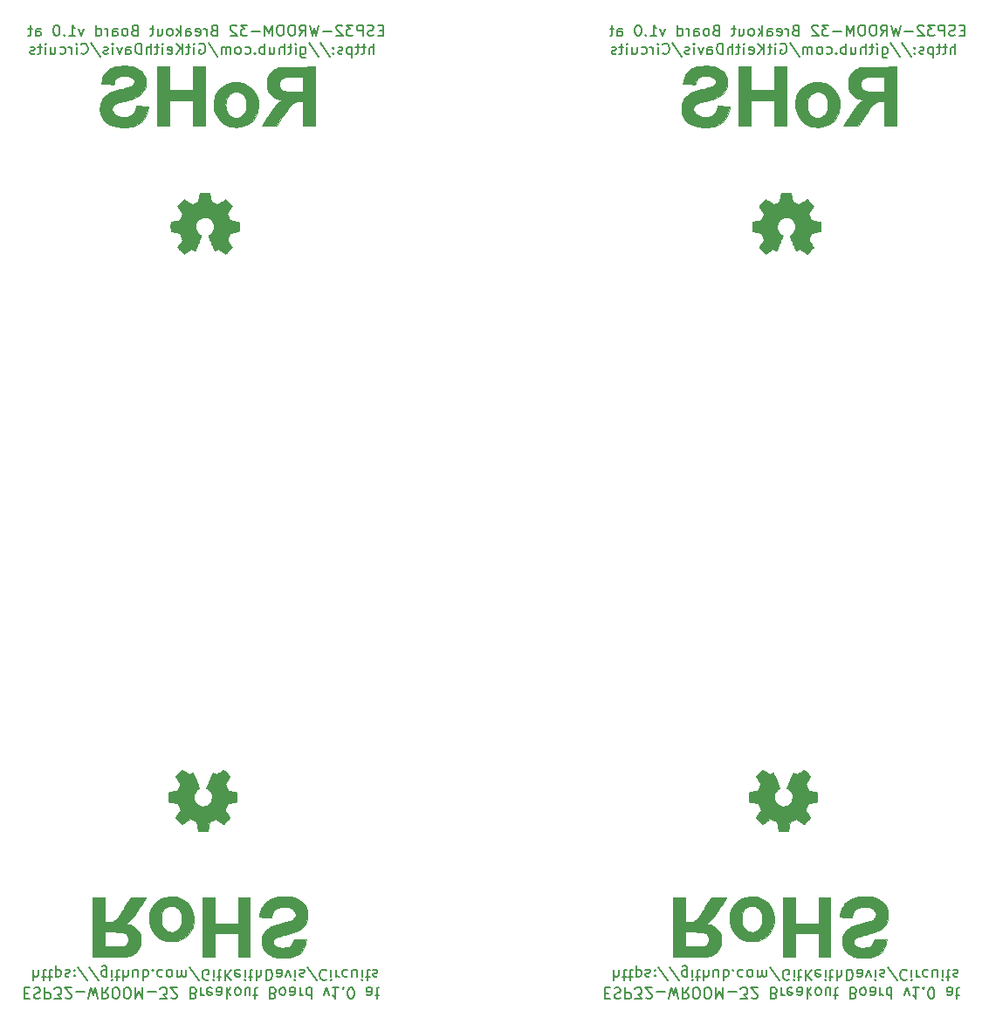
<source format=gbr>
G04 #@! TF.GenerationSoftware,KiCad,Pcbnew,5.0.2+dfsg1-1~bpo9+1*
G04 #@! TF.CreationDate,2020-03-02T01:02:18-06:00*
G04 #@! TF.ProjectId,bare4,62617265-342e-46b6-9963-61645f706362,1.0*
G04 #@! TF.SameCoordinates,Original*
G04 #@! TF.FileFunction,Legend,Bot*
G04 #@! TF.FilePolarity,Positive*
%FSLAX46Y46*%
G04 Gerber Fmt 4.6, Leading zero omitted, Abs format (unit mm)*
G04 Created by KiCad (PCBNEW 5.0.2+dfsg1-1~bpo9+1) date Mon 02 Mar 2020 01:02:18 AM CST*
%MOMM*%
%LPD*%
G01*
G04 APERTURE LIST*
%ADD10C,0.200000*%
%ADD11C,0.010000*%
G04 APERTURE END LIST*
D10*
X110772000Y-146710500D02*
X111122000Y-146710500D01*
X111272000Y-146160500D02*
X110772000Y-146160500D01*
X110772000Y-147210500D01*
X111272000Y-147210500D01*
X111672000Y-146210500D02*
X111822000Y-146160500D01*
X112072000Y-146160500D01*
X112172000Y-146210500D01*
X112222000Y-146260500D01*
X112272000Y-146360500D01*
X112272000Y-146460500D01*
X112222000Y-146560500D01*
X112172000Y-146610500D01*
X112072000Y-146660500D01*
X111872000Y-146710500D01*
X111772000Y-146760500D01*
X111722000Y-146810500D01*
X111672000Y-146910500D01*
X111672000Y-147010500D01*
X111722000Y-147110500D01*
X111772000Y-147160500D01*
X111872000Y-147210500D01*
X112122000Y-147210500D01*
X112272000Y-147160500D01*
X112722000Y-146160500D02*
X112722000Y-147210500D01*
X113122000Y-147210500D01*
X113222000Y-147160500D01*
X113272000Y-147110500D01*
X113322000Y-147010500D01*
X113322000Y-146860500D01*
X113272000Y-146760500D01*
X113222000Y-146710500D01*
X113122000Y-146660500D01*
X112722000Y-146660500D01*
X113672000Y-147210500D02*
X114322000Y-147210500D01*
X113972000Y-146810500D01*
X114122000Y-146810500D01*
X114222000Y-146760500D01*
X114272000Y-146710500D01*
X114322000Y-146610500D01*
X114322000Y-146360500D01*
X114272000Y-146260500D01*
X114222000Y-146210500D01*
X114122000Y-146160500D01*
X113822000Y-146160500D01*
X113722000Y-146210500D01*
X113672000Y-146260500D01*
X114722000Y-147110500D02*
X114772000Y-147160500D01*
X114872000Y-147210500D01*
X115122000Y-147210500D01*
X115222000Y-147160500D01*
X115272000Y-147110500D01*
X115322000Y-147010500D01*
X115322000Y-146910500D01*
X115272000Y-146760500D01*
X114672000Y-146160500D01*
X115322000Y-146160500D01*
X115772000Y-146560500D02*
X116572000Y-146560500D01*
X116972000Y-147210500D02*
X117222000Y-146160500D01*
X117422000Y-146910500D01*
X117622000Y-146160500D01*
X117872000Y-147210500D01*
X118872000Y-146160500D02*
X118522000Y-146660500D01*
X118272000Y-146160500D02*
X118272000Y-147210500D01*
X118672000Y-147210500D01*
X118772000Y-147160500D01*
X118822000Y-147110500D01*
X118872000Y-147010500D01*
X118872000Y-146860500D01*
X118822000Y-146760500D01*
X118772000Y-146710500D01*
X118672000Y-146660500D01*
X118272000Y-146660500D01*
X119522000Y-147210500D02*
X119722000Y-147210500D01*
X119822000Y-147160500D01*
X119922000Y-147060500D01*
X119972000Y-146860500D01*
X119972000Y-146510500D01*
X119922000Y-146310500D01*
X119822000Y-146210500D01*
X119722000Y-146160500D01*
X119522000Y-146160500D01*
X119422000Y-146210500D01*
X119322000Y-146310500D01*
X119272000Y-146510500D01*
X119272000Y-146860500D01*
X119322000Y-147060500D01*
X119422000Y-147160500D01*
X119522000Y-147210500D01*
X120622000Y-147210500D02*
X120822000Y-147210500D01*
X120922000Y-147160500D01*
X121022000Y-147060500D01*
X121072000Y-146860500D01*
X121072000Y-146510500D01*
X121022000Y-146310500D01*
X120922000Y-146210500D01*
X120822000Y-146160500D01*
X120622000Y-146160500D01*
X120522000Y-146210500D01*
X120422000Y-146310500D01*
X120372000Y-146510500D01*
X120372000Y-146860500D01*
X120422000Y-147060500D01*
X120522000Y-147160500D01*
X120622000Y-147210500D01*
X121522000Y-146160500D02*
X121522000Y-147210500D01*
X121872000Y-146460500D01*
X122222000Y-147210500D01*
X122222000Y-146160500D01*
X122722000Y-146560500D02*
X123522000Y-146560500D01*
X123922000Y-147210500D02*
X124572000Y-147210500D01*
X124222000Y-146810500D01*
X124372000Y-146810500D01*
X124472000Y-146760500D01*
X124522000Y-146710500D01*
X124572000Y-146610500D01*
X124572000Y-146360500D01*
X124522000Y-146260500D01*
X124472000Y-146210500D01*
X124372000Y-146160500D01*
X124072000Y-146160500D01*
X123972000Y-146210500D01*
X123922000Y-146260500D01*
X124972000Y-147110500D02*
X125022000Y-147160500D01*
X125122000Y-147210500D01*
X125372000Y-147210500D01*
X125472000Y-147160500D01*
X125522000Y-147110500D01*
X125572000Y-147010500D01*
X125572000Y-146910500D01*
X125522000Y-146760500D01*
X124922000Y-146160500D01*
X125572000Y-146160500D01*
X127172000Y-146710500D02*
X127322000Y-146660500D01*
X127372000Y-146610500D01*
X127422000Y-146510500D01*
X127422000Y-146360500D01*
X127372000Y-146260500D01*
X127322000Y-146210500D01*
X127222000Y-146160500D01*
X126822000Y-146160500D01*
X126822000Y-147210500D01*
X127172000Y-147210500D01*
X127272000Y-147160500D01*
X127322000Y-147110500D01*
X127372000Y-147010500D01*
X127372000Y-146910500D01*
X127322000Y-146810500D01*
X127272000Y-146760500D01*
X127172000Y-146710500D01*
X126822000Y-146710500D01*
X127872000Y-146160500D02*
X127872000Y-146860500D01*
X127872000Y-146660500D02*
X127922000Y-146760500D01*
X127972000Y-146810500D01*
X128072000Y-146860500D01*
X128172000Y-146860500D01*
X128922000Y-146210500D02*
X128822000Y-146160500D01*
X128622000Y-146160500D01*
X128522000Y-146210500D01*
X128472000Y-146310500D01*
X128472000Y-146710500D01*
X128522000Y-146810500D01*
X128622000Y-146860500D01*
X128822000Y-146860500D01*
X128922000Y-146810500D01*
X128972000Y-146710500D01*
X128972000Y-146610500D01*
X128472000Y-146510500D01*
X129872000Y-146160500D02*
X129872000Y-146710500D01*
X129822000Y-146810500D01*
X129722000Y-146860500D01*
X129522000Y-146860500D01*
X129422000Y-146810500D01*
X129872000Y-146210500D02*
X129772000Y-146160500D01*
X129522000Y-146160500D01*
X129422000Y-146210500D01*
X129372000Y-146310500D01*
X129372000Y-146410500D01*
X129422000Y-146510500D01*
X129522000Y-146560500D01*
X129772000Y-146560500D01*
X129872000Y-146610500D01*
X130372000Y-146160500D02*
X130372000Y-147210500D01*
X130472000Y-146560500D02*
X130772000Y-146160500D01*
X130772000Y-146860500D02*
X130372000Y-146460500D01*
X131372000Y-146160500D02*
X131272000Y-146210500D01*
X131222000Y-146260500D01*
X131172000Y-146360500D01*
X131172000Y-146660500D01*
X131222000Y-146760500D01*
X131272000Y-146810500D01*
X131372000Y-146860500D01*
X131522000Y-146860500D01*
X131622000Y-146810500D01*
X131672000Y-146760500D01*
X131722000Y-146660500D01*
X131722000Y-146360500D01*
X131672000Y-146260500D01*
X131622000Y-146210500D01*
X131522000Y-146160500D01*
X131372000Y-146160500D01*
X132622000Y-146860500D02*
X132622000Y-146160500D01*
X132172000Y-146860500D02*
X132172000Y-146310500D01*
X132222000Y-146210500D01*
X132322000Y-146160500D01*
X132472000Y-146160500D01*
X132572000Y-146210500D01*
X132622000Y-146260500D01*
X132972000Y-146860500D02*
X133372000Y-146860500D01*
X133122000Y-147210500D02*
X133122000Y-146310500D01*
X133172000Y-146210500D01*
X133272000Y-146160500D01*
X133372000Y-146160500D01*
X134872000Y-146710500D02*
X135022000Y-146660500D01*
X135072000Y-146610500D01*
X135122000Y-146510500D01*
X135122000Y-146360500D01*
X135072000Y-146260500D01*
X135022000Y-146210500D01*
X134922000Y-146160500D01*
X134522000Y-146160500D01*
X134522000Y-147210500D01*
X134872000Y-147210500D01*
X134972000Y-147160500D01*
X135022000Y-147110500D01*
X135072000Y-147010500D01*
X135072000Y-146910500D01*
X135022000Y-146810500D01*
X134972000Y-146760500D01*
X134872000Y-146710500D01*
X134522000Y-146710500D01*
X135722000Y-146160500D02*
X135622000Y-146210500D01*
X135572000Y-146260500D01*
X135522000Y-146360500D01*
X135522000Y-146660500D01*
X135572000Y-146760500D01*
X135622000Y-146810500D01*
X135722000Y-146860500D01*
X135872000Y-146860500D01*
X135972000Y-146810500D01*
X136022000Y-146760500D01*
X136072000Y-146660500D01*
X136072000Y-146360500D01*
X136022000Y-146260500D01*
X135972000Y-146210500D01*
X135872000Y-146160500D01*
X135722000Y-146160500D01*
X136972000Y-146160500D02*
X136972000Y-146710500D01*
X136922000Y-146810500D01*
X136822000Y-146860500D01*
X136622000Y-146860500D01*
X136522000Y-146810500D01*
X136972000Y-146210500D02*
X136872000Y-146160500D01*
X136622000Y-146160500D01*
X136522000Y-146210500D01*
X136472000Y-146310500D01*
X136472000Y-146410500D01*
X136522000Y-146510500D01*
X136622000Y-146560500D01*
X136872000Y-146560500D01*
X136972000Y-146610500D01*
X137472000Y-146160500D02*
X137472000Y-146860500D01*
X137472000Y-146660500D02*
X137522000Y-146760500D01*
X137572000Y-146810500D01*
X137672000Y-146860500D01*
X137772000Y-146860500D01*
X138572000Y-146160500D02*
X138572000Y-147210500D01*
X138572000Y-146210500D02*
X138472000Y-146160500D01*
X138272000Y-146160500D01*
X138172000Y-146210500D01*
X138122000Y-146260500D01*
X138072000Y-146360500D01*
X138072000Y-146660500D01*
X138122000Y-146760500D01*
X138172000Y-146810500D01*
X138272000Y-146860500D01*
X138472000Y-146860500D01*
X138572000Y-146810500D01*
X139772000Y-146860500D02*
X140022000Y-146160500D01*
X140272000Y-146860500D01*
X141222000Y-146160500D02*
X140622000Y-146160500D01*
X140922000Y-146160500D02*
X140922000Y-147210500D01*
X140822000Y-147060500D01*
X140722000Y-146960500D01*
X140622000Y-146910500D01*
X141672000Y-146260500D02*
X141722000Y-146210500D01*
X141672000Y-146160500D01*
X141622000Y-146210500D01*
X141672000Y-146260500D01*
X141672000Y-146160500D01*
X142372000Y-147210500D02*
X142472000Y-147210500D01*
X142572000Y-147160500D01*
X142622000Y-147110500D01*
X142672000Y-147010500D01*
X142722000Y-146810500D01*
X142722000Y-146560500D01*
X142672000Y-146360500D01*
X142622000Y-146260500D01*
X142572000Y-146210500D01*
X142472000Y-146160500D01*
X142372000Y-146160500D01*
X142272000Y-146210500D01*
X142222000Y-146260500D01*
X142172000Y-146360500D01*
X142122000Y-146560500D01*
X142122000Y-146810500D01*
X142172000Y-147010500D01*
X142222000Y-147110500D01*
X142272000Y-147160500D01*
X142372000Y-147210500D01*
X144422000Y-146160500D02*
X144422000Y-146710500D01*
X144372000Y-146810500D01*
X144272000Y-146860500D01*
X144072000Y-146860500D01*
X143972000Y-146810500D01*
X144422000Y-146210500D02*
X144322000Y-146160500D01*
X144072000Y-146160500D01*
X143972000Y-146210500D01*
X143922000Y-146310500D01*
X143922000Y-146410500D01*
X143972000Y-146510500D01*
X144072000Y-146560500D01*
X144322000Y-146560500D01*
X144422000Y-146610500D01*
X144772000Y-146860500D02*
X145172000Y-146860500D01*
X144922000Y-147210500D02*
X144922000Y-146310500D01*
X144972000Y-146210500D01*
X145072000Y-146160500D01*
X145172000Y-146160500D01*
X111647000Y-144385500D02*
X111647000Y-145435500D01*
X112097000Y-144385500D02*
X112097000Y-144935500D01*
X112047000Y-145035500D01*
X111947000Y-145085500D01*
X111797000Y-145085500D01*
X111697000Y-145035500D01*
X111647000Y-144985500D01*
X112447000Y-145085500D02*
X112847000Y-145085500D01*
X112597000Y-145435500D02*
X112597000Y-144535500D01*
X112647000Y-144435500D01*
X112747000Y-144385500D01*
X112847000Y-144385500D01*
X113047000Y-145085500D02*
X113447000Y-145085500D01*
X113197000Y-145435500D02*
X113197000Y-144535500D01*
X113247000Y-144435500D01*
X113347000Y-144385500D01*
X113447000Y-144385500D01*
X113797000Y-145085500D02*
X113797000Y-144035500D01*
X113797000Y-145035500D02*
X113897000Y-145085500D01*
X114097000Y-145085500D01*
X114197000Y-145035500D01*
X114247000Y-144985500D01*
X114297000Y-144885500D01*
X114297000Y-144585500D01*
X114247000Y-144485500D01*
X114197000Y-144435500D01*
X114097000Y-144385500D01*
X113897000Y-144385500D01*
X113797000Y-144435500D01*
X114697000Y-144435500D02*
X114797000Y-144385500D01*
X114997000Y-144385500D01*
X115097000Y-144435500D01*
X115147000Y-144535500D01*
X115147000Y-144585500D01*
X115097000Y-144685500D01*
X114997000Y-144735500D01*
X114847000Y-144735500D01*
X114747000Y-144785500D01*
X114697000Y-144885500D01*
X114697000Y-144935500D01*
X114747000Y-145035500D01*
X114847000Y-145085500D01*
X114997000Y-145085500D01*
X115097000Y-145035500D01*
X115597000Y-144485500D02*
X115647000Y-144435500D01*
X115597000Y-144385500D01*
X115547000Y-144435500D01*
X115597000Y-144485500D01*
X115597000Y-144385500D01*
X115597000Y-145035500D02*
X115647000Y-144985500D01*
X115597000Y-144935500D01*
X115547000Y-144985500D01*
X115597000Y-145035500D01*
X115597000Y-144935500D01*
X116847000Y-145485500D02*
X115947000Y-144135500D01*
X117947000Y-145485500D02*
X117047000Y-144135500D01*
X118747000Y-145085500D02*
X118747000Y-144235500D01*
X118697000Y-144135500D01*
X118647000Y-144085500D01*
X118547000Y-144035500D01*
X118397000Y-144035500D01*
X118297000Y-144085500D01*
X118747000Y-144435500D02*
X118647000Y-144385500D01*
X118447000Y-144385500D01*
X118347000Y-144435500D01*
X118297000Y-144485500D01*
X118247000Y-144585500D01*
X118247000Y-144885500D01*
X118297000Y-144985500D01*
X118347000Y-145035500D01*
X118447000Y-145085500D01*
X118647000Y-145085500D01*
X118747000Y-145035500D01*
X119247000Y-144385500D02*
X119247000Y-145085500D01*
X119247000Y-145435500D02*
X119197000Y-145385500D01*
X119247000Y-145335500D01*
X119297000Y-145385500D01*
X119247000Y-145435500D01*
X119247000Y-145335500D01*
X119597000Y-145085500D02*
X119997000Y-145085500D01*
X119747000Y-145435500D02*
X119747000Y-144535500D01*
X119797000Y-144435500D01*
X119897000Y-144385500D01*
X119997000Y-144385500D01*
X120347000Y-144385500D02*
X120347000Y-145435500D01*
X120797000Y-144385500D02*
X120797000Y-144935500D01*
X120747000Y-145035500D01*
X120647000Y-145085500D01*
X120497000Y-145085500D01*
X120397000Y-145035500D01*
X120347000Y-144985500D01*
X121747000Y-145085500D02*
X121747000Y-144385500D01*
X121297000Y-145085500D02*
X121297000Y-144535500D01*
X121347000Y-144435500D01*
X121447000Y-144385500D01*
X121597000Y-144385500D01*
X121697000Y-144435500D01*
X121747000Y-144485500D01*
X122247000Y-144385500D02*
X122247000Y-145435500D01*
X122247000Y-145035500D02*
X122347000Y-145085500D01*
X122547000Y-145085500D01*
X122647000Y-145035500D01*
X122697000Y-144985500D01*
X122747000Y-144885500D01*
X122747000Y-144585500D01*
X122697000Y-144485500D01*
X122647000Y-144435500D01*
X122547000Y-144385500D01*
X122347000Y-144385500D01*
X122247000Y-144435500D01*
X123197000Y-144485500D02*
X123247000Y-144435500D01*
X123197000Y-144385500D01*
X123147000Y-144435500D01*
X123197000Y-144485500D01*
X123197000Y-144385500D01*
X124147000Y-144435500D02*
X124047000Y-144385500D01*
X123847000Y-144385500D01*
X123747000Y-144435500D01*
X123697000Y-144485500D01*
X123647000Y-144585500D01*
X123647000Y-144885500D01*
X123697000Y-144985500D01*
X123747000Y-145035500D01*
X123847000Y-145085500D01*
X124047000Y-145085500D01*
X124147000Y-145035500D01*
X124747000Y-144385500D02*
X124647000Y-144435500D01*
X124597000Y-144485500D01*
X124547000Y-144585500D01*
X124547000Y-144885500D01*
X124597000Y-144985500D01*
X124647000Y-145035500D01*
X124747000Y-145085500D01*
X124897000Y-145085500D01*
X124997000Y-145035500D01*
X125047000Y-144985500D01*
X125097000Y-144885500D01*
X125097000Y-144585500D01*
X125047000Y-144485500D01*
X124997000Y-144435500D01*
X124897000Y-144385500D01*
X124747000Y-144385500D01*
X125547000Y-144385500D02*
X125547000Y-145085500D01*
X125547000Y-144985500D02*
X125597000Y-145035500D01*
X125697000Y-145085500D01*
X125847000Y-145085500D01*
X125947000Y-145035500D01*
X125997000Y-144935500D01*
X125997000Y-144385500D01*
X125997000Y-144935500D02*
X126047000Y-145035500D01*
X126147000Y-145085500D01*
X126297000Y-145085500D01*
X126397000Y-145035500D01*
X126447000Y-144935500D01*
X126447000Y-144385500D01*
X127697000Y-145485500D02*
X126797000Y-144135500D01*
X128597000Y-145385500D02*
X128497000Y-145435500D01*
X128347000Y-145435500D01*
X128197000Y-145385500D01*
X128097000Y-145285500D01*
X128047000Y-145185500D01*
X127997000Y-144985500D01*
X127997000Y-144835500D01*
X128047000Y-144635500D01*
X128097000Y-144535500D01*
X128197000Y-144435500D01*
X128347000Y-144385500D01*
X128447000Y-144385500D01*
X128597000Y-144435500D01*
X128647000Y-144485500D01*
X128647000Y-144835500D01*
X128447000Y-144835500D01*
X129097000Y-144385500D02*
X129097000Y-145085500D01*
X129097000Y-145435500D02*
X129047000Y-145385500D01*
X129097000Y-145335500D01*
X129147000Y-145385500D01*
X129097000Y-145435500D01*
X129097000Y-145335500D01*
X129447000Y-145085500D02*
X129847000Y-145085500D01*
X129597000Y-145435500D02*
X129597000Y-144535500D01*
X129647000Y-144435500D01*
X129747000Y-144385500D01*
X129847000Y-144385500D01*
X130197000Y-144385500D02*
X130197000Y-145435500D01*
X130797000Y-144385500D02*
X130347000Y-144985500D01*
X130797000Y-145435500D02*
X130197000Y-144835500D01*
X131647000Y-144435500D02*
X131547000Y-144385500D01*
X131347000Y-144385500D01*
X131247000Y-144435500D01*
X131197000Y-144535500D01*
X131197000Y-144935500D01*
X131247000Y-145035500D01*
X131347000Y-145085500D01*
X131547000Y-145085500D01*
X131647000Y-145035500D01*
X131697000Y-144935500D01*
X131697000Y-144835500D01*
X131197000Y-144735500D01*
X132147000Y-144385500D02*
X132147000Y-145085500D01*
X132147000Y-145435500D02*
X132097000Y-145385500D01*
X132147000Y-145335500D01*
X132197000Y-145385500D01*
X132147000Y-145435500D01*
X132147000Y-145335500D01*
X132497000Y-145085500D02*
X132897000Y-145085500D01*
X132647000Y-145435500D02*
X132647000Y-144535500D01*
X132697000Y-144435500D01*
X132797000Y-144385500D01*
X132897000Y-144385500D01*
X133247000Y-144385500D02*
X133247000Y-145435500D01*
X133697000Y-144385500D02*
X133697000Y-144935500D01*
X133647000Y-145035500D01*
X133547000Y-145085500D01*
X133397000Y-145085500D01*
X133297000Y-145035500D01*
X133247000Y-144985500D01*
X134197000Y-144385500D02*
X134197000Y-145435500D01*
X134447000Y-145435500D01*
X134597000Y-145385500D01*
X134697000Y-145285500D01*
X134747000Y-145185500D01*
X134797000Y-144985500D01*
X134797000Y-144835500D01*
X134747000Y-144635500D01*
X134697000Y-144535500D01*
X134597000Y-144435500D01*
X134447000Y-144385500D01*
X134197000Y-144385500D01*
X135697000Y-144385500D02*
X135697000Y-144935500D01*
X135647000Y-145035500D01*
X135547000Y-145085500D01*
X135347000Y-145085500D01*
X135247000Y-145035500D01*
X135697000Y-144435500D02*
X135597000Y-144385500D01*
X135347000Y-144385500D01*
X135247000Y-144435500D01*
X135197000Y-144535500D01*
X135197000Y-144635500D01*
X135247000Y-144735500D01*
X135347000Y-144785500D01*
X135597000Y-144785500D01*
X135697000Y-144835500D01*
X136097000Y-145085500D02*
X136347000Y-144385500D01*
X136597000Y-145085500D01*
X136997000Y-144385500D02*
X136997000Y-145085500D01*
X136997000Y-145435500D02*
X136947000Y-145385500D01*
X136997000Y-145335500D01*
X137047000Y-145385500D01*
X136997000Y-145435500D01*
X136997000Y-145335500D01*
X137447000Y-144435500D02*
X137547000Y-144385500D01*
X137747000Y-144385500D01*
X137847000Y-144435500D01*
X137897000Y-144535500D01*
X137897000Y-144585500D01*
X137847000Y-144685500D01*
X137747000Y-144735500D01*
X137597000Y-144735500D01*
X137497000Y-144785500D01*
X137447000Y-144885500D01*
X137447000Y-144935500D01*
X137497000Y-145035500D01*
X137597000Y-145085500D01*
X137747000Y-145085500D01*
X137847000Y-145035500D01*
X139097000Y-145485500D02*
X138197000Y-144135500D01*
X140047000Y-144485500D02*
X139997000Y-144435500D01*
X139847000Y-144385500D01*
X139747000Y-144385500D01*
X139597000Y-144435500D01*
X139497000Y-144535500D01*
X139447000Y-144635500D01*
X139397000Y-144835500D01*
X139397000Y-144985500D01*
X139447000Y-145185500D01*
X139497000Y-145285500D01*
X139597000Y-145385500D01*
X139747000Y-145435500D01*
X139847000Y-145435500D01*
X139997000Y-145385500D01*
X140047000Y-145335500D01*
X140497000Y-144385500D02*
X140497000Y-145085500D01*
X140497000Y-145435500D02*
X140447000Y-145385500D01*
X140497000Y-145335500D01*
X140547000Y-145385500D01*
X140497000Y-145435500D01*
X140497000Y-145335500D01*
X140997000Y-144385500D02*
X140997000Y-145085500D01*
X140997000Y-144885500D02*
X141047000Y-144985500D01*
X141097000Y-145035500D01*
X141197000Y-145085500D01*
X141297000Y-145085500D01*
X142097000Y-144435500D02*
X141997000Y-144385500D01*
X141797000Y-144385500D01*
X141697000Y-144435500D01*
X141647000Y-144485500D01*
X141597000Y-144585500D01*
X141597000Y-144885500D01*
X141647000Y-144985500D01*
X141697000Y-145035500D01*
X141797000Y-145085500D01*
X141997000Y-145085500D01*
X142097000Y-145035500D01*
X142997000Y-145085500D02*
X142997000Y-144385500D01*
X142547000Y-145085500D02*
X142547000Y-144535500D01*
X142597000Y-144435500D01*
X142697000Y-144385500D01*
X142847000Y-144385500D01*
X142947000Y-144435500D01*
X142997000Y-144485500D01*
X143497000Y-144385500D02*
X143497000Y-145085500D01*
X143497000Y-145435500D02*
X143447000Y-145385500D01*
X143497000Y-145335500D01*
X143547000Y-145385500D01*
X143497000Y-145435500D01*
X143497000Y-145335500D01*
X143847000Y-145085500D02*
X144247000Y-145085500D01*
X143997000Y-145435500D02*
X143997000Y-144535500D01*
X144047000Y-144435500D01*
X144147000Y-144385500D01*
X144247000Y-144385500D01*
X144547000Y-144435500D02*
X144647000Y-144385500D01*
X144847000Y-144385500D01*
X144947000Y-144435500D01*
X144997000Y-144535500D01*
X144997000Y-144585500D01*
X144947000Y-144685500D01*
X144847000Y-144735500D01*
X144697000Y-144735500D01*
X144597000Y-144785500D01*
X144547000Y-144885500D01*
X144547000Y-144935500D01*
X144597000Y-145035500D01*
X144697000Y-145085500D01*
X144847000Y-145085500D01*
X144947000Y-145035500D01*
X54472000Y-146710500D02*
X54822000Y-146710500D01*
X54972000Y-146160500D02*
X54472000Y-146160500D01*
X54472000Y-147210500D01*
X54972000Y-147210500D01*
X55372000Y-146210500D02*
X55522000Y-146160500D01*
X55772000Y-146160500D01*
X55872000Y-146210500D01*
X55922000Y-146260500D01*
X55972000Y-146360500D01*
X55972000Y-146460500D01*
X55922000Y-146560500D01*
X55872000Y-146610500D01*
X55772000Y-146660500D01*
X55572000Y-146710500D01*
X55472000Y-146760500D01*
X55422000Y-146810500D01*
X55372000Y-146910500D01*
X55372000Y-147010500D01*
X55422000Y-147110500D01*
X55472000Y-147160500D01*
X55572000Y-147210500D01*
X55822000Y-147210500D01*
X55972000Y-147160500D01*
X56422000Y-146160500D02*
X56422000Y-147210500D01*
X56822000Y-147210500D01*
X56922000Y-147160500D01*
X56972000Y-147110500D01*
X57022000Y-147010500D01*
X57022000Y-146860500D01*
X56972000Y-146760500D01*
X56922000Y-146710500D01*
X56822000Y-146660500D01*
X56422000Y-146660500D01*
X57372000Y-147210500D02*
X58022000Y-147210500D01*
X57672000Y-146810500D01*
X57822000Y-146810500D01*
X57922000Y-146760500D01*
X57972000Y-146710500D01*
X58022000Y-146610500D01*
X58022000Y-146360500D01*
X57972000Y-146260500D01*
X57922000Y-146210500D01*
X57822000Y-146160500D01*
X57522000Y-146160500D01*
X57422000Y-146210500D01*
X57372000Y-146260500D01*
X58422000Y-147110500D02*
X58472000Y-147160500D01*
X58572000Y-147210500D01*
X58822000Y-147210500D01*
X58922000Y-147160500D01*
X58972000Y-147110500D01*
X59022000Y-147010500D01*
X59022000Y-146910500D01*
X58972000Y-146760500D01*
X58372000Y-146160500D01*
X59022000Y-146160500D01*
X59472000Y-146560500D02*
X60272000Y-146560500D01*
X60672000Y-147210500D02*
X60922000Y-146160500D01*
X61122000Y-146910500D01*
X61322000Y-146160500D01*
X61572000Y-147210500D01*
X62572000Y-146160500D02*
X62222000Y-146660500D01*
X61972000Y-146160500D02*
X61972000Y-147210500D01*
X62372000Y-147210500D01*
X62472000Y-147160500D01*
X62522000Y-147110500D01*
X62572000Y-147010500D01*
X62572000Y-146860500D01*
X62522000Y-146760500D01*
X62472000Y-146710500D01*
X62372000Y-146660500D01*
X61972000Y-146660500D01*
X63222000Y-147210500D02*
X63422000Y-147210500D01*
X63522000Y-147160500D01*
X63622000Y-147060500D01*
X63672000Y-146860500D01*
X63672000Y-146510500D01*
X63622000Y-146310500D01*
X63522000Y-146210500D01*
X63422000Y-146160500D01*
X63222000Y-146160500D01*
X63122000Y-146210500D01*
X63022000Y-146310500D01*
X62972000Y-146510500D01*
X62972000Y-146860500D01*
X63022000Y-147060500D01*
X63122000Y-147160500D01*
X63222000Y-147210500D01*
X64322000Y-147210500D02*
X64522000Y-147210500D01*
X64622000Y-147160500D01*
X64722000Y-147060500D01*
X64772000Y-146860500D01*
X64772000Y-146510500D01*
X64722000Y-146310500D01*
X64622000Y-146210500D01*
X64522000Y-146160500D01*
X64322000Y-146160500D01*
X64222000Y-146210500D01*
X64122000Y-146310500D01*
X64072000Y-146510500D01*
X64072000Y-146860500D01*
X64122000Y-147060500D01*
X64222000Y-147160500D01*
X64322000Y-147210500D01*
X65222000Y-146160500D02*
X65222000Y-147210500D01*
X65572000Y-146460500D01*
X65922000Y-147210500D01*
X65922000Y-146160500D01*
X66422000Y-146560500D02*
X67222000Y-146560500D01*
X67622000Y-147210500D02*
X68272000Y-147210500D01*
X67922000Y-146810500D01*
X68072000Y-146810500D01*
X68172000Y-146760500D01*
X68222000Y-146710500D01*
X68272000Y-146610500D01*
X68272000Y-146360500D01*
X68222000Y-146260500D01*
X68172000Y-146210500D01*
X68072000Y-146160500D01*
X67772000Y-146160500D01*
X67672000Y-146210500D01*
X67622000Y-146260500D01*
X68672000Y-147110500D02*
X68722000Y-147160500D01*
X68822000Y-147210500D01*
X69072000Y-147210500D01*
X69172000Y-147160500D01*
X69222000Y-147110500D01*
X69272000Y-147010500D01*
X69272000Y-146910500D01*
X69222000Y-146760500D01*
X68622000Y-146160500D01*
X69272000Y-146160500D01*
X70872000Y-146710500D02*
X71022000Y-146660500D01*
X71072000Y-146610500D01*
X71122000Y-146510500D01*
X71122000Y-146360500D01*
X71072000Y-146260500D01*
X71022000Y-146210500D01*
X70922000Y-146160500D01*
X70522000Y-146160500D01*
X70522000Y-147210500D01*
X70872000Y-147210500D01*
X70972000Y-147160500D01*
X71022000Y-147110500D01*
X71072000Y-147010500D01*
X71072000Y-146910500D01*
X71022000Y-146810500D01*
X70972000Y-146760500D01*
X70872000Y-146710500D01*
X70522000Y-146710500D01*
X71572000Y-146160500D02*
X71572000Y-146860500D01*
X71572000Y-146660500D02*
X71622000Y-146760500D01*
X71672000Y-146810500D01*
X71772000Y-146860500D01*
X71872000Y-146860500D01*
X72622000Y-146210500D02*
X72522000Y-146160500D01*
X72322000Y-146160500D01*
X72222000Y-146210500D01*
X72172000Y-146310500D01*
X72172000Y-146710500D01*
X72222000Y-146810500D01*
X72322000Y-146860500D01*
X72522000Y-146860500D01*
X72622000Y-146810500D01*
X72672000Y-146710500D01*
X72672000Y-146610500D01*
X72172000Y-146510500D01*
X73572000Y-146160500D02*
X73572000Y-146710500D01*
X73522000Y-146810500D01*
X73422000Y-146860500D01*
X73222000Y-146860500D01*
X73122000Y-146810500D01*
X73572000Y-146210500D02*
X73472000Y-146160500D01*
X73222000Y-146160500D01*
X73122000Y-146210500D01*
X73072000Y-146310500D01*
X73072000Y-146410500D01*
X73122000Y-146510500D01*
X73222000Y-146560500D01*
X73472000Y-146560500D01*
X73572000Y-146610500D01*
X74072000Y-146160500D02*
X74072000Y-147210500D01*
X74172000Y-146560500D02*
X74472000Y-146160500D01*
X74472000Y-146860500D02*
X74072000Y-146460500D01*
X75072000Y-146160500D02*
X74972000Y-146210500D01*
X74922000Y-146260500D01*
X74872000Y-146360500D01*
X74872000Y-146660500D01*
X74922000Y-146760500D01*
X74972000Y-146810500D01*
X75072000Y-146860500D01*
X75222000Y-146860500D01*
X75322000Y-146810500D01*
X75372000Y-146760500D01*
X75422000Y-146660500D01*
X75422000Y-146360500D01*
X75372000Y-146260500D01*
X75322000Y-146210500D01*
X75222000Y-146160500D01*
X75072000Y-146160500D01*
X76322000Y-146860500D02*
X76322000Y-146160500D01*
X75872000Y-146860500D02*
X75872000Y-146310500D01*
X75922000Y-146210500D01*
X76022000Y-146160500D01*
X76172000Y-146160500D01*
X76272000Y-146210500D01*
X76322000Y-146260500D01*
X76672000Y-146860500D02*
X77072000Y-146860500D01*
X76822000Y-147210500D02*
X76822000Y-146310500D01*
X76872000Y-146210500D01*
X76972000Y-146160500D01*
X77072000Y-146160500D01*
X78572000Y-146710500D02*
X78722000Y-146660500D01*
X78772000Y-146610500D01*
X78822000Y-146510500D01*
X78822000Y-146360500D01*
X78772000Y-146260500D01*
X78722000Y-146210500D01*
X78622000Y-146160500D01*
X78222000Y-146160500D01*
X78222000Y-147210500D01*
X78572000Y-147210500D01*
X78672000Y-147160500D01*
X78722000Y-147110500D01*
X78772000Y-147010500D01*
X78772000Y-146910500D01*
X78722000Y-146810500D01*
X78672000Y-146760500D01*
X78572000Y-146710500D01*
X78222000Y-146710500D01*
X79422000Y-146160500D02*
X79322000Y-146210500D01*
X79272000Y-146260500D01*
X79222000Y-146360500D01*
X79222000Y-146660500D01*
X79272000Y-146760500D01*
X79322000Y-146810500D01*
X79422000Y-146860500D01*
X79572000Y-146860500D01*
X79672000Y-146810500D01*
X79722000Y-146760500D01*
X79772000Y-146660500D01*
X79772000Y-146360500D01*
X79722000Y-146260500D01*
X79672000Y-146210500D01*
X79572000Y-146160500D01*
X79422000Y-146160500D01*
X80672000Y-146160500D02*
X80672000Y-146710500D01*
X80622000Y-146810500D01*
X80522000Y-146860500D01*
X80322000Y-146860500D01*
X80222000Y-146810500D01*
X80672000Y-146210500D02*
X80572000Y-146160500D01*
X80322000Y-146160500D01*
X80222000Y-146210500D01*
X80172000Y-146310500D01*
X80172000Y-146410500D01*
X80222000Y-146510500D01*
X80322000Y-146560500D01*
X80572000Y-146560500D01*
X80672000Y-146610500D01*
X81172000Y-146160500D02*
X81172000Y-146860500D01*
X81172000Y-146660500D02*
X81222000Y-146760500D01*
X81272000Y-146810500D01*
X81372000Y-146860500D01*
X81472000Y-146860500D01*
X82272000Y-146160500D02*
X82272000Y-147210500D01*
X82272000Y-146210500D02*
X82172000Y-146160500D01*
X81972000Y-146160500D01*
X81872000Y-146210500D01*
X81822000Y-146260500D01*
X81772000Y-146360500D01*
X81772000Y-146660500D01*
X81822000Y-146760500D01*
X81872000Y-146810500D01*
X81972000Y-146860500D01*
X82172000Y-146860500D01*
X82272000Y-146810500D01*
X83472000Y-146860500D02*
X83722000Y-146160500D01*
X83972000Y-146860500D01*
X84922000Y-146160500D02*
X84322000Y-146160500D01*
X84622000Y-146160500D02*
X84622000Y-147210500D01*
X84522000Y-147060500D01*
X84422000Y-146960500D01*
X84322000Y-146910500D01*
X85372000Y-146260500D02*
X85422000Y-146210500D01*
X85372000Y-146160500D01*
X85322000Y-146210500D01*
X85372000Y-146260500D01*
X85372000Y-146160500D01*
X86072000Y-147210500D02*
X86172000Y-147210500D01*
X86272000Y-147160500D01*
X86322000Y-147110500D01*
X86372000Y-147010500D01*
X86422000Y-146810500D01*
X86422000Y-146560500D01*
X86372000Y-146360500D01*
X86322000Y-146260500D01*
X86272000Y-146210500D01*
X86172000Y-146160500D01*
X86072000Y-146160500D01*
X85972000Y-146210500D01*
X85922000Y-146260500D01*
X85872000Y-146360500D01*
X85822000Y-146560500D01*
X85822000Y-146810500D01*
X85872000Y-147010500D01*
X85922000Y-147110500D01*
X85972000Y-147160500D01*
X86072000Y-147210500D01*
X88122000Y-146160500D02*
X88122000Y-146710500D01*
X88072000Y-146810500D01*
X87972000Y-146860500D01*
X87772000Y-146860500D01*
X87672000Y-146810500D01*
X88122000Y-146210500D02*
X88022000Y-146160500D01*
X87772000Y-146160500D01*
X87672000Y-146210500D01*
X87622000Y-146310500D01*
X87622000Y-146410500D01*
X87672000Y-146510500D01*
X87772000Y-146560500D01*
X88022000Y-146560500D01*
X88122000Y-146610500D01*
X88472000Y-146860500D02*
X88872000Y-146860500D01*
X88622000Y-147210500D02*
X88622000Y-146310500D01*
X88672000Y-146210500D01*
X88772000Y-146160500D01*
X88872000Y-146160500D01*
X55347000Y-144385500D02*
X55347000Y-145435500D01*
X55797000Y-144385500D02*
X55797000Y-144935500D01*
X55747000Y-145035500D01*
X55647000Y-145085500D01*
X55497000Y-145085500D01*
X55397000Y-145035500D01*
X55347000Y-144985500D01*
X56147000Y-145085500D02*
X56547000Y-145085500D01*
X56297000Y-145435500D02*
X56297000Y-144535500D01*
X56347000Y-144435500D01*
X56447000Y-144385500D01*
X56547000Y-144385500D01*
X56747000Y-145085500D02*
X57147000Y-145085500D01*
X56897000Y-145435500D02*
X56897000Y-144535500D01*
X56947000Y-144435500D01*
X57047000Y-144385500D01*
X57147000Y-144385500D01*
X57497000Y-145085500D02*
X57497000Y-144035500D01*
X57497000Y-145035500D02*
X57597000Y-145085500D01*
X57797000Y-145085500D01*
X57897000Y-145035500D01*
X57947000Y-144985500D01*
X57997000Y-144885500D01*
X57997000Y-144585500D01*
X57947000Y-144485500D01*
X57897000Y-144435500D01*
X57797000Y-144385500D01*
X57597000Y-144385500D01*
X57497000Y-144435500D01*
X58397000Y-144435500D02*
X58497000Y-144385500D01*
X58697000Y-144385500D01*
X58797000Y-144435500D01*
X58847000Y-144535500D01*
X58847000Y-144585500D01*
X58797000Y-144685500D01*
X58697000Y-144735500D01*
X58547000Y-144735500D01*
X58447000Y-144785500D01*
X58397000Y-144885500D01*
X58397000Y-144935500D01*
X58447000Y-145035500D01*
X58547000Y-145085500D01*
X58697000Y-145085500D01*
X58797000Y-145035500D01*
X59297000Y-144485500D02*
X59347000Y-144435500D01*
X59297000Y-144385500D01*
X59247000Y-144435500D01*
X59297000Y-144485500D01*
X59297000Y-144385500D01*
X59297000Y-145035500D02*
X59347000Y-144985500D01*
X59297000Y-144935500D01*
X59247000Y-144985500D01*
X59297000Y-145035500D01*
X59297000Y-144935500D01*
X60547000Y-145485500D02*
X59647000Y-144135500D01*
X61647000Y-145485500D02*
X60747000Y-144135500D01*
X62447000Y-145085500D02*
X62447000Y-144235500D01*
X62397000Y-144135500D01*
X62347000Y-144085500D01*
X62247000Y-144035500D01*
X62097000Y-144035500D01*
X61997000Y-144085500D01*
X62447000Y-144435500D02*
X62347000Y-144385500D01*
X62147000Y-144385500D01*
X62047000Y-144435500D01*
X61997000Y-144485500D01*
X61947000Y-144585500D01*
X61947000Y-144885500D01*
X61997000Y-144985500D01*
X62047000Y-145035500D01*
X62147000Y-145085500D01*
X62347000Y-145085500D01*
X62447000Y-145035500D01*
X62947000Y-144385500D02*
X62947000Y-145085500D01*
X62947000Y-145435500D02*
X62897000Y-145385500D01*
X62947000Y-145335500D01*
X62997000Y-145385500D01*
X62947000Y-145435500D01*
X62947000Y-145335500D01*
X63297000Y-145085500D02*
X63697000Y-145085500D01*
X63447000Y-145435500D02*
X63447000Y-144535500D01*
X63497000Y-144435500D01*
X63597000Y-144385500D01*
X63697000Y-144385500D01*
X64047000Y-144385500D02*
X64047000Y-145435500D01*
X64497000Y-144385500D02*
X64497000Y-144935500D01*
X64447000Y-145035500D01*
X64347000Y-145085500D01*
X64197000Y-145085500D01*
X64097000Y-145035500D01*
X64047000Y-144985500D01*
X65447000Y-145085500D02*
X65447000Y-144385500D01*
X64997000Y-145085500D02*
X64997000Y-144535500D01*
X65047000Y-144435500D01*
X65147000Y-144385500D01*
X65297000Y-144385500D01*
X65397000Y-144435500D01*
X65447000Y-144485500D01*
X65947000Y-144385500D02*
X65947000Y-145435500D01*
X65947000Y-145035500D02*
X66047000Y-145085500D01*
X66247000Y-145085500D01*
X66347000Y-145035500D01*
X66397000Y-144985500D01*
X66447000Y-144885500D01*
X66447000Y-144585500D01*
X66397000Y-144485500D01*
X66347000Y-144435500D01*
X66247000Y-144385500D01*
X66047000Y-144385500D01*
X65947000Y-144435500D01*
X66897000Y-144485500D02*
X66947000Y-144435500D01*
X66897000Y-144385500D01*
X66847000Y-144435500D01*
X66897000Y-144485500D01*
X66897000Y-144385500D01*
X67847000Y-144435500D02*
X67747000Y-144385500D01*
X67547000Y-144385500D01*
X67447000Y-144435500D01*
X67397000Y-144485500D01*
X67347000Y-144585500D01*
X67347000Y-144885500D01*
X67397000Y-144985500D01*
X67447000Y-145035500D01*
X67547000Y-145085500D01*
X67747000Y-145085500D01*
X67847000Y-145035500D01*
X68447000Y-144385500D02*
X68347000Y-144435500D01*
X68297000Y-144485500D01*
X68247000Y-144585500D01*
X68247000Y-144885500D01*
X68297000Y-144985500D01*
X68347000Y-145035500D01*
X68447000Y-145085500D01*
X68597000Y-145085500D01*
X68697000Y-145035500D01*
X68747000Y-144985500D01*
X68797000Y-144885500D01*
X68797000Y-144585500D01*
X68747000Y-144485500D01*
X68697000Y-144435500D01*
X68597000Y-144385500D01*
X68447000Y-144385500D01*
X69247000Y-144385500D02*
X69247000Y-145085500D01*
X69247000Y-144985500D02*
X69297000Y-145035500D01*
X69397000Y-145085500D01*
X69547000Y-145085500D01*
X69647000Y-145035500D01*
X69697000Y-144935500D01*
X69697000Y-144385500D01*
X69697000Y-144935500D02*
X69747000Y-145035500D01*
X69847000Y-145085500D01*
X69997000Y-145085500D01*
X70097000Y-145035500D01*
X70147000Y-144935500D01*
X70147000Y-144385500D01*
X71397000Y-145485500D02*
X70497000Y-144135500D01*
X72297000Y-145385500D02*
X72197000Y-145435500D01*
X72047000Y-145435500D01*
X71897000Y-145385500D01*
X71797000Y-145285500D01*
X71747000Y-145185500D01*
X71697000Y-144985500D01*
X71697000Y-144835500D01*
X71747000Y-144635500D01*
X71797000Y-144535500D01*
X71897000Y-144435500D01*
X72047000Y-144385500D01*
X72147000Y-144385500D01*
X72297000Y-144435500D01*
X72347000Y-144485500D01*
X72347000Y-144835500D01*
X72147000Y-144835500D01*
X72797000Y-144385500D02*
X72797000Y-145085500D01*
X72797000Y-145435500D02*
X72747000Y-145385500D01*
X72797000Y-145335500D01*
X72847000Y-145385500D01*
X72797000Y-145435500D01*
X72797000Y-145335500D01*
X73147000Y-145085500D02*
X73547000Y-145085500D01*
X73297000Y-145435500D02*
X73297000Y-144535500D01*
X73347000Y-144435500D01*
X73447000Y-144385500D01*
X73547000Y-144385500D01*
X73897000Y-144385500D02*
X73897000Y-145435500D01*
X74497000Y-144385500D02*
X74047000Y-144985500D01*
X74497000Y-145435500D02*
X73897000Y-144835500D01*
X75347000Y-144435500D02*
X75247000Y-144385500D01*
X75047000Y-144385500D01*
X74947000Y-144435500D01*
X74897000Y-144535500D01*
X74897000Y-144935500D01*
X74947000Y-145035500D01*
X75047000Y-145085500D01*
X75247000Y-145085500D01*
X75347000Y-145035500D01*
X75397000Y-144935500D01*
X75397000Y-144835500D01*
X74897000Y-144735500D01*
X75847000Y-144385500D02*
X75847000Y-145085500D01*
X75847000Y-145435500D02*
X75797000Y-145385500D01*
X75847000Y-145335500D01*
X75897000Y-145385500D01*
X75847000Y-145435500D01*
X75847000Y-145335500D01*
X76197000Y-145085500D02*
X76597000Y-145085500D01*
X76347000Y-145435500D02*
X76347000Y-144535500D01*
X76397000Y-144435500D01*
X76497000Y-144385500D01*
X76597000Y-144385500D01*
X76947000Y-144385500D02*
X76947000Y-145435500D01*
X77397000Y-144385500D02*
X77397000Y-144935500D01*
X77347000Y-145035500D01*
X77247000Y-145085500D01*
X77097000Y-145085500D01*
X76997000Y-145035500D01*
X76947000Y-144985500D01*
X77897000Y-144385500D02*
X77897000Y-145435500D01*
X78147000Y-145435500D01*
X78297000Y-145385500D01*
X78397000Y-145285500D01*
X78447000Y-145185500D01*
X78497000Y-144985500D01*
X78497000Y-144835500D01*
X78447000Y-144635500D01*
X78397000Y-144535500D01*
X78297000Y-144435500D01*
X78147000Y-144385500D01*
X77897000Y-144385500D01*
X79397000Y-144385500D02*
X79397000Y-144935500D01*
X79347000Y-145035500D01*
X79247000Y-145085500D01*
X79047000Y-145085500D01*
X78947000Y-145035500D01*
X79397000Y-144435500D02*
X79297000Y-144385500D01*
X79047000Y-144385500D01*
X78947000Y-144435500D01*
X78897000Y-144535500D01*
X78897000Y-144635500D01*
X78947000Y-144735500D01*
X79047000Y-144785500D01*
X79297000Y-144785500D01*
X79397000Y-144835500D01*
X79797000Y-145085500D02*
X80047000Y-144385500D01*
X80297000Y-145085500D01*
X80697000Y-144385500D02*
X80697000Y-145085500D01*
X80697000Y-145435500D02*
X80647000Y-145385500D01*
X80697000Y-145335500D01*
X80747000Y-145385500D01*
X80697000Y-145435500D01*
X80697000Y-145335500D01*
X81147000Y-144435500D02*
X81247000Y-144385500D01*
X81447000Y-144385500D01*
X81547000Y-144435500D01*
X81597000Y-144535500D01*
X81597000Y-144585500D01*
X81547000Y-144685500D01*
X81447000Y-144735500D01*
X81297000Y-144735500D01*
X81197000Y-144785500D01*
X81147000Y-144885500D01*
X81147000Y-144935500D01*
X81197000Y-145035500D01*
X81297000Y-145085500D01*
X81447000Y-145085500D01*
X81547000Y-145035500D01*
X82797000Y-145485500D02*
X81897000Y-144135500D01*
X83747000Y-144485500D02*
X83697000Y-144435500D01*
X83547000Y-144385500D01*
X83447000Y-144385500D01*
X83297000Y-144435500D01*
X83197000Y-144535500D01*
X83147000Y-144635500D01*
X83097000Y-144835500D01*
X83097000Y-144985500D01*
X83147000Y-145185500D01*
X83197000Y-145285500D01*
X83297000Y-145385500D01*
X83447000Y-145435500D01*
X83547000Y-145435500D01*
X83697000Y-145385500D01*
X83747000Y-145335500D01*
X84197000Y-144385500D02*
X84197000Y-145085500D01*
X84197000Y-145435500D02*
X84147000Y-145385500D01*
X84197000Y-145335500D01*
X84247000Y-145385500D01*
X84197000Y-145435500D01*
X84197000Y-145335500D01*
X84697000Y-144385500D02*
X84697000Y-145085500D01*
X84697000Y-144885500D02*
X84747000Y-144985500D01*
X84797000Y-145035500D01*
X84897000Y-145085500D01*
X84997000Y-145085500D01*
X85797000Y-144435500D02*
X85697000Y-144385500D01*
X85497000Y-144385500D01*
X85397000Y-144435500D01*
X85347000Y-144485500D01*
X85297000Y-144585500D01*
X85297000Y-144885500D01*
X85347000Y-144985500D01*
X85397000Y-145035500D01*
X85497000Y-145085500D01*
X85697000Y-145085500D01*
X85797000Y-145035500D01*
X86697000Y-145085500D02*
X86697000Y-144385500D01*
X86247000Y-145085500D02*
X86247000Y-144535500D01*
X86297000Y-144435500D01*
X86397000Y-144385500D01*
X86547000Y-144385500D01*
X86647000Y-144435500D01*
X86697000Y-144485500D01*
X87197000Y-144385500D02*
X87197000Y-145085500D01*
X87197000Y-145435500D02*
X87147000Y-145385500D01*
X87197000Y-145335500D01*
X87247000Y-145385500D01*
X87197000Y-145435500D01*
X87197000Y-145335500D01*
X87547000Y-145085500D02*
X87947000Y-145085500D01*
X87697000Y-145435500D02*
X87697000Y-144535500D01*
X87747000Y-144435500D01*
X87847000Y-144385500D01*
X87947000Y-144385500D01*
X88247000Y-144435500D02*
X88347000Y-144385500D01*
X88547000Y-144385500D01*
X88647000Y-144435500D01*
X88697000Y-144535500D01*
X88697000Y-144585500D01*
X88647000Y-144685500D01*
X88547000Y-144735500D01*
X88397000Y-144735500D01*
X88297000Y-144785500D01*
X88247000Y-144885500D01*
X88247000Y-144935500D01*
X88297000Y-145035500D01*
X88397000Y-145085500D01*
X88547000Y-145085500D01*
X88647000Y-145035500D01*
X89228000Y-53289500D02*
X88878000Y-53289500D01*
X88728000Y-53839500D02*
X89228000Y-53839500D01*
X89228000Y-52789500D01*
X88728000Y-52789500D01*
X88328000Y-53789500D02*
X88178000Y-53839500D01*
X87928000Y-53839500D01*
X87828000Y-53789500D01*
X87778000Y-53739500D01*
X87728000Y-53639500D01*
X87728000Y-53539500D01*
X87778000Y-53439500D01*
X87828000Y-53389500D01*
X87928000Y-53339500D01*
X88128000Y-53289500D01*
X88228000Y-53239500D01*
X88278000Y-53189500D01*
X88328000Y-53089500D01*
X88328000Y-52989500D01*
X88278000Y-52889500D01*
X88228000Y-52839500D01*
X88128000Y-52789500D01*
X87878000Y-52789500D01*
X87728000Y-52839500D01*
X87278000Y-53839500D02*
X87278000Y-52789500D01*
X86878000Y-52789500D01*
X86778000Y-52839500D01*
X86728000Y-52889500D01*
X86678000Y-52989500D01*
X86678000Y-53139500D01*
X86728000Y-53239500D01*
X86778000Y-53289500D01*
X86878000Y-53339500D01*
X87278000Y-53339500D01*
X86328000Y-52789500D02*
X85678000Y-52789500D01*
X86028000Y-53189500D01*
X85878000Y-53189500D01*
X85778000Y-53239500D01*
X85728000Y-53289500D01*
X85678000Y-53389500D01*
X85678000Y-53639500D01*
X85728000Y-53739500D01*
X85778000Y-53789500D01*
X85878000Y-53839500D01*
X86178000Y-53839500D01*
X86278000Y-53789500D01*
X86328000Y-53739500D01*
X85278000Y-52889500D02*
X85228000Y-52839500D01*
X85128000Y-52789500D01*
X84878000Y-52789500D01*
X84778000Y-52839500D01*
X84728000Y-52889500D01*
X84678000Y-52989500D01*
X84678000Y-53089500D01*
X84728000Y-53239500D01*
X85328000Y-53839500D01*
X84678000Y-53839500D01*
X84228000Y-53439500D02*
X83428000Y-53439500D01*
X83028000Y-52789500D02*
X82778000Y-53839500D01*
X82578000Y-53089500D01*
X82378000Y-53839500D01*
X82128000Y-52789500D01*
X81128000Y-53839500D02*
X81478000Y-53339500D01*
X81728000Y-53839500D02*
X81728000Y-52789500D01*
X81328000Y-52789500D01*
X81228000Y-52839500D01*
X81178000Y-52889500D01*
X81128000Y-52989500D01*
X81128000Y-53139500D01*
X81178000Y-53239500D01*
X81228000Y-53289500D01*
X81328000Y-53339500D01*
X81728000Y-53339500D01*
X80478000Y-52789500D02*
X80278000Y-52789500D01*
X80178000Y-52839500D01*
X80078000Y-52939500D01*
X80028000Y-53139500D01*
X80028000Y-53489500D01*
X80078000Y-53689500D01*
X80178000Y-53789500D01*
X80278000Y-53839500D01*
X80478000Y-53839500D01*
X80578000Y-53789500D01*
X80678000Y-53689500D01*
X80728000Y-53489500D01*
X80728000Y-53139500D01*
X80678000Y-52939500D01*
X80578000Y-52839500D01*
X80478000Y-52789500D01*
X79378000Y-52789500D02*
X79178000Y-52789500D01*
X79078000Y-52839500D01*
X78978000Y-52939500D01*
X78928000Y-53139500D01*
X78928000Y-53489500D01*
X78978000Y-53689500D01*
X79078000Y-53789500D01*
X79178000Y-53839500D01*
X79378000Y-53839500D01*
X79478000Y-53789500D01*
X79578000Y-53689500D01*
X79628000Y-53489500D01*
X79628000Y-53139500D01*
X79578000Y-52939500D01*
X79478000Y-52839500D01*
X79378000Y-52789500D01*
X78478000Y-53839500D02*
X78478000Y-52789500D01*
X78128000Y-53539500D01*
X77778000Y-52789500D01*
X77778000Y-53839500D01*
X77278000Y-53439500D02*
X76478000Y-53439500D01*
X76078000Y-52789500D02*
X75428000Y-52789500D01*
X75778000Y-53189500D01*
X75628000Y-53189500D01*
X75528000Y-53239500D01*
X75478000Y-53289500D01*
X75428000Y-53389500D01*
X75428000Y-53639500D01*
X75478000Y-53739500D01*
X75528000Y-53789500D01*
X75628000Y-53839500D01*
X75928000Y-53839500D01*
X76028000Y-53789500D01*
X76078000Y-53739500D01*
X75028000Y-52889500D02*
X74978000Y-52839500D01*
X74878000Y-52789500D01*
X74628000Y-52789500D01*
X74528000Y-52839500D01*
X74478000Y-52889500D01*
X74428000Y-52989500D01*
X74428000Y-53089500D01*
X74478000Y-53239500D01*
X75078000Y-53839500D01*
X74428000Y-53839500D01*
X72828000Y-53289500D02*
X72678000Y-53339500D01*
X72628000Y-53389500D01*
X72578000Y-53489500D01*
X72578000Y-53639500D01*
X72628000Y-53739500D01*
X72678000Y-53789500D01*
X72778000Y-53839500D01*
X73178000Y-53839500D01*
X73178000Y-52789500D01*
X72828000Y-52789500D01*
X72728000Y-52839500D01*
X72678000Y-52889500D01*
X72628000Y-52989500D01*
X72628000Y-53089500D01*
X72678000Y-53189500D01*
X72728000Y-53239500D01*
X72828000Y-53289500D01*
X73178000Y-53289500D01*
X72128000Y-53839500D02*
X72128000Y-53139500D01*
X72128000Y-53339500D02*
X72078000Y-53239500D01*
X72028000Y-53189500D01*
X71928000Y-53139500D01*
X71828000Y-53139500D01*
X71078000Y-53789500D02*
X71178000Y-53839500D01*
X71378000Y-53839500D01*
X71478000Y-53789500D01*
X71528000Y-53689500D01*
X71528000Y-53289500D01*
X71478000Y-53189500D01*
X71378000Y-53139500D01*
X71178000Y-53139500D01*
X71078000Y-53189500D01*
X71028000Y-53289500D01*
X71028000Y-53389500D01*
X71528000Y-53489500D01*
X70128000Y-53839500D02*
X70128000Y-53289500D01*
X70178000Y-53189500D01*
X70278000Y-53139500D01*
X70478000Y-53139500D01*
X70578000Y-53189500D01*
X70128000Y-53789500D02*
X70228000Y-53839500D01*
X70478000Y-53839500D01*
X70578000Y-53789500D01*
X70628000Y-53689500D01*
X70628000Y-53589500D01*
X70578000Y-53489500D01*
X70478000Y-53439500D01*
X70228000Y-53439500D01*
X70128000Y-53389500D01*
X69628000Y-53839500D02*
X69628000Y-52789500D01*
X69528000Y-53439500D02*
X69228000Y-53839500D01*
X69228000Y-53139500D02*
X69628000Y-53539500D01*
X68628000Y-53839500D02*
X68728000Y-53789500D01*
X68778000Y-53739500D01*
X68828000Y-53639500D01*
X68828000Y-53339500D01*
X68778000Y-53239500D01*
X68728000Y-53189500D01*
X68628000Y-53139500D01*
X68478000Y-53139500D01*
X68378000Y-53189500D01*
X68328000Y-53239500D01*
X68278000Y-53339500D01*
X68278000Y-53639500D01*
X68328000Y-53739500D01*
X68378000Y-53789500D01*
X68478000Y-53839500D01*
X68628000Y-53839500D01*
X67378000Y-53139500D02*
X67378000Y-53839500D01*
X67828000Y-53139500D02*
X67828000Y-53689500D01*
X67778000Y-53789500D01*
X67678000Y-53839500D01*
X67528000Y-53839500D01*
X67428000Y-53789500D01*
X67378000Y-53739500D01*
X67028000Y-53139500D02*
X66628000Y-53139500D01*
X66878000Y-52789500D02*
X66878000Y-53689500D01*
X66828000Y-53789500D01*
X66728000Y-53839500D01*
X66628000Y-53839500D01*
X65128000Y-53289500D02*
X64978000Y-53339500D01*
X64928000Y-53389500D01*
X64878000Y-53489500D01*
X64878000Y-53639500D01*
X64928000Y-53739500D01*
X64978000Y-53789500D01*
X65078000Y-53839500D01*
X65478000Y-53839500D01*
X65478000Y-52789500D01*
X65128000Y-52789500D01*
X65028000Y-52839500D01*
X64978000Y-52889500D01*
X64928000Y-52989500D01*
X64928000Y-53089500D01*
X64978000Y-53189500D01*
X65028000Y-53239500D01*
X65128000Y-53289500D01*
X65478000Y-53289500D01*
X64278000Y-53839500D02*
X64378000Y-53789500D01*
X64428000Y-53739500D01*
X64478000Y-53639500D01*
X64478000Y-53339500D01*
X64428000Y-53239500D01*
X64378000Y-53189500D01*
X64278000Y-53139500D01*
X64128000Y-53139500D01*
X64028000Y-53189500D01*
X63978000Y-53239500D01*
X63928000Y-53339500D01*
X63928000Y-53639500D01*
X63978000Y-53739500D01*
X64028000Y-53789500D01*
X64128000Y-53839500D01*
X64278000Y-53839500D01*
X63028000Y-53839500D02*
X63028000Y-53289500D01*
X63078000Y-53189500D01*
X63178000Y-53139500D01*
X63378000Y-53139500D01*
X63478000Y-53189500D01*
X63028000Y-53789500D02*
X63128000Y-53839500D01*
X63378000Y-53839500D01*
X63478000Y-53789500D01*
X63528000Y-53689500D01*
X63528000Y-53589500D01*
X63478000Y-53489500D01*
X63378000Y-53439500D01*
X63128000Y-53439500D01*
X63028000Y-53389500D01*
X62528000Y-53839500D02*
X62528000Y-53139500D01*
X62528000Y-53339500D02*
X62478000Y-53239500D01*
X62428000Y-53189500D01*
X62328000Y-53139500D01*
X62228000Y-53139500D01*
X61428000Y-53839500D02*
X61428000Y-52789500D01*
X61428000Y-53789500D02*
X61528000Y-53839500D01*
X61728000Y-53839500D01*
X61828000Y-53789500D01*
X61878000Y-53739500D01*
X61928000Y-53639500D01*
X61928000Y-53339500D01*
X61878000Y-53239500D01*
X61828000Y-53189500D01*
X61728000Y-53139500D01*
X61528000Y-53139500D01*
X61428000Y-53189500D01*
X60228000Y-53139500D02*
X59978000Y-53839500D01*
X59728000Y-53139500D01*
X58778000Y-53839500D02*
X59378000Y-53839500D01*
X59078000Y-53839500D02*
X59078000Y-52789500D01*
X59178000Y-52939500D01*
X59278000Y-53039500D01*
X59378000Y-53089500D01*
X58328000Y-53739500D02*
X58278000Y-53789500D01*
X58328000Y-53839500D01*
X58378000Y-53789500D01*
X58328000Y-53739500D01*
X58328000Y-53839500D01*
X57628000Y-52789500D02*
X57528000Y-52789500D01*
X57428000Y-52839500D01*
X57378000Y-52889500D01*
X57328000Y-52989500D01*
X57278000Y-53189500D01*
X57278000Y-53439500D01*
X57328000Y-53639500D01*
X57378000Y-53739500D01*
X57428000Y-53789500D01*
X57528000Y-53839500D01*
X57628000Y-53839500D01*
X57728000Y-53789500D01*
X57778000Y-53739500D01*
X57828000Y-53639500D01*
X57878000Y-53439500D01*
X57878000Y-53189500D01*
X57828000Y-52989500D01*
X57778000Y-52889500D01*
X57728000Y-52839500D01*
X57628000Y-52789500D01*
X55578000Y-53839500D02*
X55578000Y-53289500D01*
X55628000Y-53189500D01*
X55728000Y-53139500D01*
X55928000Y-53139500D01*
X56028000Y-53189500D01*
X55578000Y-53789500D02*
X55678000Y-53839500D01*
X55928000Y-53839500D01*
X56028000Y-53789500D01*
X56078000Y-53689500D01*
X56078000Y-53589500D01*
X56028000Y-53489500D01*
X55928000Y-53439500D01*
X55678000Y-53439500D01*
X55578000Y-53389500D01*
X55228000Y-53139500D02*
X54828000Y-53139500D01*
X55078000Y-52789500D02*
X55078000Y-53689500D01*
X55028000Y-53789500D01*
X54928000Y-53839500D01*
X54828000Y-53839500D01*
X88353000Y-55614500D02*
X88353000Y-54564500D01*
X87903000Y-55614500D02*
X87903000Y-55064500D01*
X87953000Y-54964500D01*
X88053000Y-54914500D01*
X88203000Y-54914500D01*
X88303000Y-54964500D01*
X88353000Y-55014500D01*
X87553000Y-54914500D02*
X87153000Y-54914500D01*
X87403000Y-54564500D02*
X87403000Y-55464500D01*
X87353000Y-55564500D01*
X87253000Y-55614500D01*
X87153000Y-55614500D01*
X86953000Y-54914500D02*
X86553000Y-54914500D01*
X86803000Y-54564500D02*
X86803000Y-55464500D01*
X86753000Y-55564500D01*
X86653000Y-55614500D01*
X86553000Y-55614500D01*
X86203000Y-54914500D02*
X86203000Y-55964500D01*
X86203000Y-54964500D02*
X86103000Y-54914500D01*
X85903000Y-54914500D01*
X85803000Y-54964500D01*
X85753000Y-55014500D01*
X85703000Y-55114500D01*
X85703000Y-55414500D01*
X85753000Y-55514500D01*
X85803000Y-55564500D01*
X85903000Y-55614500D01*
X86103000Y-55614500D01*
X86203000Y-55564500D01*
X85303000Y-55564500D02*
X85203000Y-55614500D01*
X85003000Y-55614500D01*
X84903000Y-55564500D01*
X84853000Y-55464500D01*
X84853000Y-55414500D01*
X84903000Y-55314500D01*
X85003000Y-55264500D01*
X85153000Y-55264500D01*
X85253000Y-55214500D01*
X85303000Y-55114500D01*
X85303000Y-55064500D01*
X85253000Y-54964500D01*
X85153000Y-54914500D01*
X85003000Y-54914500D01*
X84903000Y-54964500D01*
X84403000Y-55514500D02*
X84353000Y-55564500D01*
X84403000Y-55614500D01*
X84453000Y-55564500D01*
X84403000Y-55514500D01*
X84403000Y-55614500D01*
X84403000Y-54964500D02*
X84353000Y-55014500D01*
X84403000Y-55064500D01*
X84453000Y-55014500D01*
X84403000Y-54964500D01*
X84403000Y-55064500D01*
X83153000Y-54514500D02*
X84053000Y-55864500D01*
X82053000Y-54514500D02*
X82953000Y-55864500D01*
X81253000Y-54914500D02*
X81253000Y-55764500D01*
X81303000Y-55864500D01*
X81353000Y-55914500D01*
X81453000Y-55964500D01*
X81603000Y-55964500D01*
X81703000Y-55914500D01*
X81253000Y-55564500D02*
X81353000Y-55614500D01*
X81553000Y-55614500D01*
X81653000Y-55564500D01*
X81703000Y-55514500D01*
X81753000Y-55414500D01*
X81753000Y-55114500D01*
X81703000Y-55014500D01*
X81653000Y-54964500D01*
X81553000Y-54914500D01*
X81353000Y-54914500D01*
X81253000Y-54964500D01*
X80753000Y-55614500D02*
X80753000Y-54914500D01*
X80753000Y-54564500D02*
X80803000Y-54614500D01*
X80753000Y-54664500D01*
X80703000Y-54614500D01*
X80753000Y-54564500D01*
X80753000Y-54664500D01*
X80403000Y-54914500D02*
X80003000Y-54914500D01*
X80253000Y-54564500D02*
X80253000Y-55464500D01*
X80203000Y-55564500D01*
X80103000Y-55614500D01*
X80003000Y-55614500D01*
X79653000Y-55614500D02*
X79653000Y-54564500D01*
X79203000Y-55614500D02*
X79203000Y-55064500D01*
X79253000Y-54964500D01*
X79353000Y-54914500D01*
X79503000Y-54914500D01*
X79603000Y-54964500D01*
X79653000Y-55014500D01*
X78253000Y-54914500D02*
X78253000Y-55614500D01*
X78703000Y-54914500D02*
X78703000Y-55464500D01*
X78653000Y-55564500D01*
X78553000Y-55614500D01*
X78403000Y-55614500D01*
X78303000Y-55564500D01*
X78253000Y-55514500D01*
X77753000Y-55614500D02*
X77753000Y-54564500D01*
X77753000Y-54964500D02*
X77653000Y-54914500D01*
X77453000Y-54914500D01*
X77353000Y-54964500D01*
X77303000Y-55014500D01*
X77253000Y-55114500D01*
X77253000Y-55414500D01*
X77303000Y-55514500D01*
X77353000Y-55564500D01*
X77453000Y-55614500D01*
X77653000Y-55614500D01*
X77753000Y-55564500D01*
X76803000Y-55514500D02*
X76753000Y-55564500D01*
X76803000Y-55614500D01*
X76853000Y-55564500D01*
X76803000Y-55514500D01*
X76803000Y-55614500D01*
X75853000Y-55564500D02*
X75953000Y-55614500D01*
X76153000Y-55614500D01*
X76253000Y-55564500D01*
X76303000Y-55514500D01*
X76353000Y-55414500D01*
X76353000Y-55114500D01*
X76303000Y-55014500D01*
X76253000Y-54964500D01*
X76153000Y-54914500D01*
X75953000Y-54914500D01*
X75853000Y-54964500D01*
X75253000Y-55614500D02*
X75353000Y-55564500D01*
X75403000Y-55514500D01*
X75453000Y-55414500D01*
X75453000Y-55114500D01*
X75403000Y-55014500D01*
X75353000Y-54964500D01*
X75253000Y-54914500D01*
X75103000Y-54914500D01*
X75003000Y-54964500D01*
X74953000Y-55014500D01*
X74903000Y-55114500D01*
X74903000Y-55414500D01*
X74953000Y-55514500D01*
X75003000Y-55564500D01*
X75103000Y-55614500D01*
X75253000Y-55614500D01*
X74453000Y-55614500D02*
X74453000Y-54914500D01*
X74453000Y-55014500D02*
X74403000Y-54964500D01*
X74303000Y-54914500D01*
X74153000Y-54914500D01*
X74053000Y-54964500D01*
X74003000Y-55064500D01*
X74003000Y-55614500D01*
X74003000Y-55064500D02*
X73953000Y-54964500D01*
X73853000Y-54914500D01*
X73703000Y-54914500D01*
X73603000Y-54964500D01*
X73553000Y-55064500D01*
X73553000Y-55614500D01*
X72303000Y-54514500D02*
X73203000Y-55864500D01*
X71403000Y-54614500D02*
X71503000Y-54564500D01*
X71653000Y-54564500D01*
X71803000Y-54614500D01*
X71903000Y-54714500D01*
X71953000Y-54814500D01*
X72003000Y-55014500D01*
X72003000Y-55164500D01*
X71953000Y-55364500D01*
X71903000Y-55464500D01*
X71803000Y-55564500D01*
X71653000Y-55614500D01*
X71553000Y-55614500D01*
X71403000Y-55564500D01*
X71353000Y-55514500D01*
X71353000Y-55164500D01*
X71553000Y-55164500D01*
X70903000Y-55614500D02*
X70903000Y-54914500D01*
X70903000Y-54564500D02*
X70953000Y-54614500D01*
X70903000Y-54664500D01*
X70853000Y-54614500D01*
X70903000Y-54564500D01*
X70903000Y-54664500D01*
X70553000Y-54914500D02*
X70153000Y-54914500D01*
X70403000Y-54564500D02*
X70403000Y-55464500D01*
X70353000Y-55564500D01*
X70253000Y-55614500D01*
X70153000Y-55614500D01*
X69803000Y-55614500D02*
X69803000Y-54564500D01*
X69203000Y-55614500D02*
X69653000Y-55014500D01*
X69203000Y-54564500D02*
X69803000Y-55164500D01*
X68353000Y-55564500D02*
X68453000Y-55614500D01*
X68653000Y-55614500D01*
X68753000Y-55564500D01*
X68803000Y-55464500D01*
X68803000Y-55064500D01*
X68753000Y-54964500D01*
X68653000Y-54914500D01*
X68453000Y-54914500D01*
X68353000Y-54964500D01*
X68303000Y-55064500D01*
X68303000Y-55164500D01*
X68803000Y-55264500D01*
X67853000Y-55614500D02*
X67853000Y-54914500D01*
X67853000Y-54564500D02*
X67903000Y-54614500D01*
X67853000Y-54664500D01*
X67803000Y-54614500D01*
X67853000Y-54564500D01*
X67853000Y-54664500D01*
X67503000Y-54914500D02*
X67103000Y-54914500D01*
X67353000Y-54564500D02*
X67353000Y-55464500D01*
X67303000Y-55564500D01*
X67203000Y-55614500D01*
X67103000Y-55614500D01*
X66753000Y-55614500D02*
X66753000Y-54564500D01*
X66303000Y-55614500D02*
X66303000Y-55064500D01*
X66353000Y-54964500D01*
X66453000Y-54914500D01*
X66603000Y-54914500D01*
X66703000Y-54964500D01*
X66753000Y-55014500D01*
X65803000Y-55614500D02*
X65803000Y-54564500D01*
X65553000Y-54564500D01*
X65403000Y-54614500D01*
X65303000Y-54714500D01*
X65253000Y-54814500D01*
X65203000Y-55014500D01*
X65203000Y-55164500D01*
X65253000Y-55364500D01*
X65303000Y-55464500D01*
X65403000Y-55564500D01*
X65553000Y-55614500D01*
X65803000Y-55614500D01*
X64303000Y-55614500D02*
X64303000Y-55064500D01*
X64353000Y-54964500D01*
X64453000Y-54914500D01*
X64653000Y-54914500D01*
X64753000Y-54964500D01*
X64303000Y-55564500D02*
X64403000Y-55614500D01*
X64653000Y-55614500D01*
X64753000Y-55564500D01*
X64803000Y-55464500D01*
X64803000Y-55364500D01*
X64753000Y-55264500D01*
X64653000Y-55214500D01*
X64403000Y-55214500D01*
X64303000Y-55164500D01*
X63903000Y-54914500D02*
X63653000Y-55614500D01*
X63403000Y-54914500D01*
X63003000Y-55614500D02*
X63003000Y-54914500D01*
X63003000Y-54564500D02*
X63053000Y-54614500D01*
X63003000Y-54664500D01*
X62953000Y-54614500D01*
X63003000Y-54564500D01*
X63003000Y-54664500D01*
X62553000Y-55564500D02*
X62453000Y-55614500D01*
X62253000Y-55614500D01*
X62153000Y-55564500D01*
X62103000Y-55464500D01*
X62103000Y-55414500D01*
X62153000Y-55314500D01*
X62253000Y-55264500D01*
X62403000Y-55264500D01*
X62503000Y-55214500D01*
X62553000Y-55114500D01*
X62553000Y-55064500D01*
X62503000Y-54964500D01*
X62403000Y-54914500D01*
X62253000Y-54914500D01*
X62153000Y-54964500D01*
X60903000Y-54514500D02*
X61803000Y-55864500D01*
X59953000Y-55514500D02*
X60003000Y-55564500D01*
X60153000Y-55614500D01*
X60253000Y-55614500D01*
X60403000Y-55564500D01*
X60503000Y-55464500D01*
X60553000Y-55364500D01*
X60603000Y-55164500D01*
X60603000Y-55014500D01*
X60553000Y-54814500D01*
X60503000Y-54714500D01*
X60403000Y-54614500D01*
X60253000Y-54564500D01*
X60153000Y-54564500D01*
X60003000Y-54614500D01*
X59953000Y-54664500D01*
X59503000Y-55614500D02*
X59503000Y-54914500D01*
X59503000Y-54564500D02*
X59553000Y-54614500D01*
X59503000Y-54664500D01*
X59453000Y-54614500D01*
X59503000Y-54564500D01*
X59503000Y-54664500D01*
X59003000Y-55614500D02*
X59003000Y-54914500D01*
X59003000Y-55114500D02*
X58953000Y-55014500D01*
X58903000Y-54964500D01*
X58803000Y-54914500D01*
X58703000Y-54914500D01*
X57903000Y-55564500D02*
X58003000Y-55614500D01*
X58203000Y-55614500D01*
X58303000Y-55564500D01*
X58353000Y-55514500D01*
X58403000Y-55414500D01*
X58403000Y-55114500D01*
X58353000Y-55014500D01*
X58303000Y-54964500D01*
X58203000Y-54914500D01*
X58003000Y-54914500D01*
X57903000Y-54964500D01*
X57003000Y-54914500D02*
X57003000Y-55614500D01*
X57453000Y-54914500D02*
X57453000Y-55464500D01*
X57403000Y-55564500D01*
X57303000Y-55614500D01*
X57153000Y-55614500D01*
X57053000Y-55564500D01*
X57003000Y-55514500D01*
X56503000Y-55614500D02*
X56503000Y-54914500D01*
X56503000Y-54564500D02*
X56553000Y-54614500D01*
X56503000Y-54664500D01*
X56453000Y-54614500D01*
X56503000Y-54564500D01*
X56503000Y-54664500D01*
X56153000Y-54914500D02*
X55753000Y-54914500D01*
X56003000Y-54564500D02*
X56003000Y-55464500D01*
X55953000Y-55564500D01*
X55853000Y-55614500D01*
X55753000Y-55614500D01*
X55453000Y-55564500D02*
X55353000Y-55614500D01*
X55153000Y-55614500D01*
X55053000Y-55564500D01*
X55003000Y-55464500D01*
X55003000Y-55414500D01*
X55053000Y-55314500D01*
X55153000Y-55264500D01*
X55303000Y-55264500D01*
X55403000Y-55214500D01*
X55453000Y-55114500D01*
X55453000Y-55064500D01*
X55403000Y-54964500D01*
X55303000Y-54914500D01*
X55153000Y-54914500D01*
X55053000Y-54964500D01*
X145628000Y-53289500D02*
X145278000Y-53289500D01*
X145128000Y-53839500D02*
X145628000Y-53839500D01*
X145628000Y-52789500D01*
X145128000Y-52789500D01*
X144728000Y-53789500D02*
X144578000Y-53839500D01*
X144328000Y-53839500D01*
X144228000Y-53789500D01*
X144178000Y-53739500D01*
X144128000Y-53639500D01*
X144128000Y-53539500D01*
X144178000Y-53439500D01*
X144228000Y-53389500D01*
X144328000Y-53339500D01*
X144528000Y-53289500D01*
X144628000Y-53239500D01*
X144678000Y-53189500D01*
X144728000Y-53089500D01*
X144728000Y-52989500D01*
X144678000Y-52889500D01*
X144628000Y-52839500D01*
X144528000Y-52789500D01*
X144278000Y-52789500D01*
X144128000Y-52839500D01*
X143678000Y-53839500D02*
X143678000Y-52789500D01*
X143278000Y-52789500D01*
X143178000Y-52839500D01*
X143128000Y-52889500D01*
X143078000Y-52989500D01*
X143078000Y-53139500D01*
X143128000Y-53239500D01*
X143178000Y-53289500D01*
X143278000Y-53339500D01*
X143678000Y-53339500D01*
X142728000Y-52789500D02*
X142078000Y-52789500D01*
X142428000Y-53189500D01*
X142278000Y-53189500D01*
X142178000Y-53239500D01*
X142128000Y-53289500D01*
X142078000Y-53389500D01*
X142078000Y-53639500D01*
X142128000Y-53739500D01*
X142178000Y-53789500D01*
X142278000Y-53839500D01*
X142578000Y-53839500D01*
X142678000Y-53789500D01*
X142728000Y-53739500D01*
X141678000Y-52889500D02*
X141628000Y-52839500D01*
X141528000Y-52789500D01*
X141278000Y-52789500D01*
X141178000Y-52839500D01*
X141128000Y-52889500D01*
X141078000Y-52989500D01*
X141078000Y-53089500D01*
X141128000Y-53239500D01*
X141728000Y-53839500D01*
X141078000Y-53839500D01*
X140628000Y-53439500D02*
X139828000Y-53439500D01*
X139428000Y-52789500D02*
X139178000Y-53839500D01*
X138978000Y-53089500D01*
X138778000Y-53839500D01*
X138528000Y-52789500D01*
X137528000Y-53839500D02*
X137878000Y-53339500D01*
X138128000Y-53839500D02*
X138128000Y-52789500D01*
X137728000Y-52789500D01*
X137628000Y-52839500D01*
X137578000Y-52889500D01*
X137528000Y-52989500D01*
X137528000Y-53139500D01*
X137578000Y-53239500D01*
X137628000Y-53289500D01*
X137728000Y-53339500D01*
X138128000Y-53339500D01*
X136878000Y-52789500D02*
X136678000Y-52789500D01*
X136578000Y-52839500D01*
X136478000Y-52939500D01*
X136428000Y-53139500D01*
X136428000Y-53489500D01*
X136478000Y-53689500D01*
X136578000Y-53789500D01*
X136678000Y-53839500D01*
X136878000Y-53839500D01*
X136978000Y-53789500D01*
X137078000Y-53689500D01*
X137128000Y-53489500D01*
X137128000Y-53139500D01*
X137078000Y-52939500D01*
X136978000Y-52839500D01*
X136878000Y-52789500D01*
X135778000Y-52789500D02*
X135578000Y-52789500D01*
X135478000Y-52839500D01*
X135378000Y-52939500D01*
X135328000Y-53139500D01*
X135328000Y-53489500D01*
X135378000Y-53689500D01*
X135478000Y-53789500D01*
X135578000Y-53839500D01*
X135778000Y-53839500D01*
X135878000Y-53789500D01*
X135978000Y-53689500D01*
X136028000Y-53489500D01*
X136028000Y-53139500D01*
X135978000Y-52939500D01*
X135878000Y-52839500D01*
X135778000Y-52789500D01*
X134878000Y-53839500D02*
X134878000Y-52789500D01*
X134528000Y-53539500D01*
X134178000Y-52789500D01*
X134178000Y-53839500D01*
X133678000Y-53439500D02*
X132878000Y-53439500D01*
X132478000Y-52789500D02*
X131828000Y-52789500D01*
X132178000Y-53189500D01*
X132028000Y-53189500D01*
X131928000Y-53239500D01*
X131878000Y-53289500D01*
X131828000Y-53389500D01*
X131828000Y-53639500D01*
X131878000Y-53739500D01*
X131928000Y-53789500D01*
X132028000Y-53839500D01*
X132328000Y-53839500D01*
X132428000Y-53789500D01*
X132478000Y-53739500D01*
X131428000Y-52889500D02*
X131378000Y-52839500D01*
X131278000Y-52789500D01*
X131028000Y-52789500D01*
X130928000Y-52839500D01*
X130878000Y-52889500D01*
X130828000Y-52989500D01*
X130828000Y-53089500D01*
X130878000Y-53239500D01*
X131478000Y-53839500D01*
X130828000Y-53839500D01*
X129228000Y-53289500D02*
X129078000Y-53339500D01*
X129028000Y-53389500D01*
X128978000Y-53489500D01*
X128978000Y-53639500D01*
X129028000Y-53739500D01*
X129078000Y-53789500D01*
X129178000Y-53839500D01*
X129578000Y-53839500D01*
X129578000Y-52789500D01*
X129228000Y-52789500D01*
X129128000Y-52839500D01*
X129078000Y-52889500D01*
X129028000Y-52989500D01*
X129028000Y-53089500D01*
X129078000Y-53189500D01*
X129128000Y-53239500D01*
X129228000Y-53289500D01*
X129578000Y-53289500D01*
X128528000Y-53839500D02*
X128528000Y-53139500D01*
X128528000Y-53339500D02*
X128478000Y-53239500D01*
X128428000Y-53189500D01*
X128328000Y-53139500D01*
X128228000Y-53139500D01*
X127478000Y-53789500D02*
X127578000Y-53839500D01*
X127778000Y-53839500D01*
X127878000Y-53789500D01*
X127928000Y-53689500D01*
X127928000Y-53289500D01*
X127878000Y-53189500D01*
X127778000Y-53139500D01*
X127578000Y-53139500D01*
X127478000Y-53189500D01*
X127428000Y-53289500D01*
X127428000Y-53389500D01*
X127928000Y-53489500D01*
X126528000Y-53839500D02*
X126528000Y-53289500D01*
X126578000Y-53189500D01*
X126678000Y-53139500D01*
X126878000Y-53139500D01*
X126978000Y-53189500D01*
X126528000Y-53789500D02*
X126628000Y-53839500D01*
X126878000Y-53839500D01*
X126978000Y-53789500D01*
X127028000Y-53689500D01*
X127028000Y-53589500D01*
X126978000Y-53489500D01*
X126878000Y-53439500D01*
X126628000Y-53439500D01*
X126528000Y-53389500D01*
X126028000Y-53839500D02*
X126028000Y-52789500D01*
X125928000Y-53439500D02*
X125628000Y-53839500D01*
X125628000Y-53139500D02*
X126028000Y-53539500D01*
X125028000Y-53839500D02*
X125128000Y-53789500D01*
X125178000Y-53739500D01*
X125228000Y-53639500D01*
X125228000Y-53339500D01*
X125178000Y-53239500D01*
X125128000Y-53189500D01*
X125028000Y-53139500D01*
X124878000Y-53139500D01*
X124778000Y-53189500D01*
X124728000Y-53239500D01*
X124678000Y-53339500D01*
X124678000Y-53639500D01*
X124728000Y-53739500D01*
X124778000Y-53789500D01*
X124878000Y-53839500D01*
X125028000Y-53839500D01*
X123778000Y-53139500D02*
X123778000Y-53839500D01*
X124228000Y-53139500D02*
X124228000Y-53689500D01*
X124178000Y-53789500D01*
X124078000Y-53839500D01*
X123928000Y-53839500D01*
X123828000Y-53789500D01*
X123778000Y-53739500D01*
X123428000Y-53139500D02*
X123028000Y-53139500D01*
X123278000Y-52789500D02*
X123278000Y-53689500D01*
X123228000Y-53789500D01*
X123128000Y-53839500D01*
X123028000Y-53839500D01*
X121528000Y-53289500D02*
X121378000Y-53339500D01*
X121328000Y-53389500D01*
X121278000Y-53489500D01*
X121278000Y-53639500D01*
X121328000Y-53739500D01*
X121378000Y-53789500D01*
X121478000Y-53839500D01*
X121878000Y-53839500D01*
X121878000Y-52789500D01*
X121528000Y-52789500D01*
X121428000Y-52839500D01*
X121378000Y-52889500D01*
X121328000Y-52989500D01*
X121328000Y-53089500D01*
X121378000Y-53189500D01*
X121428000Y-53239500D01*
X121528000Y-53289500D01*
X121878000Y-53289500D01*
X120678000Y-53839500D02*
X120778000Y-53789500D01*
X120828000Y-53739500D01*
X120878000Y-53639500D01*
X120878000Y-53339500D01*
X120828000Y-53239500D01*
X120778000Y-53189500D01*
X120678000Y-53139500D01*
X120528000Y-53139500D01*
X120428000Y-53189500D01*
X120378000Y-53239500D01*
X120328000Y-53339500D01*
X120328000Y-53639500D01*
X120378000Y-53739500D01*
X120428000Y-53789500D01*
X120528000Y-53839500D01*
X120678000Y-53839500D01*
X119428000Y-53839500D02*
X119428000Y-53289500D01*
X119478000Y-53189500D01*
X119578000Y-53139500D01*
X119778000Y-53139500D01*
X119878000Y-53189500D01*
X119428000Y-53789500D02*
X119528000Y-53839500D01*
X119778000Y-53839500D01*
X119878000Y-53789500D01*
X119928000Y-53689500D01*
X119928000Y-53589500D01*
X119878000Y-53489500D01*
X119778000Y-53439500D01*
X119528000Y-53439500D01*
X119428000Y-53389500D01*
X118928000Y-53839500D02*
X118928000Y-53139500D01*
X118928000Y-53339500D02*
X118878000Y-53239500D01*
X118828000Y-53189500D01*
X118728000Y-53139500D01*
X118628000Y-53139500D01*
X117828000Y-53839500D02*
X117828000Y-52789500D01*
X117828000Y-53789500D02*
X117928000Y-53839500D01*
X118128000Y-53839500D01*
X118228000Y-53789500D01*
X118278000Y-53739500D01*
X118328000Y-53639500D01*
X118328000Y-53339500D01*
X118278000Y-53239500D01*
X118228000Y-53189500D01*
X118128000Y-53139500D01*
X117928000Y-53139500D01*
X117828000Y-53189500D01*
X116628000Y-53139500D02*
X116378000Y-53839500D01*
X116128000Y-53139500D01*
X115178000Y-53839500D02*
X115778000Y-53839500D01*
X115478000Y-53839500D02*
X115478000Y-52789500D01*
X115578000Y-52939500D01*
X115678000Y-53039500D01*
X115778000Y-53089500D01*
X114728000Y-53739500D02*
X114678000Y-53789500D01*
X114728000Y-53839500D01*
X114778000Y-53789500D01*
X114728000Y-53739500D01*
X114728000Y-53839500D01*
X114028000Y-52789500D02*
X113928000Y-52789500D01*
X113828000Y-52839500D01*
X113778000Y-52889500D01*
X113728000Y-52989500D01*
X113678000Y-53189500D01*
X113678000Y-53439500D01*
X113728000Y-53639500D01*
X113778000Y-53739500D01*
X113828000Y-53789500D01*
X113928000Y-53839500D01*
X114028000Y-53839500D01*
X114128000Y-53789500D01*
X114178000Y-53739500D01*
X114228000Y-53639500D01*
X114278000Y-53439500D01*
X114278000Y-53189500D01*
X114228000Y-52989500D01*
X114178000Y-52889500D01*
X114128000Y-52839500D01*
X114028000Y-52789500D01*
X111978000Y-53839500D02*
X111978000Y-53289500D01*
X112028000Y-53189500D01*
X112128000Y-53139500D01*
X112328000Y-53139500D01*
X112428000Y-53189500D01*
X111978000Y-53789500D02*
X112078000Y-53839500D01*
X112328000Y-53839500D01*
X112428000Y-53789500D01*
X112478000Y-53689500D01*
X112478000Y-53589500D01*
X112428000Y-53489500D01*
X112328000Y-53439500D01*
X112078000Y-53439500D01*
X111978000Y-53389500D01*
X111628000Y-53139500D02*
X111228000Y-53139500D01*
X111478000Y-52789500D02*
X111478000Y-53689500D01*
X111428000Y-53789500D01*
X111328000Y-53839500D01*
X111228000Y-53839500D01*
X144753000Y-55614500D02*
X144753000Y-54564500D01*
X144303000Y-55614500D02*
X144303000Y-55064500D01*
X144353000Y-54964500D01*
X144453000Y-54914500D01*
X144603000Y-54914500D01*
X144703000Y-54964500D01*
X144753000Y-55014500D01*
X143953000Y-54914500D02*
X143553000Y-54914500D01*
X143803000Y-54564500D02*
X143803000Y-55464500D01*
X143753000Y-55564500D01*
X143653000Y-55614500D01*
X143553000Y-55614500D01*
X143353000Y-54914500D02*
X142953000Y-54914500D01*
X143203000Y-54564500D02*
X143203000Y-55464500D01*
X143153000Y-55564500D01*
X143053000Y-55614500D01*
X142953000Y-55614500D01*
X142603000Y-54914500D02*
X142603000Y-55964500D01*
X142603000Y-54964500D02*
X142503000Y-54914500D01*
X142303000Y-54914500D01*
X142203000Y-54964500D01*
X142153000Y-55014500D01*
X142103000Y-55114500D01*
X142103000Y-55414500D01*
X142153000Y-55514500D01*
X142203000Y-55564500D01*
X142303000Y-55614500D01*
X142503000Y-55614500D01*
X142603000Y-55564500D01*
X141703000Y-55564500D02*
X141603000Y-55614500D01*
X141403000Y-55614500D01*
X141303000Y-55564500D01*
X141253000Y-55464500D01*
X141253000Y-55414500D01*
X141303000Y-55314500D01*
X141403000Y-55264500D01*
X141553000Y-55264500D01*
X141653000Y-55214500D01*
X141703000Y-55114500D01*
X141703000Y-55064500D01*
X141653000Y-54964500D01*
X141553000Y-54914500D01*
X141403000Y-54914500D01*
X141303000Y-54964500D01*
X140803000Y-55514500D02*
X140753000Y-55564500D01*
X140803000Y-55614500D01*
X140853000Y-55564500D01*
X140803000Y-55514500D01*
X140803000Y-55614500D01*
X140803000Y-54964500D02*
X140753000Y-55014500D01*
X140803000Y-55064500D01*
X140853000Y-55014500D01*
X140803000Y-54964500D01*
X140803000Y-55064500D01*
X139553000Y-54514500D02*
X140453000Y-55864500D01*
X138453000Y-54514500D02*
X139353000Y-55864500D01*
X137653000Y-54914500D02*
X137653000Y-55764500D01*
X137703000Y-55864500D01*
X137753000Y-55914500D01*
X137853000Y-55964500D01*
X138003000Y-55964500D01*
X138103000Y-55914500D01*
X137653000Y-55564500D02*
X137753000Y-55614500D01*
X137953000Y-55614500D01*
X138053000Y-55564500D01*
X138103000Y-55514500D01*
X138153000Y-55414500D01*
X138153000Y-55114500D01*
X138103000Y-55014500D01*
X138053000Y-54964500D01*
X137953000Y-54914500D01*
X137753000Y-54914500D01*
X137653000Y-54964500D01*
X137153000Y-55614500D02*
X137153000Y-54914500D01*
X137153000Y-54564500D02*
X137203000Y-54614500D01*
X137153000Y-54664500D01*
X137103000Y-54614500D01*
X137153000Y-54564500D01*
X137153000Y-54664500D01*
X136803000Y-54914500D02*
X136403000Y-54914500D01*
X136653000Y-54564500D02*
X136653000Y-55464500D01*
X136603000Y-55564500D01*
X136503000Y-55614500D01*
X136403000Y-55614500D01*
X136053000Y-55614500D02*
X136053000Y-54564500D01*
X135603000Y-55614500D02*
X135603000Y-55064500D01*
X135653000Y-54964500D01*
X135753000Y-54914500D01*
X135903000Y-54914500D01*
X136003000Y-54964500D01*
X136053000Y-55014500D01*
X134653000Y-54914500D02*
X134653000Y-55614500D01*
X135103000Y-54914500D02*
X135103000Y-55464500D01*
X135053000Y-55564500D01*
X134953000Y-55614500D01*
X134803000Y-55614500D01*
X134703000Y-55564500D01*
X134653000Y-55514500D01*
X134153000Y-55614500D02*
X134153000Y-54564500D01*
X134153000Y-54964500D02*
X134053000Y-54914500D01*
X133853000Y-54914500D01*
X133753000Y-54964500D01*
X133703000Y-55014500D01*
X133653000Y-55114500D01*
X133653000Y-55414500D01*
X133703000Y-55514500D01*
X133753000Y-55564500D01*
X133853000Y-55614500D01*
X134053000Y-55614500D01*
X134153000Y-55564500D01*
X133203000Y-55514500D02*
X133153000Y-55564500D01*
X133203000Y-55614500D01*
X133253000Y-55564500D01*
X133203000Y-55514500D01*
X133203000Y-55614500D01*
X132253000Y-55564500D02*
X132353000Y-55614500D01*
X132553000Y-55614500D01*
X132653000Y-55564500D01*
X132703000Y-55514500D01*
X132753000Y-55414500D01*
X132753000Y-55114500D01*
X132703000Y-55014500D01*
X132653000Y-54964500D01*
X132553000Y-54914500D01*
X132353000Y-54914500D01*
X132253000Y-54964500D01*
X131653000Y-55614500D02*
X131753000Y-55564500D01*
X131803000Y-55514500D01*
X131853000Y-55414500D01*
X131853000Y-55114500D01*
X131803000Y-55014500D01*
X131753000Y-54964500D01*
X131653000Y-54914500D01*
X131503000Y-54914500D01*
X131403000Y-54964500D01*
X131353000Y-55014500D01*
X131303000Y-55114500D01*
X131303000Y-55414500D01*
X131353000Y-55514500D01*
X131403000Y-55564500D01*
X131503000Y-55614500D01*
X131653000Y-55614500D01*
X130853000Y-55614500D02*
X130853000Y-54914500D01*
X130853000Y-55014500D02*
X130803000Y-54964500D01*
X130703000Y-54914500D01*
X130553000Y-54914500D01*
X130453000Y-54964500D01*
X130403000Y-55064500D01*
X130403000Y-55614500D01*
X130403000Y-55064500D02*
X130353000Y-54964500D01*
X130253000Y-54914500D01*
X130103000Y-54914500D01*
X130003000Y-54964500D01*
X129953000Y-55064500D01*
X129953000Y-55614500D01*
X128703000Y-54514500D02*
X129603000Y-55864500D01*
X127803000Y-54614500D02*
X127903000Y-54564500D01*
X128053000Y-54564500D01*
X128203000Y-54614500D01*
X128303000Y-54714500D01*
X128353000Y-54814500D01*
X128403000Y-55014500D01*
X128403000Y-55164500D01*
X128353000Y-55364500D01*
X128303000Y-55464500D01*
X128203000Y-55564500D01*
X128053000Y-55614500D01*
X127953000Y-55614500D01*
X127803000Y-55564500D01*
X127753000Y-55514500D01*
X127753000Y-55164500D01*
X127953000Y-55164500D01*
X127303000Y-55614500D02*
X127303000Y-54914500D01*
X127303000Y-54564500D02*
X127353000Y-54614500D01*
X127303000Y-54664500D01*
X127253000Y-54614500D01*
X127303000Y-54564500D01*
X127303000Y-54664500D01*
X126953000Y-54914500D02*
X126553000Y-54914500D01*
X126803000Y-54564500D02*
X126803000Y-55464500D01*
X126753000Y-55564500D01*
X126653000Y-55614500D01*
X126553000Y-55614500D01*
X126203000Y-55614500D02*
X126203000Y-54564500D01*
X125603000Y-55614500D02*
X126053000Y-55014500D01*
X125603000Y-54564500D02*
X126203000Y-55164500D01*
X124753000Y-55564500D02*
X124853000Y-55614500D01*
X125053000Y-55614500D01*
X125153000Y-55564500D01*
X125203000Y-55464500D01*
X125203000Y-55064500D01*
X125153000Y-54964500D01*
X125053000Y-54914500D01*
X124853000Y-54914500D01*
X124753000Y-54964500D01*
X124703000Y-55064500D01*
X124703000Y-55164500D01*
X125203000Y-55264500D01*
X124253000Y-55614500D02*
X124253000Y-54914500D01*
X124253000Y-54564500D02*
X124303000Y-54614500D01*
X124253000Y-54664500D01*
X124203000Y-54614500D01*
X124253000Y-54564500D01*
X124253000Y-54664500D01*
X123903000Y-54914500D02*
X123503000Y-54914500D01*
X123753000Y-54564500D02*
X123753000Y-55464500D01*
X123703000Y-55564500D01*
X123603000Y-55614500D01*
X123503000Y-55614500D01*
X123153000Y-55614500D02*
X123153000Y-54564500D01*
X122703000Y-55614500D02*
X122703000Y-55064500D01*
X122753000Y-54964500D01*
X122853000Y-54914500D01*
X123003000Y-54914500D01*
X123103000Y-54964500D01*
X123153000Y-55014500D01*
X122203000Y-55614500D02*
X122203000Y-54564500D01*
X121953000Y-54564500D01*
X121803000Y-54614500D01*
X121703000Y-54714500D01*
X121653000Y-54814500D01*
X121603000Y-55014500D01*
X121603000Y-55164500D01*
X121653000Y-55364500D01*
X121703000Y-55464500D01*
X121803000Y-55564500D01*
X121953000Y-55614500D01*
X122203000Y-55614500D01*
X120703000Y-55614500D02*
X120703000Y-55064500D01*
X120753000Y-54964500D01*
X120853000Y-54914500D01*
X121053000Y-54914500D01*
X121153000Y-54964500D01*
X120703000Y-55564500D02*
X120803000Y-55614500D01*
X121053000Y-55614500D01*
X121153000Y-55564500D01*
X121203000Y-55464500D01*
X121203000Y-55364500D01*
X121153000Y-55264500D01*
X121053000Y-55214500D01*
X120803000Y-55214500D01*
X120703000Y-55164500D01*
X120303000Y-54914500D02*
X120053000Y-55614500D01*
X119803000Y-54914500D01*
X119403000Y-55614500D02*
X119403000Y-54914500D01*
X119403000Y-54564500D02*
X119453000Y-54614500D01*
X119403000Y-54664500D01*
X119353000Y-54614500D01*
X119403000Y-54564500D01*
X119403000Y-54664500D01*
X118953000Y-55564500D02*
X118853000Y-55614500D01*
X118653000Y-55614500D01*
X118553000Y-55564500D01*
X118503000Y-55464500D01*
X118503000Y-55414500D01*
X118553000Y-55314500D01*
X118653000Y-55264500D01*
X118803000Y-55264500D01*
X118903000Y-55214500D01*
X118953000Y-55114500D01*
X118953000Y-55064500D01*
X118903000Y-54964500D01*
X118803000Y-54914500D01*
X118653000Y-54914500D01*
X118553000Y-54964500D01*
X117303000Y-54514500D02*
X118203000Y-55864500D01*
X116353000Y-55514500D02*
X116403000Y-55564500D01*
X116553000Y-55614500D01*
X116653000Y-55614500D01*
X116803000Y-55564500D01*
X116903000Y-55464500D01*
X116953000Y-55364500D01*
X117003000Y-55164500D01*
X117003000Y-55014500D01*
X116953000Y-54814500D01*
X116903000Y-54714500D01*
X116803000Y-54614500D01*
X116653000Y-54564500D01*
X116553000Y-54564500D01*
X116403000Y-54614500D01*
X116353000Y-54664500D01*
X115903000Y-55614500D02*
X115903000Y-54914500D01*
X115903000Y-54564500D02*
X115953000Y-54614500D01*
X115903000Y-54664500D01*
X115853000Y-54614500D01*
X115903000Y-54564500D01*
X115903000Y-54664500D01*
X115403000Y-55614500D02*
X115403000Y-54914500D01*
X115403000Y-55114500D02*
X115353000Y-55014500D01*
X115303000Y-54964500D01*
X115203000Y-54914500D01*
X115103000Y-54914500D01*
X114303000Y-55564500D02*
X114403000Y-55614500D01*
X114603000Y-55614500D01*
X114703000Y-55564500D01*
X114753000Y-55514500D01*
X114803000Y-55414500D01*
X114803000Y-55114500D01*
X114753000Y-55014500D01*
X114703000Y-54964500D01*
X114603000Y-54914500D01*
X114403000Y-54914500D01*
X114303000Y-54964500D01*
X113403000Y-54914500D02*
X113403000Y-55614500D01*
X113853000Y-54914500D02*
X113853000Y-55464500D01*
X113803000Y-55564500D01*
X113703000Y-55614500D01*
X113553000Y-55614500D01*
X113453000Y-55564500D01*
X113403000Y-55514500D01*
X112903000Y-55614500D02*
X112903000Y-54914500D01*
X112903000Y-54564500D02*
X112953000Y-54614500D01*
X112903000Y-54664500D01*
X112853000Y-54614500D01*
X112903000Y-54564500D01*
X112903000Y-54664500D01*
X112553000Y-54914500D02*
X112153000Y-54914500D01*
X112403000Y-54564500D02*
X112403000Y-55464500D01*
X112353000Y-55564500D01*
X112253000Y-55614500D01*
X112153000Y-55614500D01*
X111853000Y-55564500D02*
X111753000Y-55614500D01*
X111553000Y-55614500D01*
X111453000Y-55564500D01*
X111403000Y-55464500D01*
X111403000Y-55414500D01*
X111453000Y-55314500D01*
X111553000Y-55264500D01*
X111703000Y-55264500D01*
X111803000Y-55214500D01*
X111853000Y-55114500D01*
X111853000Y-55064500D01*
X111803000Y-54964500D01*
X111703000Y-54914500D01*
X111553000Y-54914500D01*
X111453000Y-54964500D01*
D11*
G04 #@! TO.C,REF\002A\002A*
G36*
X125022214Y-141656861D02*
X125173632Y-141655819D01*
X125290317Y-141652855D01*
X125382881Y-141646940D01*
X125461938Y-141637049D01*
X125538104Y-141622153D01*
X125621992Y-141601228D01*
X125635977Y-141597484D01*
X125926131Y-141496750D01*
X126193691Y-141358021D01*
X126435674Y-141183787D01*
X126649095Y-140976533D01*
X126830971Y-140738747D01*
X126973936Y-140482322D01*
X127057031Y-140278399D01*
X127115668Y-140069037D01*
X127152748Y-139841404D01*
X127169857Y-139615606D01*
X127166946Y-139281777D01*
X127127266Y-138973309D01*
X127049974Y-138687875D01*
X126934226Y-138423151D01*
X126779181Y-138176811D01*
X126583996Y-137946528D01*
X126554044Y-137916063D01*
X126332705Y-137720500D01*
X126098111Y-137565353D01*
X125842469Y-137446014D01*
X125653276Y-137383146D01*
X125535005Y-137357338D01*
X125385262Y-137336526D01*
X125217751Y-137321661D01*
X125046178Y-137313690D01*
X124884247Y-137313562D01*
X124756538Y-137321088D01*
X124519853Y-137360101D01*
X124275823Y-137428216D01*
X124036517Y-137520574D01*
X123814004Y-137632315D01*
X123620353Y-137758581D01*
X123568863Y-137799253D01*
X123375198Y-137989162D01*
X123210439Y-138211962D01*
X123076306Y-138464238D01*
X122974519Y-138742576D01*
X122906797Y-139043560D01*
X122892890Y-139141732D01*
X122870331Y-139485074D01*
X122870779Y-139493250D01*
X124019201Y-139493250D01*
X124032929Y-139223027D01*
X124076686Y-138985760D01*
X124151221Y-138779766D01*
X124257282Y-138603362D01*
X124395616Y-138454865D01*
X124523311Y-138359305D01*
X124629507Y-138297978D01*
X124729397Y-138258117D01*
X124837199Y-138236275D01*
X124967129Y-138229002D01*
X125056232Y-138230046D01*
X125172911Y-138235280D01*
X125259321Y-138245338D01*
X125330505Y-138263014D01*
X125401505Y-138291097D01*
X125412695Y-138296207D01*
X125546989Y-138376026D01*
X125678719Y-138485781D01*
X125792615Y-138611864D01*
X125835955Y-138673383D01*
X125912295Y-138825173D01*
X125971447Y-139008674D01*
X126011412Y-139212857D01*
X126030188Y-139426696D01*
X126025777Y-139639162D01*
X126020688Y-139691908D01*
X125983670Y-139921709D01*
X125927408Y-140115758D01*
X125849188Y-140280544D01*
X125746291Y-140422554D01*
X125689897Y-140482045D01*
X125529097Y-140609754D01*
X125352347Y-140698350D01*
X125165606Y-140747836D01*
X124974834Y-140758212D01*
X124785991Y-140729480D01*
X124605035Y-140661642D01*
X124437927Y-140554700D01*
X124356565Y-140481718D01*
X124232384Y-140334009D01*
X124138328Y-140168142D01*
X124072637Y-139978961D01*
X124033550Y-139761306D01*
X124019306Y-139510020D01*
X124019201Y-139493250D01*
X122870779Y-139493250D01*
X122888294Y-139812329D01*
X122946249Y-140121869D01*
X123043671Y-140412067D01*
X123180031Y-140681296D01*
X123354803Y-140927927D01*
X123533642Y-141119033D01*
X123750689Y-141294360D01*
X123998726Y-141441110D01*
X124270707Y-141555405D01*
X124400521Y-141595630D01*
X124487131Y-141618632D01*
X124561742Y-141635137D01*
X124634883Y-141646185D01*
X124717082Y-141652811D01*
X124818868Y-141656053D01*
X124950771Y-141656947D01*
X125022214Y-141656861D01*
X125022214Y-141656861D01*
G37*
X125022214Y-141656861D02*
X125173632Y-141655819D01*
X125290317Y-141652855D01*
X125382881Y-141646940D01*
X125461938Y-141637049D01*
X125538104Y-141622153D01*
X125621992Y-141601228D01*
X125635977Y-141597484D01*
X125926131Y-141496750D01*
X126193691Y-141358021D01*
X126435674Y-141183787D01*
X126649095Y-140976533D01*
X126830971Y-140738747D01*
X126973936Y-140482322D01*
X127057031Y-140278399D01*
X127115668Y-140069037D01*
X127152748Y-139841404D01*
X127169857Y-139615606D01*
X127166946Y-139281777D01*
X127127266Y-138973309D01*
X127049974Y-138687875D01*
X126934226Y-138423151D01*
X126779181Y-138176811D01*
X126583996Y-137946528D01*
X126554044Y-137916063D01*
X126332705Y-137720500D01*
X126098111Y-137565353D01*
X125842469Y-137446014D01*
X125653276Y-137383146D01*
X125535005Y-137357338D01*
X125385262Y-137336526D01*
X125217751Y-137321661D01*
X125046178Y-137313690D01*
X124884247Y-137313562D01*
X124756538Y-137321088D01*
X124519853Y-137360101D01*
X124275823Y-137428216D01*
X124036517Y-137520574D01*
X123814004Y-137632315D01*
X123620353Y-137758581D01*
X123568863Y-137799253D01*
X123375198Y-137989162D01*
X123210439Y-138211962D01*
X123076306Y-138464238D01*
X122974519Y-138742576D01*
X122906797Y-139043560D01*
X122892890Y-139141732D01*
X122870331Y-139485074D01*
X122870779Y-139493250D01*
X124019201Y-139493250D01*
X124032929Y-139223027D01*
X124076686Y-138985760D01*
X124151221Y-138779766D01*
X124257282Y-138603362D01*
X124395616Y-138454865D01*
X124523311Y-138359305D01*
X124629507Y-138297978D01*
X124729397Y-138258117D01*
X124837199Y-138236275D01*
X124967129Y-138229002D01*
X125056232Y-138230046D01*
X125172911Y-138235280D01*
X125259321Y-138245338D01*
X125330505Y-138263014D01*
X125401505Y-138291097D01*
X125412695Y-138296207D01*
X125546989Y-138376026D01*
X125678719Y-138485781D01*
X125792615Y-138611864D01*
X125835955Y-138673383D01*
X125912295Y-138825173D01*
X125971447Y-139008674D01*
X126011412Y-139212857D01*
X126030188Y-139426696D01*
X126025777Y-139639162D01*
X126020688Y-139691908D01*
X125983670Y-139921709D01*
X125927408Y-140115758D01*
X125849188Y-140280544D01*
X125746291Y-140422554D01*
X125689897Y-140482045D01*
X125529097Y-140609754D01*
X125352347Y-140698350D01*
X125165606Y-140747836D01*
X124974834Y-140758212D01*
X124785991Y-140729480D01*
X124605035Y-140661642D01*
X124437927Y-140554700D01*
X124356565Y-140481718D01*
X124232384Y-140334009D01*
X124138328Y-140168142D01*
X124072637Y-139978961D01*
X124033550Y-139761306D01*
X124019306Y-139510020D01*
X124019201Y-139493250D01*
X122870779Y-139493250D01*
X122888294Y-139812329D01*
X122946249Y-140121869D01*
X123043671Y-140412067D01*
X123180031Y-140681296D01*
X123354803Y-140927927D01*
X123533642Y-141119033D01*
X123750689Y-141294360D01*
X123998726Y-141441110D01*
X124270707Y-141555405D01*
X124400521Y-141595630D01*
X124487131Y-141618632D01*
X124561742Y-141635137D01*
X124634883Y-141646185D01*
X124717082Y-141652811D01*
X124818868Y-141656053D01*
X124950771Y-141656947D01*
X125022214Y-141656861D01*
G36*
X136275632Y-143242013D02*
X136504956Y-143214503D01*
X136714995Y-143170063D01*
X136913833Y-143107289D01*
X137109557Y-143024774D01*
X137152706Y-143003977D01*
X137386308Y-142865687D01*
X137586374Y-142697047D01*
X137753331Y-142497564D01*
X137887605Y-142266746D01*
X137974327Y-142051637D01*
X138010998Y-141923645D01*
X138039695Y-141788404D01*
X138054667Y-141676330D01*
X138068241Y-141500304D01*
X138002950Y-141499074D01*
X137961922Y-141497933D01*
X137882991Y-141495414D01*
X137773579Y-141491768D01*
X137641112Y-141487242D01*
X137493014Y-141482086D01*
X137416053Y-141479372D01*
X136894446Y-141460899D01*
X136853182Y-141621266D01*
X136783587Y-141814005D01*
X136682741Y-141975021D01*
X136551870Y-142102954D01*
X136392204Y-142196441D01*
X136304803Y-142228959D01*
X136199822Y-142252005D01*
X136063864Y-142267945D01*
X135910807Y-142276404D01*
X135754529Y-142277006D01*
X135608909Y-142269374D01*
X135487824Y-142253134D01*
X135479025Y-142251327D01*
X135302834Y-142200657D01*
X135149331Y-142130139D01*
X135025255Y-142043820D01*
X134937346Y-141945748D01*
X134919386Y-141915314D01*
X134896454Y-141838975D01*
X134888531Y-141739542D01*
X134895690Y-141636744D01*
X134918004Y-141550315D01*
X134918032Y-141550248D01*
X134953967Y-141490893D01*
X135009362Y-141425673D01*
X135036407Y-141399884D01*
X135095873Y-141352768D01*
X135165214Y-141308711D01*
X135248893Y-141266099D01*
X135351377Y-141223318D01*
X135477130Y-141178752D01*
X135630618Y-141130787D01*
X135816305Y-141077808D01*
X136038657Y-141018201D01*
X136225428Y-140969897D01*
X136539274Y-140885703D01*
X136812178Y-140803417D01*
X137048378Y-140720902D01*
X137252107Y-140636023D01*
X137427601Y-140546643D01*
X137579096Y-140450625D01*
X137710828Y-140345833D01*
X137827031Y-140230132D01*
X137922647Y-140113834D01*
X138031507Y-139941532D01*
X138121520Y-139744202D01*
X138184397Y-139540926D01*
X138196405Y-139483415D01*
X138214052Y-139341891D01*
X138221548Y-139176314D01*
X138219263Y-139002327D01*
X138207569Y-138835571D01*
X138186839Y-138691686D01*
X138176500Y-138645599D01*
X138112079Y-138454279D01*
X138018110Y-138256786D01*
X137903633Y-138070793D01*
X137837303Y-137982387D01*
X137662069Y-137801592D01*
X137451131Y-137646834D01*
X137206594Y-137519092D01*
X136930561Y-137419346D01*
X136625136Y-137348576D01*
X136411637Y-137318555D01*
X136235432Y-137304673D01*
X136039022Y-137297694D01*
X135836612Y-137297496D01*
X135642409Y-137303954D01*
X135470616Y-137316945D01*
X135386321Y-137327502D01*
X135076341Y-137388260D01*
X134801881Y-137472549D01*
X134558461Y-137582514D01*
X134341604Y-137720302D01*
X134146829Y-137888058D01*
X134087040Y-137949922D01*
X133940579Y-138135474D01*
X133810569Y-138354255D01*
X133701629Y-138595708D01*
X133618375Y-138849275D01*
X133565423Y-139104399D01*
X133558406Y-139158741D01*
X133551091Y-139231899D01*
X133552756Y-139270839D01*
X133566626Y-139286334D01*
X133595928Y-139289158D01*
X133597454Y-139289160D01*
X133635837Y-139291298D01*
X133711629Y-139297254D01*
X133817103Y-139306356D01*
X133944533Y-139317934D01*
X134086193Y-139331317D01*
X134116321Y-139334225D01*
X134290296Y-139351121D01*
X134424424Y-139363787D01*
X134524030Y-139372068D01*
X134594442Y-139375810D01*
X134640985Y-139374861D01*
X134668986Y-139369066D01*
X134683771Y-139358272D01*
X134690666Y-139342324D01*
X134694997Y-139321068D01*
X134695738Y-139317491D01*
X134726902Y-139202248D01*
X134772833Y-139069369D01*
X134826496Y-138936986D01*
X134880854Y-138823231D01*
X134902243Y-138785298D01*
X135025881Y-138623082D01*
X135181416Y-138492525D01*
X135367787Y-138394127D01*
X135583931Y-138328384D01*
X135828789Y-138295795D01*
X135953285Y-138292073D01*
X136206181Y-138306691D01*
X136426328Y-138351011D01*
X136615849Y-138425734D01*
X136776868Y-138531560D01*
X136833309Y-138582303D01*
X136945896Y-138717768D01*
X137019659Y-138862468D01*
X137054015Y-139010914D01*
X137048382Y-139157620D01*
X137002178Y-139297096D01*
X136921789Y-139416075D01*
X136871217Y-139467635D01*
X136812219Y-139514878D01*
X136740629Y-139559381D01*
X136652284Y-139602720D01*
X136543019Y-139646473D01*
X136408669Y-139692215D01*
X136245069Y-139741523D01*
X136048056Y-139795974D01*
X135813465Y-139857144D01*
X135642667Y-139900301D01*
X135290473Y-139997411D01*
X134981105Y-140101591D01*
X134715115Y-140212614D01*
X134493059Y-140330255D01*
X134347187Y-140429157D01*
X134158578Y-140601291D01*
X134004784Y-140798615D01*
X133886833Y-141016054D01*
X133805757Y-141248535D01*
X133762584Y-141490983D01*
X133758346Y-141738323D01*
X133794073Y-141985482D01*
X133870794Y-142227384D01*
X133949070Y-142390201D01*
X134073884Y-142573923D01*
X134234529Y-142745497D01*
X134421659Y-142896836D01*
X134625930Y-143019855D01*
X134733721Y-143069095D01*
X134900354Y-143131381D01*
X135060902Y-143178318D01*
X135226851Y-143212020D01*
X135409689Y-143234600D01*
X135620903Y-143248174D01*
X135726791Y-143251866D01*
X136018939Y-143253999D01*
X136275632Y-143242013D01*
X136275632Y-143242013D01*
G37*
X136275632Y-143242013D02*
X136504956Y-143214503D01*
X136714995Y-143170063D01*
X136913833Y-143107289D01*
X137109557Y-143024774D01*
X137152706Y-143003977D01*
X137386308Y-142865687D01*
X137586374Y-142697047D01*
X137753331Y-142497564D01*
X137887605Y-142266746D01*
X137974327Y-142051637D01*
X138010998Y-141923645D01*
X138039695Y-141788404D01*
X138054667Y-141676330D01*
X138068241Y-141500304D01*
X138002950Y-141499074D01*
X137961922Y-141497933D01*
X137882991Y-141495414D01*
X137773579Y-141491768D01*
X137641112Y-141487242D01*
X137493014Y-141482086D01*
X137416053Y-141479372D01*
X136894446Y-141460899D01*
X136853182Y-141621266D01*
X136783587Y-141814005D01*
X136682741Y-141975021D01*
X136551870Y-142102954D01*
X136392204Y-142196441D01*
X136304803Y-142228959D01*
X136199822Y-142252005D01*
X136063864Y-142267945D01*
X135910807Y-142276404D01*
X135754529Y-142277006D01*
X135608909Y-142269374D01*
X135487824Y-142253134D01*
X135479025Y-142251327D01*
X135302834Y-142200657D01*
X135149331Y-142130139D01*
X135025255Y-142043820D01*
X134937346Y-141945748D01*
X134919386Y-141915314D01*
X134896454Y-141838975D01*
X134888531Y-141739542D01*
X134895690Y-141636744D01*
X134918004Y-141550315D01*
X134918032Y-141550248D01*
X134953967Y-141490893D01*
X135009362Y-141425673D01*
X135036407Y-141399884D01*
X135095873Y-141352768D01*
X135165214Y-141308711D01*
X135248893Y-141266099D01*
X135351377Y-141223318D01*
X135477130Y-141178752D01*
X135630618Y-141130787D01*
X135816305Y-141077808D01*
X136038657Y-141018201D01*
X136225428Y-140969897D01*
X136539274Y-140885703D01*
X136812178Y-140803417D01*
X137048378Y-140720902D01*
X137252107Y-140636023D01*
X137427601Y-140546643D01*
X137579096Y-140450625D01*
X137710828Y-140345833D01*
X137827031Y-140230132D01*
X137922647Y-140113834D01*
X138031507Y-139941532D01*
X138121520Y-139744202D01*
X138184397Y-139540926D01*
X138196405Y-139483415D01*
X138214052Y-139341891D01*
X138221548Y-139176314D01*
X138219263Y-139002327D01*
X138207569Y-138835571D01*
X138186839Y-138691686D01*
X138176500Y-138645599D01*
X138112079Y-138454279D01*
X138018110Y-138256786D01*
X137903633Y-138070793D01*
X137837303Y-137982387D01*
X137662069Y-137801592D01*
X137451131Y-137646834D01*
X137206594Y-137519092D01*
X136930561Y-137419346D01*
X136625136Y-137348576D01*
X136411637Y-137318555D01*
X136235432Y-137304673D01*
X136039022Y-137297694D01*
X135836612Y-137297496D01*
X135642409Y-137303954D01*
X135470616Y-137316945D01*
X135386321Y-137327502D01*
X135076341Y-137388260D01*
X134801881Y-137472549D01*
X134558461Y-137582514D01*
X134341604Y-137720302D01*
X134146829Y-137888058D01*
X134087040Y-137949922D01*
X133940579Y-138135474D01*
X133810569Y-138354255D01*
X133701629Y-138595708D01*
X133618375Y-138849275D01*
X133565423Y-139104399D01*
X133558406Y-139158741D01*
X133551091Y-139231899D01*
X133552756Y-139270839D01*
X133566626Y-139286334D01*
X133595928Y-139289158D01*
X133597454Y-139289160D01*
X133635837Y-139291298D01*
X133711629Y-139297254D01*
X133817103Y-139306356D01*
X133944533Y-139317934D01*
X134086193Y-139331317D01*
X134116321Y-139334225D01*
X134290296Y-139351121D01*
X134424424Y-139363787D01*
X134524030Y-139372068D01*
X134594442Y-139375810D01*
X134640985Y-139374861D01*
X134668986Y-139369066D01*
X134683771Y-139358272D01*
X134690666Y-139342324D01*
X134694997Y-139321068D01*
X134695738Y-139317491D01*
X134726902Y-139202248D01*
X134772833Y-139069369D01*
X134826496Y-138936986D01*
X134880854Y-138823231D01*
X134902243Y-138785298D01*
X135025881Y-138623082D01*
X135181416Y-138492525D01*
X135367787Y-138394127D01*
X135583931Y-138328384D01*
X135828789Y-138295795D01*
X135953285Y-138292073D01*
X136206181Y-138306691D01*
X136426328Y-138351011D01*
X136615849Y-138425734D01*
X136776868Y-138531560D01*
X136833309Y-138582303D01*
X136945896Y-138717768D01*
X137019659Y-138862468D01*
X137054015Y-139010914D01*
X137048382Y-139157620D01*
X137002178Y-139297096D01*
X136921789Y-139416075D01*
X136871217Y-139467635D01*
X136812219Y-139514878D01*
X136740629Y-139559381D01*
X136652284Y-139602720D01*
X136543019Y-139646473D01*
X136408669Y-139692215D01*
X136245069Y-139741523D01*
X136048056Y-139795974D01*
X135813465Y-139857144D01*
X135642667Y-139900301D01*
X135290473Y-139997411D01*
X134981105Y-140101591D01*
X134715115Y-140212614D01*
X134493059Y-140330255D01*
X134347187Y-140429157D01*
X134158578Y-140601291D01*
X134004784Y-140798615D01*
X133886833Y-141016054D01*
X133805757Y-141248535D01*
X133762584Y-141490983D01*
X133758346Y-141738323D01*
X133794073Y-141985482D01*
X133870794Y-142227384D01*
X133949070Y-142390201D01*
X134073884Y-142573923D01*
X134234529Y-142745497D01*
X134421659Y-142896836D01*
X134625930Y-143019855D01*
X134733721Y-143069095D01*
X134900354Y-143131381D01*
X135060902Y-143178318D01*
X135226851Y-143212020D01*
X135409689Y-143234600D01*
X135620903Y-143248174D01*
X135726791Y-143251866D01*
X136018939Y-143253999D01*
X136275632Y-143242013D01*
G36*
X118927348Y-143159954D02*
X119283595Y-143157235D01*
X119601866Y-143154020D01*
X119881145Y-143150330D01*
X120120416Y-143146186D01*
X120318663Y-143141609D01*
X120474871Y-143136620D01*
X120588024Y-143131240D01*
X120657107Y-143125489D01*
X120667928Y-143123901D01*
X120878430Y-143082776D01*
X121052593Y-143037064D01*
X121199433Y-142982637D01*
X121327965Y-142915368D01*
X121447204Y-142831132D01*
X121566168Y-142725800D01*
X121591399Y-142701167D01*
X121686891Y-142602495D01*
X121757407Y-142517617D01*
X121813550Y-142432193D01*
X121865919Y-142331883D01*
X121868734Y-142325998D01*
X121937870Y-142170256D01*
X121986129Y-142031381D01*
X122016777Y-141894352D01*
X122033079Y-141744144D01*
X122038300Y-141565735D01*
X122038338Y-141545661D01*
X122026440Y-141291707D01*
X121988861Y-141069572D01*
X121922775Y-140871896D01*
X121825356Y-140691321D01*
X121693779Y-140520487D01*
X121611211Y-140433348D01*
X121500423Y-140330442D01*
X121389495Y-140244538D01*
X121270421Y-140171659D01*
X121135194Y-140107830D01*
X120975810Y-140049072D01*
X120784261Y-139991410D01*
X120648428Y-139955134D01*
X120572231Y-139935482D01*
X120739142Y-139822419D01*
X120908945Y-139691997D01*
X121084000Y-139529564D01*
X121253914Y-139345686D01*
X121408295Y-139150924D01*
X121431146Y-139119054D01*
X121470138Y-139061851D01*
X121526762Y-138976055D01*
X121598023Y-138866411D01*
X121680927Y-138737664D01*
X121772478Y-138594559D01*
X121869684Y-138441844D01*
X121969548Y-138284262D01*
X122069077Y-138126560D01*
X122165275Y-137973483D01*
X122255149Y-137829776D01*
X122335703Y-137700186D01*
X122403943Y-137589458D01*
X122456875Y-137502337D01*
X122491503Y-137443569D01*
X122504834Y-137417899D01*
X122504892Y-137417469D01*
X122483125Y-137414836D01*
X122421470Y-137412440D01*
X122325395Y-137410365D01*
X122200369Y-137408692D01*
X122051860Y-137407506D01*
X121885338Y-137406890D01*
X121805812Y-137406821D01*
X121106732Y-137406821D01*
X120527417Y-138274277D01*
X120402515Y-138460577D01*
X120279684Y-138642426D01*
X120162372Y-138814814D01*
X120054028Y-138972728D01*
X119958099Y-139111160D01*
X119878035Y-139225098D01*
X119817282Y-139309531D01*
X119789441Y-139346658D01*
X119669272Y-139489945D01*
X119552394Y-139600484D01*
X119430430Y-139682115D01*
X119295004Y-139738683D01*
X119137739Y-139774031D01*
X118950258Y-139792000D01*
X118809604Y-139796167D01*
X118524803Y-139799411D01*
X118513063Y-137406821D01*
X117334178Y-137406821D01*
X117334178Y-142169321D01*
X118513464Y-142169321D01*
X118513464Y-140740571D01*
X119222169Y-140740758D01*
X119408182Y-140741547D01*
X119589318Y-140743691D01*
X119757926Y-140746994D01*
X119906353Y-140751264D01*
X120026948Y-140756309D01*
X120112061Y-140761934D01*
X120129027Y-140763648D01*
X120307620Y-140791984D01*
X120449414Y-140833299D01*
X120561860Y-140890623D01*
X120652412Y-140966983D01*
X120665969Y-140981853D01*
X120758838Y-141119364D01*
X120814187Y-141279368D01*
X120832920Y-141464548D01*
X120832891Y-141477625D01*
X120813550Y-141662932D01*
X120758659Y-141820080D01*
X120668111Y-141949215D01*
X120541801Y-142050482D01*
X120379619Y-142124026D01*
X120349791Y-142133392D01*
X120311190Y-142142941D01*
X120262984Y-142150695D01*
X120200453Y-142156828D01*
X120118877Y-142161513D01*
X120013535Y-142164923D01*
X119879708Y-142167232D01*
X119712676Y-142168612D01*
X119507718Y-142169237D01*
X119371133Y-142169321D01*
X118513464Y-142169321D01*
X117334178Y-142169321D01*
X117334178Y-143170424D01*
X118927348Y-143159954D01*
X118927348Y-143159954D01*
G37*
X118927348Y-143159954D02*
X119283595Y-143157235D01*
X119601866Y-143154020D01*
X119881145Y-143150330D01*
X120120416Y-143146186D01*
X120318663Y-143141609D01*
X120474871Y-143136620D01*
X120588024Y-143131240D01*
X120657107Y-143125489D01*
X120667928Y-143123901D01*
X120878430Y-143082776D01*
X121052593Y-143037064D01*
X121199433Y-142982637D01*
X121327965Y-142915368D01*
X121447204Y-142831132D01*
X121566168Y-142725800D01*
X121591399Y-142701167D01*
X121686891Y-142602495D01*
X121757407Y-142517617D01*
X121813550Y-142432193D01*
X121865919Y-142331883D01*
X121868734Y-142325998D01*
X121937870Y-142170256D01*
X121986129Y-142031381D01*
X122016777Y-141894352D01*
X122033079Y-141744144D01*
X122038300Y-141565735D01*
X122038338Y-141545661D01*
X122026440Y-141291707D01*
X121988861Y-141069572D01*
X121922775Y-140871896D01*
X121825356Y-140691321D01*
X121693779Y-140520487D01*
X121611211Y-140433348D01*
X121500423Y-140330442D01*
X121389495Y-140244538D01*
X121270421Y-140171659D01*
X121135194Y-140107830D01*
X120975810Y-140049072D01*
X120784261Y-139991410D01*
X120648428Y-139955134D01*
X120572231Y-139935482D01*
X120739142Y-139822419D01*
X120908945Y-139691997D01*
X121084000Y-139529564D01*
X121253914Y-139345686D01*
X121408295Y-139150924D01*
X121431146Y-139119054D01*
X121470138Y-139061851D01*
X121526762Y-138976055D01*
X121598023Y-138866411D01*
X121680927Y-138737664D01*
X121772478Y-138594559D01*
X121869684Y-138441844D01*
X121969548Y-138284262D01*
X122069077Y-138126560D01*
X122165275Y-137973483D01*
X122255149Y-137829776D01*
X122335703Y-137700186D01*
X122403943Y-137589458D01*
X122456875Y-137502337D01*
X122491503Y-137443569D01*
X122504834Y-137417899D01*
X122504892Y-137417469D01*
X122483125Y-137414836D01*
X122421470Y-137412440D01*
X122325395Y-137410365D01*
X122200369Y-137408692D01*
X122051860Y-137407506D01*
X121885338Y-137406890D01*
X121805812Y-137406821D01*
X121106732Y-137406821D01*
X120527417Y-138274277D01*
X120402515Y-138460577D01*
X120279684Y-138642426D01*
X120162372Y-138814814D01*
X120054028Y-138972728D01*
X119958099Y-139111160D01*
X119878035Y-139225098D01*
X119817282Y-139309531D01*
X119789441Y-139346658D01*
X119669272Y-139489945D01*
X119552394Y-139600484D01*
X119430430Y-139682115D01*
X119295004Y-139738683D01*
X119137739Y-139774031D01*
X118950258Y-139792000D01*
X118809604Y-139796167D01*
X118524803Y-139799411D01*
X118513063Y-137406821D01*
X117334178Y-137406821D01*
X117334178Y-142169321D01*
X118513464Y-142169321D01*
X118513464Y-140740571D01*
X119222169Y-140740758D01*
X119408182Y-140741547D01*
X119589318Y-140743691D01*
X119757926Y-140746994D01*
X119906353Y-140751264D01*
X120026948Y-140756309D01*
X120112061Y-140761934D01*
X120129027Y-140763648D01*
X120307620Y-140791984D01*
X120449414Y-140833299D01*
X120561860Y-140890623D01*
X120652412Y-140966983D01*
X120665969Y-140981853D01*
X120758838Y-141119364D01*
X120814187Y-141279368D01*
X120832920Y-141464548D01*
X120832891Y-141477625D01*
X120813550Y-141662932D01*
X120758659Y-141820080D01*
X120668111Y-141949215D01*
X120541801Y-142050482D01*
X120379619Y-142124026D01*
X120349791Y-142133392D01*
X120311190Y-142142941D01*
X120262984Y-142150695D01*
X120200453Y-142156828D01*
X120118877Y-142161513D01*
X120013535Y-142164923D01*
X119879708Y-142167232D01*
X119712676Y-142168612D01*
X119507718Y-142169237D01*
X119371133Y-142169321D01*
X118513464Y-142169321D01*
X117334178Y-142169321D01*
X117334178Y-143170424D01*
X118927348Y-143159954D01*
G36*
X129217750Y-140899321D02*
X131462928Y-140899321D01*
X131462928Y-143167179D01*
X132642214Y-143167179D01*
X132642214Y-137406821D01*
X131462928Y-137406821D01*
X131462928Y-139924570D01*
X130346008Y-139918687D01*
X129229089Y-139912804D01*
X129223227Y-138659813D01*
X129217365Y-137406821D01*
X128038464Y-137406821D01*
X128038464Y-143167179D01*
X129217750Y-143167179D01*
X129217750Y-140899321D01*
X129217750Y-140899321D01*
G37*
X129217750Y-140899321D02*
X131462928Y-140899321D01*
X131462928Y-143167179D01*
X132642214Y-143167179D01*
X132642214Y-137406821D01*
X131462928Y-137406821D01*
X131462928Y-139924570D01*
X130346008Y-139918687D01*
X129229089Y-139912804D01*
X129223227Y-138659813D01*
X129217365Y-137406821D01*
X128038464Y-137406821D01*
X128038464Y-143167179D01*
X129217750Y-143167179D01*
X129217750Y-140899321D01*
G36*
X128598814Y-130499069D02*
X128682635Y-130054445D01*
X128991920Y-129926947D01*
X129301206Y-129799449D01*
X129672246Y-130051754D01*
X129776157Y-130122004D01*
X129870087Y-130184728D01*
X129949652Y-130237062D01*
X130010470Y-130276143D01*
X130048157Y-130299107D01*
X130058421Y-130304058D01*
X130076910Y-130291324D01*
X130116420Y-130256118D01*
X130172522Y-130202938D01*
X130240787Y-130136282D01*
X130316786Y-130060646D01*
X130396092Y-129980528D01*
X130474275Y-129900426D01*
X130546907Y-129824836D01*
X130609559Y-129758255D01*
X130657803Y-129705182D01*
X130687210Y-129670113D01*
X130694241Y-129658377D01*
X130684123Y-129636740D01*
X130655759Y-129589338D01*
X130612129Y-129520807D01*
X130556218Y-129435785D01*
X130491006Y-129338907D01*
X130453219Y-129283650D01*
X130384343Y-129182752D01*
X130323140Y-129091701D01*
X130272578Y-129015030D01*
X130235628Y-128957272D01*
X130215258Y-128922957D01*
X130212197Y-128915746D01*
X130219136Y-128895252D01*
X130238051Y-128847487D01*
X130266087Y-128779168D01*
X130300391Y-128697011D01*
X130338109Y-128607730D01*
X130376387Y-128518042D01*
X130412370Y-128434662D01*
X130443206Y-128364306D01*
X130466039Y-128313690D01*
X130478017Y-128289529D01*
X130478724Y-128288578D01*
X130497531Y-128283964D01*
X130547618Y-128273672D01*
X130623793Y-128258713D01*
X130720865Y-128240099D01*
X130833643Y-128218841D01*
X130899442Y-128206582D01*
X131019950Y-128183638D01*
X131128797Y-128161805D01*
X131220476Y-128142278D01*
X131289481Y-128126252D01*
X131330304Y-128114921D01*
X131338511Y-128111326D01*
X131346548Y-128086994D01*
X131353033Y-128032041D01*
X131357970Y-127952892D01*
X131361364Y-127855974D01*
X131363218Y-127747713D01*
X131363538Y-127634535D01*
X131362327Y-127522865D01*
X131359590Y-127419132D01*
X131355331Y-127329759D01*
X131349555Y-127261174D01*
X131342267Y-127219803D01*
X131337895Y-127211190D01*
X131311764Y-127200867D01*
X131256393Y-127186108D01*
X131179107Y-127168648D01*
X131087230Y-127150220D01*
X131055158Y-127144259D01*
X130900524Y-127115934D01*
X130778375Y-127093124D01*
X130684673Y-127074920D01*
X130615384Y-127060417D01*
X130566471Y-127048708D01*
X130533897Y-127038885D01*
X130513628Y-127030044D01*
X130501626Y-127021276D01*
X130499947Y-127019543D01*
X130483184Y-126991629D01*
X130457614Y-126937305D01*
X130425788Y-126863223D01*
X130390260Y-126776035D01*
X130353583Y-126682392D01*
X130318311Y-126588948D01*
X130286996Y-126502353D01*
X130262193Y-126429260D01*
X130246454Y-126376322D01*
X130242332Y-126350189D01*
X130242676Y-126349274D01*
X130256641Y-126327914D01*
X130288322Y-126280916D01*
X130334391Y-126213173D01*
X130391518Y-126129577D01*
X130456373Y-126035018D01*
X130474843Y-126008146D01*
X130540699Y-125910725D01*
X130598650Y-125821837D01*
X130645538Y-125746588D01*
X130678207Y-125690080D01*
X130693500Y-125657419D01*
X130694241Y-125653407D01*
X130681392Y-125632316D01*
X130645888Y-125590536D01*
X130592293Y-125532555D01*
X130525171Y-125462865D01*
X130449087Y-125385955D01*
X130368604Y-125306317D01*
X130288287Y-125228439D01*
X130212699Y-125156814D01*
X130146405Y-125095930D01*
X130093969Y-125050279D01*
X130059955Y-125024350D01*
X130050545Y-125020117D01*
X130028643Y-125030088D01*
X129983800Y-125056980D01*
X129923321Y-125096264D01*
X129876789Y-125127883D01*
X129792475Y-125185902D01*
X129692626Y-125254216D01*
X129592473Y-125322421D01*
X129538627Y-125358925D01*
X129356371Y-125482200D01*
X129203381Y-125399480D01*
X129133682Y-125363241D01*
X129074414Y-125335074D01*
X129034311Y-125319009D01*
X129024103Y-125316774D01*
X129011829Y-125333278D01*
X128987613Y-125379918D01*
X128953263Y-125452391D01*
X128910588Y-125546394D01*
X128861394Y-125657626D01*
X128807490Y-125781785D01*
X128750684Y-125914568D01*
X128692782Y-126051673D01*
X128635593Y-126188798D01*
X128580924Y-126321642D01*
X128530584Y-126445902D01*
X128486380Y-126557275D01*
X128450119Y-126651461D01*
X128423609Y-126724156D01*
X128408658Y-126771059D01*
X128406254Y-126787167D01*
X128425311Y-126807714D01*
X128467036Y-126841067D01*
X128522706Y-126880298D01*
X128527378Y-126883401D01*
X128671264Y-126998577D01*
X128787283Y-127132947D01*
X128874430Y-127282216D01*
X128931699Y-127442087D01*
X128958086Y-127608263D01*
X128952585Y-127776448D01*
X128914190Y-127942345D01*
X128841895Y-128101658D01*
X128820626Y-128136513D01*
X128709996Y-128277263D01*
X128579302Y-128390286D01*
X128433064Y-128474997D01*
X128275808Y-128530806D01*
X128112057Y-128557126D01*
X127946333Y-128553370D01*
X127783162Y-128518950D01*
X127627065Y-128453277D01*
X127482567Y-128355765D01*
X127437869Y-128316187D01*
X127324112Y-128192297D01*
X127241218Y-128061876D01*
X127184356Y-127915685D01*
X127152687Y-127770912D01*
X127144869Y-127608140D01*
X127170938Y-127444560D01*
X127228245Y-127285702D01*
X127314144Y-127137094D01*
X127425986Y-127004265D01*
X127561123Y-126892744D01*
X127578883Y-126880989D01*
X127635150Y-126842492D01*
X127677923Y-126809137D01*
X127698372Y-126787840D01*
X127698669Y-126787167D01*
X127694279Y-126764129D01*
X127676876Y-126711843D01*
X127648268Y-126634610D01*
X127610265Y-126536732D01*
X127564674Y-126422509D01*
X127513303Y-126296242D01*
X127457962Y-126162233D01*
X127400458Y-126024782D01*
X127342601Y-125888192D01*
X127286198Y-125756763D01*
X127233058Y-125634795D01*
X127184990Y-125526591D01*
X127143801Y-125436451D01*
X127111301Y-125368677D01*
X127089297Y-125327570D01*
X127080436Y-125316774D01*
X127053360Y-125325181D01*
X127002697Y-125347728D01*
X126937183Y-125380387D01*
X126901159Y-125399480D01*
X126748168Y-125482200D01*
X126565912Y-125358925D01*
X126472875Y-125295772D01*
X126371015Y-125226273D01*
X126275562Y-125160835D01*
X126227750Y-125127883D01*
X126160505Y-125082727D01*
X126103564Y-125046943D01*
X126064354Y-125025062D01*
X126051619Y-125020437D01*
X126033083Y-125032915D01*
X125992059Y-125067748D01*
X125932525Y-125121322D01*
X125858458Y-125190017D01*
X125773835Y-125270219D01*
X125720315Y-125321714D01*
X125626681Y-125413714D01*
X125545759Y-125496001D01*
X125480823Y-125565055D01*
X125435142Y-125617356D01*
X125411989Y-125649384D01*
X125409768Y-125655884D01*
X125420076Y-125680606D01*
X125448561Y-125730595D01*
X125492063Y-125800788D01*
X125547423Y-125886125D01*
X125611480Y-125981544D01*
X125629697Y-126008146D01*
X125696073Y-126104833D01*
X125755622Y-126191883D01*
X125805016Y-126264405D01*
X125840925Y-126317507D01*
X125860019Y-126346297D01*
X125861864Y-126349274D01*
X125859105Y-126372218D01*
X125844462Y-126422664D01*
X125820487Y-126493959D01*
X125789734Y-126579453D01*
X125754756Y-126672493D01*
X125718107Y-126766426D01*
X125682339Y-126854601D01*
X125650006Y-126930366D01*
X125623662Y-126987069D01*
X125605858Y-127018057D01*
X125604593Y-127019543D01*
X125593706Y-127028399D01*
X125575318Y-127037157D01*
X125545394Y-127046723D01*
X125499897Y-127058004D01*
X125434791Y-127071907D01*
X125346039Y-127089337D01*
X125229607Y-127111202D01*
X125081458Y-127138409D01*
X125049382Y-127144259D01*
X124954314Y-127162626D01*
X124871435Y-127180595D01*
X124808070Y-127196431D01*
X124771542Y-127208400D01*
X124766644Y-127211190D01*
X124758573Y-127235928D01*
X124752013Y-127291210D01*
X124746967Y-127370611D01*
X124743441Y-127467704D01*
X124741439Y-127576062D01*
X124740964Y-127689260D01*
X124742023Y-127800872D01*
X124744618Y-127904471D01*
X124748754Y-127993632D01*
X124754437Y-128061928D01*
X124761669Y-128102934D01*
X124766029Y-128111326D01*
X124790302Y-128119792D01*
X124845574Y-128133565D01*
X124926338Y-128151450D01*
X125027088Y-128172252D01*
X125142317Y-128194777D01*
X125205098Y-128206582D01*
X125324213Y-128228849D01*
X125430435Y-128249021D01*
X125518573Y-128266085D01*
X125583434Y-128279031D01*
X125619826Y-128286845D01*
X125625816Y-128288578D01*
X125635939Y-128308110D01*
X125657338Y-128355157D01*
X125687161Y-128422997D01*
X125722555Y-128504909D01*
X125760668Y-128594172D01*
X125798647Y-128684065D01*
X125833640Y-128767865D01*
X125862794Y-128838853D01*
X125883257Y-128890306D01*
X125892177Y-128915503D01*
X125892343Y-128916604D01*
X125882231Y-128936481D01*
X125853883Y-128982223D01*
X125810277Y-129049283D01*
X125754394Y-129133116D01*
X125689213Y-129229174D01*
X125651321Y-129284350D01*
X125582275Y-129385519D01*
X125520950Y-129477370D01*
X125470337Y-129555256D01*
X125433429Y-129614531D01*
X125413218Y-129650549D01*
X125410299Y-129658623D01*
X125422847Y-129677416D01*
X125457537Y-129717543D01*
X125509937Y-129774507D01*
X125575616Y-129843815D01*
X125650144Y-129920969D01*
X125729087Y-130001475D01*
X125808017Y-130080837D01*
X125882500Y-130154560D01*
X125948106Y-130218148D01*
X126000404Y-130267106D01*
X126034961Y-130296939D01*
X126046522Y-130304058D01*
X126065346Y-130294047D01*
X126110369Y-130265922D01*
X126177213Y-130222546D01*
X126261501Y-130166782D01*
X126358856Y-130101494D01*
X126432293Y-130051754D01*
X126803333Y-129799449D01*
X127421905Y-130054445D01*
X127505725Y-130499069D01*
X127589546Y-130943693D01*
X128514994Y-130943693D01*
X128598814Y-130499069D01*
X128598814Y-130499069D01*
G37*
X128598814Y-130499069D02*
X128682635Y-130054445D01*
X128991920Y-129926947D01*
X129301206Y-129799449D01*
X129672246Y-130051754D01*
X129776157Y-130122004D01*
X129870087Y-130184728D01*
X129949652Y-130237062D01*
X130010470Y-130276143D01*
X130048157Y-130299107D01*
X130058421Y-130304058D01*
X130076910Y-130291324D01*
X130116420Y-130256118D01*
X130172522Y-130202938D01*
X130240787Y-130136282D01*
X130316786Y-130060646D01*
X130396092Y-129980528D01*
X130474275Y-129900426D01*
X130546907Y-129824836D01*
X130609559Y-129758255D01*
X130657803Y-129705182D01*
X130687210Y-129670113D01*
X130694241Y-129658377D01*
X130684123Y-129636740D01*
X130655759Y-129589338D01*
X130612129Y-129520807D01*
X130556218Y-129435785D01*
X130491006Y-129338907D01*
X130453219Y-129283650D01*
X130384343Y-129182752D01*
X130323140Y-129091701D01*
X130272578Y-129015030D01*
X130235628Y-128957272D01*
X130215258Y-128922957D01*
X130212197Y-128915746D01*
X130219136Y-128895252D01*
X130238051Y-128847487D01*
X130266087Y-128779168D01*
X130300391Y-128697011D01*
X130338109Y-128607730D01*
X130376387Y-128518042D01*
X130412370Y-128434662D01*
X130443206Y-128364306D01*
X130466039Y-128313690D01*
X130478017Y-128289529D01*
X130478724Y-128288578D01*
X130497531Y-128283964D01*
X130547618Y-128273672D01*
X130623793Y-128258713D01*
X130720865Y-128240099D01*
X130833643Y-128218841D01*
X130899442Y-128206582D01*
X131019950Y-128183638D01*
X131128797Y-128161805D01*
X131220476Y-128142278D01*
X131289481Y-128126252D01*
X131330304Y-128114921D01*
X131338511Y-128111326D01*
X131346548Y-128086994D01*
X131353033Y-128032041D01*
X131357970Y-127952892D01*
X131361364Y-127855974D01*
X131363218Y-127747713D01*
X131363538Y-127634535D01*
X131362327Y-127522865D01*
X131359590Y-127419132D01*
X131355331Y-127329759D01*
X131349555Y-127261174D01*
X131342267Y-127219803D01*
X131337895Y-127211190D01*
X131311764Y-127200867D01*
X131256393Y-127186108D01*
X131179107Y-127168648D01*
X131087230Y-127150220D01*
X131055158Y-127144259D01*
X130900524Y-127115934D01*
X130778375Y-127093124D01*
X130684673Y-127074920D01*
X130615384Y-127060417D01*
X130566471Y-127048708D01*
X130533897Y-127038885D01*
X130513628Y-127030044D01*
X130501626Y-127021276D01*
X130499947Y-127019543D01*
X130483184Y-126991629D01*
X130457614Y-126937305D01*
X130425788Y-126863223D01*
X130390260Y-126776035D01*
X130353583Y-126682392D01*
X130318311Y-126588948D01*
X130286996Y-126502353D01*
X130262193Y-126429260D01*
X130246454Y-126376322D01*
X130242332Y-126350189D01*
X130242676Y-126349274D01*
X130256641Y-126327914D01*
X130288322Y-126280916D01*
X130334391Y-126213173D01*
X130391518Y-126129577D01*
X130456373Y-126035018D01*
X130474843Y-126008146D01*
X130540699Y-125910725D01*
X130598650Y-125821837D01*
X130645538Y-125746588D01*
X130678207Y-125690080D01*
X130693500Y-125657419D01*
X130694241Y-125653407D01*
X130681392Y-125632316D01*
X130645888Y-125590536D01*
X130592293Y-125532555D01*
X130525171Y-125462865D01*
X130449087Y-125385955D01*
X130368604Y-125306317D01*
X130288287Y-125228439D01*
X130212699Y-125156814D01*
X130146405Y-125095930D01*
X130093969Y-125050279D01*
X130059955Y-125024350D01*
X130050545Y-125020117D01*
X130028643Y-125030088D01*
X129983800Y-125056980D01*
X129923321Y-125096264D01*
X129876789Y-125127883D01*
X129792475Y-125185902D01*
X129692626Y-125254216D01*
X129592473Y-125322421D01*
X129538627Y-125358925D01*
X129356371Y-125482200D01*
X129203381Y-125399480D01*
X129133682Y-125363241D01*
X129074414Y-125335074D01*
X129034311Y-125319009D01*
X129024103Y-125316774D01*
X129011829Y-125333278D01*
X128987613Y-125379918D01*
X128953263Y-125452391D01*
X128910588Y-125546394D01*
X128861394Y-125657626D01*
X128807490Y-125781785D01*
X128750684Y-125914568D01*
X128692782Y-126051673D01*
X128635593Y-126188798D01*
X128580924Y-126321642D01*
X128530584Y-126445902D01*
X128486380Y-126557275D01*
X128450119Y-126651461D01*
X128423609Y-126724156D01*
X128408658Y-126771059D01*
X128406254Y-126787167D01*
X128425311Y-126807714D01*
X128467036Y-126841067D01*
X128522706Y-126880298D01*
X128527378Y-126883401D01*
X128671264Y-126998577D01*
X128787283Y-127132947D01*
X128874430Y-127282216D01*
X128931699Y-127442087D01*
X128958086Y-127608263D01*
X128952585Y-127776448D01*
X128914190Y-127942345D01*
X128841895Y-128101658D01*
X128820626Y-128136513D01*
X128709996Y-128277263D01*
X128579302Y-128390286D01*
X128433064Y-128474997D01*
X128275808Y-128530806D01*
X128112057Y-128557126D01*
X127946333Y-128553370D01*
X127783162Y-128518950D01*
X127627065Y-128453277D01*
X127482567Y-128355765D01*
X127437869Y-128316187D01*
X127324112Y-128192297D01*
X127241218Y-128061876D01*
X127184356Y-127915685D01*
X127152687Y-127770912D01*
X127144869Y-127608140D01*
X127170938Y-127444560D01*
X127228245Y-127285702D01*
X127314144Y-127137094D01*
X127425986Y-127004265D01*
X127561123Y-126892744D01*
X127578883Y-126880989D01*
X127635150Y-126842492D01*
X127677923Y-126809137D01*
X127698372Y-126787840D01*
X127698669Y-126787167D01*
X127694279Y-126764129D01*
X127676876Y-126711843D01*
X127648268Y-126634610D01*
X127610265Y-126536732D01*
X127564674Y-126422509D01*
X127513303Y-126296242D01*
X127457962Y-126162233D01*
X127400458Y-126024782D01*
X127342601Y-125888192D01*
X127286198Y-125756763D01*
X127233058Y-125634795D01*
X127184990Y-125526591D01*
X127143801Y-125436451D01*
X127111301Y-125368677D01*
X127089297Y-125327570D01*
X127080436Y-125316774D01*
X127053360Y-125325181D01*
X127002697Y-125347728D01*
X126937183Y-125380387D01*
X126901159Y-125399480D01*
X126748168Y-125482200D01*
X126565912Y-125358925D01*
X126472875Y-125295772D01*
X126371015Y-125226273D01*
X126275562Y-125160835D01*
X126227750Y-125127883D01*
X126160505Y-125082727D01*
X126103564Y-125046943D01*
X126064354Y-125025062D01*
X126051619Y-125020437D01*
X126033083Y-125032915D01*
X125992059Y-125067748D01*
X125932525Y-125121322D01*
X125858458Y-125190017D01*
X125773835Y-125270219D01*
X125720315Y-125321714D01*
X125626681Y-125413714D01*
X125545759Y-125496001D01*
X125480823Y-125565055D01*
X125435142Y-125617356D01*
X125411989Y-125649384D01*
X125409768Y-125655884D01*
X125420076Y-125680606D01*
X125448561Y-125730595D01*
X125492063Y-125800788D01*
X125547423Y-125886125D01*
X125611480Y-125981544D01*
X125629697Y-126008146D01*
X125696073Y-126104833D01*
X125755622Y-126191883D01*
X125805016Y-126264405D01*
X125840925Y-126317507D01*
X125860019Y-126346297D01*
X125861864Y-126349274D01*
X125859105Y-126372218D01*
X125844462Y-126422664D01*
X125820487Y-126493959D01*
X125789734Y-126579453D01*
X125754756Y-126672493D01*
X125718107Y-126766426D01*
X125682339Y-126854601D01*
X125650006Y-126930366D01*
X125623662Y-126987069D01*
X125605858Y-127018057D01*
X125604593Y-127019543D01*
X125593706Y-127028399D01*
X125575318Y-127037157D01*
X125545394Y-127046723D01*
X125499897Y-127058004D01*
X125434791Y-127071907D01*
X125346039Y-127089337D01*
X125229607Y-127111202D01*
X125081458Y-127138409D01*
X125049382Y-127144259D01*
X124954314Y-127162626D01*
X124871435Y-127180595D01*
X124808070Y-127196431D01*
X124771542Y-127208400D01*
X124766644Y-127211190D01*
X124758573Y-127235928D01*
X124752013Y-127291210D01*
X124746967Y-127370611D01*
X124743441Y-127467704D01*
X124741439Y-127576062D01*
X124740964Y-127689260D01*
X124742023Y-127800872D01*
X124744618Y-127904471D01*
X124748754Y-127993632D01*
X124754437Y-128061928D01*
X124761669Y-128102934D01*
X124766029Y-128111326D01*
X124790302Y-128119792D01*
X124845574Y-128133565D01*
X124926338Y-128151450D01*
X125027088Y-128172252D01*
X125142317Y-128194777D01*
X125205098Y-128206582D01*
X125324213Y-128228849D01*
X125430435Y-128249021D01*
X125518573Y-128266085D01*
X125583434Y-128279031D01*
X125619826Y-128286845D01*
X125625816Y-128288578D01*
X125635939Y-128308110D01*
X125657338Y-128355157D01*
X125687161Y-128422997D01*
X125722555Y-128504909D01*
X125760668Y-128594172D01*
X125798647Y-128684065D01*
X125833640Y-128767865D01*
X125862794Y-128838853D01*
X125883257Y-128890306D01*
X125892177Y-128915503D01*
X125892343Y-128916604D01*
X125882231Y-128936481D01*
X125853883Y-128982223D01*
X125810277Y-129049283D01*
X125754394Y-129133116D01*
X125689213Y-129229174D01*
X125651321Y-129284350D01*
X125582275Y-129385519D01*
X125520950Y-129477370D01*
X125470337Y-129555256D01*
X125433429Y-129614531D01*
X125413218Y-129650549D01*
X125410299Y-129658623D01*
X125422847Y-129677416D01*
X125457537Y-129717543D01*
X125509937Y-129774507D01*
X125575616Y-129843815D01*
X125650144Y-129920969D01*
X125729087Y-130001475D01*
X125808017Y-130080837D01*
X125882500Y-130154560D01*
X125948106Y-130218148D01*
X126000404Y-130267106D01*
X126034961Y-130296939D01*
X126046522Y-130304058D01*
X126065346Y-130294047D01*
X126110369Y-130265922D01*
X126177213Y-130222546D01*
X126261501Y-130166782D01*
X126358856Y-130101494D01*
X126432293Y-130051754D01*
X126803333Y-129799449D01*
X127421905Y-130054445D01*
X127505725Y-130499069D01*
X127589546Y-130943693D01*
X128514994Y-130943693D01*
X128598814Y-130499069D01*
G36*
X72917750Y-140899321D02*
X75162928Y-140899321D01*
X75162928Y-143167179D01*
X76342214Y-143167179D01*
X76342214Y-137406821D01*
X75162928Y-137406821D01*
X75162928Y-139924570D01*
X74046008Y-139918687D01*
X72929089Y-139912804D01*
X72923227Y-138659813D01*
X72917365Y-137406821D01*
X71738464Y-137406821D01*
X71738464Y-143167179D01*
X72917750Y-143167179D01*
X72917750Y-140899321D01*
X72917750Y-140899321D01*
G37*
X72917750Y-140899321D02*
X75162928Y-140899321D01*
X75162928Y-143167179D01*
X76342214Y-143167179D01*
X76342214Y-137406821D01*
X75162928Y-137406821D01*
X75162928Y-139924570D01*
X74046008Y-139918687D01*
X72929089Y-139912804D01*
X72923227Y-138659813D01*
X72917365Y-137406821D01*
X71738464Y-137406821D01*
X71738464Y-143167179D01*
X72917750Y-143167179D01*
X72917750Y-140899321D01*
G36*
X62627348Y-143159954D02*
X62983595Y-143157235D01*
X63301866Y-143154020D01*
X63581145Y-143150330D01*
X63820416Y-143146186D01*
X64018663Y-143141609D01*
X64174871Y-143136620D01*
X64288024Y-143131240D01*
X64357107Y-143125489D01*
X64367928Y-143123901D01*
X64578430Y-143082776D01*
X64752593Y-143037064D01*
X64899433Y-142982637D01*
X65027965Y-142915368D01*
X65147204Y-142831132D01*
X65266168Y-142725800D01*
X65291399Y-142701167D01*
X65386891Y-142602495D01*
X65457407Y-142517617D01*
X65513550Y-142432193D01*
X65565919Y-142331883D01*
X65568734Y-142325998D01*
X65637870Y-142170256D01*
X65686129Y-142031381D01*
X65716777Y-141894352D01*
X65733079Y-141744144D01*
X65738300Y-141565735D01*
X65738338Y-141545661D01*
X65726440Y-141291707D01*
X65688861Y-141069572D01*
X65622775Y-140871896D01*
X65525356Y-140691321D01*
X65393779Y-140520487D01*
X65311211Y-140433348D01*
X65200423Y-140330442D01*
X65089495Y-140244538D01*
X64970421Y-140171659D01*
X64835194Y-140107830D01*
X64675810Y-140049072D01*
X64484261Y-139991410D01*
X64348428Y-139955134D01*
X64272231Y-139935482D01*
X64439142Y-139822419D01*
X64608945Y-139691997D01*
X64784000Y-139529564D01*
X64953914Y-139345686D01*
X65108295Y-139150924D01*
X65131146Y-139119054D01*
X65170138Y-139061851D01*
X65226762Y-138976055D01*
X65298023Y-138866411D01*
X65380927Y-138737664D01*
X65472478Y-138594559D01*
X65569684Y-138441844D01*
X65669548Y-138284262D01*
X65769077Y-138126560D01*
X65865275Y-137973483D01*
X65955149Y-137829776D01*
X66035703Y-137700186D01*
X66103943Y-137589458D01*
X66156875Y-137502337D01*
X66191503Y-137443569D01*
X66204834Y-137417899D01*
X66204892Y-137417469D01*
X66183125Y-137414836D01*
X66121470Y-137412440D01*
X66025395Y-137410365D01*
X65900369Y-137408692D01*
X65751860Y-137407506D01*
X65585338Y-137406890D01*
X65505812Y-137406821D01*
X64806732Y-137406821D01*
X64227417Y-138274277D01*
X64102515Y-138460577D01*
X63979684Y-138642426D01*
X63862372Y-138814814D01*
X63754028Y-138972728D01*
X63658099Y-139111160D01*
X63578035Y-139225098D01*
X63517282Y-139309531D01*
X63489441Y-139346658D01*
X63369272Y-139489945D01*
X63252394Y-139600484D01*
X63130430Y-139682115D01*
X62995004Y-139738683D01*
X62837739Y-139774031D01*
X62650258Y-139792000D01*
X62509604Y-139796167D01*
X62224803Y-139799411D01*
X62213063Y-137406821D01*
X61034178Y-137406821D01*
X61034178Y-142169321D01*
X62213464Y-142169321D01*
X62213464Y-140740571D01*
X62922169Y-140740758D01*
X63108182Y-140741547D01*
X63289318Y-140743691D01*
X63457926Y-140746994D01*
X63606353Y-140751264D01*
X63726948Y-140756309D01*
X63812061Y-140761934D01*
X63829027Y-140763648D01*
X64007620Y-140791984D01*
X64149414Y-140833299D01*
X64261860Y-140890623D01*
X64352412Y-140966983D01*
X64365969Y-140981853D01*
X64458838Y-141119364D01*
X64514187Y-141279368D01*
X64532920Y-141464548D01*
X64532891Y-141477625D01*
X64513550Y-141662932D01*
X64458659Y-141820080D01*
X64368111Y-141949215D01*
X64241801Y-142050482D01*
X64079619Y-142124026D01*
X64049791Y-142133392D01*
X64011190Y-142142941D01*
X63962984Y-142150695D01*
X63900453Y-142156828D01*
X63818877Y-142161513D01*
X63713535Y-142164923D01*
X63579708Y-142167232D01*
X63412676Y-142168612D01*
X63207718Y-142169237D01*
X63071133Y-142169321D01*
X62213464Y-142169321D01*
X61034178Y-142169321D01*
X61034178Y-143170424D01*
X62627348Y-143159954D01*
X62627348Y-143159954D01*
G37*
X62627348Y-143159954D02*
X62983595Y-143157235D01*
X63301866Y-143154020D01*
X63581145Y-143150330D01*
X63820416Y-143146186D01*
X64018663Y-143141609D01*
X64174871Y-143136620D01*
X64288024Y-143131240D01*
X64357107Y-143125489D01*
X64367928Y-143123901D01*
X64578430Y-143082776D01*
X64752593Y-143037064D01*
X64899433Y-142982637D01*
X65027965Y-142915368D01*
X65147204Y-142831132D01*
X65266168Y-142725800D01*
X65291399Y-142701167D01*
X65386891Y-142602495D01*
X65457407Y-142517617D01*
X65513550Y-142432193D01*
X65565919Y-142331883D01*
X65568734Y-142325998D01*
X65637870Y-142170256D01*
X65686129Y-142031381D01*
X65716777Y-141894352D01*
X65733079Y-141744144D01*
X65738300Y-141565735D01*
X65738338Y-141545661D01*
X65726440Y-141291707D01*
X65688861Y-141069572D01*
X65622775Y-140871896D01*
X65525356Y-140691321D01*
X65393779Y-140520487D01*
X65311211Y-140433348D01*
X65200423Y-140330442D01*
X65089495Y-140244538D01*
X64970421Y-140171659D01*
X64835194Y-140107830D01*
X64675810Y-140049072D01*
X64484261Y-139991410D01*
X64348428Y-139955134D01*
X64272231Y-139935482D01*
X64439142Y-139822419D01*
X64608945Y-139691997D01*
X64784000Y-139529564D01*
X64953914Y-139345686D01*
X65108295Y-139150924D01*
X65131146Y-139119054D01*
X65170138Y-139061851D01*
X65226762Y-138976055D01*
X65298023Y-138866411D01*
X65380927Y-138737664D01*
X65472478Y-138594559D01*
X65569684Y-138441844D01*
X65669548Y-138284262D01*
X65769077Y-138126560D01*
X65865275Y-137973483D01*
X65955149Y-137829776D01*
X66035703Y-137700186D01*
X66103943Y-137589458D01*
X66156875Y-137502337D01*
X66191503Y-137443569D01*
X66204834Y-137417899D01*
X66204892Y-137417469D01*
X66183125Y-137414836D01*
X66121470Y-137412440D01*
X66025395Y-137410365D01*
X65900369Y-137408692D01*
X65751860Y-137407506D01*
X65585338Y-137406890D01*
X65505812Y-137406821D01*
X64806732Y-137406821D01*
X64227417Y-138274277D01*
X64102515Y-138460577D01*
X63979684Y-138642426D01*
X63862372Y-138814814D01*
X63754028Y-138972728D01*
X63658099Y-139111160D01*
X63578035Y-139225098D01*
X63517282Y-139309531D01*
X63489441Y-139346658D01*
X63369272Y-139489945D01*
X63252394Y-139600484D01*
X63130430Y-139682115D01*
X62995004Y-139738683D01*
X62837739Y-139774031D01*
X62650258Y-139792000D01*
X62509604Y-139796167D01*
X62224803Y-139799411D01*
X62213063Y-137406821D01*
X61034178Y-137406821D01*
X61034178Y-142169321D01*
X62213464Y-142169321D01*
X62213464Y-140740571D01*
X62922169Y-140740758D01*
X63108182Y-140741547D01*
X63289318Y-140743691D01*
X63457926Y-140746994D01*
X63606353Y-140751264D01*
X63726948Y-140756309D01*
X63812061Y-140761934D01*
X63829027Y-140763648D01*
X64007620Y-140791984D01*
X64149414Y-140833299D01*
X64261860Y-140890623D01*
X64352412Y-140966983D01*
X64365969Y-140981853D01*
X64458838Y-141119364D01*
X64514187Y-141279368D01*
X64532920Y-141464548D01*
X64532891Y-141477625D01*
X64513550Y-141662932D01*
X64458659Y-141820080D01*
X64368111Y-141949215D01*
X64241801Y-142050482D01*
X64079619Y-142124026D01*
X64049791Y-142133392D01*
X64011190Y-142142941D01*
X63962984Y-142150695D01*
X63900453Y-142156828D01*
X63818877Y-142161513D01*
X63713535Y-142164923D01*
X63579708Y-142167232D01*
X63412676Y-142168612D01*
X63207718Y-142169237D01*
X63071133Y-142169321D01*
X62213464Y-142169321D01*
X61034178Y-142169321D01*
X61034178Y-143170424D01*
X62627348Y-143159954D01*
G36*
X79975632Y-143242013D02*
X80204956Y-143214503D01*
X80414995Y-143170063D01*
X80613833Y-143107289D01*
X80809557Y-143024774D01*
X80852706Y-143003977D01*
X81086308Y-142865687D01*
X81286374Y-142697047D01*
X81453331Y-142497564D01*
X81587605Y-142266746D01*
X81674327Y-142051637D01*
X81710998Y-141923645D01*
X81739695Y-141788404D01*
X81754667Y-141676330D01*
X81768241Y-141500304D01*
X81702950Y-141499074D01*
X81661922Y-141497933D01*
X81582991Y-141495414D01*
X81473579Y-141491768D01*
X81341112Y-141487242D01*
X81193014Y-141482086D01*
X81116053Y-141479372D01*
X80594446Y-141460899D01*
X80553182Y-141621266D01*
X80483587Y-141814005D01*
X80382741Y-141975021D01*
X80251870Y-142102954D01*
X80092204Y-142196441D01*
X80004803Y-142228959D01*
X79899822Y-142252005D01*
X79763864Y-142267945D01*
X79610807Y-142276404D01*
X79454529Y-142277006D01*
X79308909Y-142269374D01*
X79187824Y-142253134D01*
X79179025Y-142251327D01*
X79002834Y-142200657D01*
X78849331Y-142130139D01*
X78725255Y-142043820D01*
X78637346Y-141945748D01*
X78619386Y-141915314D01*
X78596454Y-141838975D01*
X78588531Y-141739542D01*
X78595690Y-141636744D01*
X78618004Y-141550315D01*
X78618032Y-141550248D01*
X78653967Y-141490893D01*
X78709362Y-141425673D01*
X78736407Y-141399884D01*
X78795873Y-141352768D01*
X78865214Y-141308711D01*
X78948893Y-141266099D01*
X79051377Y-141223318D01*
X79177130Y-141178752D01*
X79330618Y-141130787D01*
X79516305Y-141077808D01*
X79738657Y-141018201D01*
X79925428Y-140969897D01*
X80239274Y-140885703D01*
X80512178Y-140803417D01*
X80748378Y-140720902D01*
X80952107Y-140636023D01*
X81127601Y-140546643D01*
X81279096Y-140450625D01*
X81410828Y-140345833D01*
X81527031Y-140230132D01*
X81622647Y-140113834D01*
X81731507Y-139941532D01*
X81821520Y-139744202D01*
X81884397Y-139540926D01*
X81896405Y-139483415D01*
X81914052Y-139341891D01*
X81921548Y-139176314D01*
X81919263Y-139002327D01*
X81907569Y-138835571D01*
X81886839Y-138691686D01*
X81876500Y-138645599D01*
X81812079Y-138454279D01*
X81718110Y-138256786D01*
X81603633Y-138070793D01*
X81537303Y-137982387D01*
X81362069Y-137801592D01*
X81151131Y-137646834D01*
X80906594Y-137519092D01*
X80630561Y-137419346D01*
X80325136Y-137348576D01*
X80111637Y-137318555D01*
X79935432Y-137304673D01*
X79739022Y-137297694D01*
X79536612Y-137297496D01*
X79342409Y-137303954D01*
X79170616Y-137316945D01*
X79086321Y-137327502D01*
X78776341Y-137388260D01*
X78501881Y-137472549D01*
X78258461Y-137582514D01*
X78041604Y-137720302D01*
X77846829Y-137888058D01*
X77787040Y-137949922D01*
X77640579Y-138135474D01*
X77510569Y-138354255D01*
X77401629Y-138595708D01*
X77318375Y-138849275D01*
X77265423Y-139104399D01*
X77258406Y-139158741D01*
X77251091Y-139231899D01*
X77252756Y-139270839D01*
X77266626Y-139286334D01*
X77295928Y-139289158D01*
X77297454Y-139289160D01*
X77335837Y-139291298D01*
X77411629Y-139297254D01*
X77517103Y-139306356D01*
X77644533Y-139317934D01*
X77786193Y-139331317D01*
X77816321Y-139334225D01*
X77990296Y-139351121D01*
X78124424Y-139363787D01*
X78224030Y-139372068D01*
X78294442Y-139375810D01*
X78340985Y-139374861D01*
X78368986Y-139369066D01*
X78383771Y-139358272D01*
X78390666Y-139342324D01*
X78394997Y-139321068D01*
X78395738Y-139317491D01*
X78426902Y-139202248D01*
X78472833Y-139069369D01*
X78526496Y-138936986D01*
X78580854Y-138823231D01*
X78602243Y-138785298D01*
X78725881Y-138623082D01*
X78881416Y-138492525D01*
X79067787Y-138394127D01*
X79283931Y-138328384D01*
X79528789Y-138295795D01*
X79653285Y-138292073D01*
X79906181Y-138306691D01*
X80126328Y-138351011D01*
X80315849Y-138425734D01*
X80476868Y-138531560D01*
X80533309Y-138582303D01*
X80645896Y-138717768D01*
X80719659Y-138862468D01*
X80754015Y-139010914D01*
X80748382Y-139157620D01*
X80702178Y-139297096D01*
X80621789Y-139416075D01*
X80571217Y-139467635D01*
X80512219Y-139514878D01*
X80440629Y-139559381D01*
X80352284Y-139602720D01*
X80243019Y-139646473D01*
X80108669Y-139692215D01*
X79945069Y-139741523D01*
X79748056Y-139795974D01*
X79513465Y-139857144D01*
X79342667Y-139900301D01*
X78990473Y-139997411D01*
X78681105Y-140101591D01*
X78415115Y-140212614D01*
X78193059Y-140330255D01*
X78047187Y-140429157D01*
X77858578Y-140601291D01*
X77704784Y-140798615D01*
X77586833Y-141016054D01*
X77505757Y-141248535D01*
X77462584Y-141490983D01*
X77458346Y-141738323D01*
X77494073Y-141985482D01*
X77570794Y-142227384D01*
X77649070Y-142390201D01*
X77773884Y-142573923D01*
X77934529Y-142745497D01*
X78121659Y-142896836D01*
X78325930Y-143019855D01*
X78433721Y-143069095D01*
X78600354Y-143131381D01*
X78760902Y-143178318D01*
X78926851Y-143212020D01*
X79109689Y-143234600D01*
X79320903Y-143248174D01*
X79426791Y-143251866D01*
X79718939Y-143253999D01*
X79975632Y-143242013D01*
X79975632Y-143242013D01*
G37*
X79975632Y-143242013D02*
X80204956Y-143214503D01*
X80414995Y-143170063D01*
X80613833Y-143107289D01*
X80809557Y-143024774D01*
X80852706Y-143003977D01*
X81086308Y-142865687D01*
X81286374Y-142697047D01*
X81453331Y-142497564D01*
X81587605Y-142266746D01*
X81674327Y-142051637D01*
X81710998Y-141923645D01*
X81739695Y-141788404D01*
X81754667Y-141676330D01*
X81768241Y-141500304D01*
X81702950Y-141499074D01*
X81661922Y-141497933D01*
X81582991Y-141495414D01*
X81473579Y-141491768D01*
X81341112Y-141487242D01*
X81193014Y-141482086D01*
X81116053Y-141479372D01*
X80594446Y-141460899D01*
X80553182Y-141621266D01*
X80483587Y-141814005D01*
X80382741Y-141975021D01*
X80251870Y-142102954D01*
X80092204Y-142196441D01*
X80004803Y-142228959D01*
X79899822Y-142252005D01*
X79763864Y-142267945D01*
X79610807Y-142276404D01*
X79454529Y-142277006D01*
X79308909Y-142269374D01*
X79187824Y-142253134D01*
X79179025Y-142251327D01*
X79002834Y-142200657D01*
X78849331Y-142130139D01*
X78725255Y-142043820D01*
X78637346Y-141945748D01*
X78619386Y-141915314D01*
X78596454Y-141838975D01*
X78588531Y-141739542D01*
X78595690Y-141636744D01*
X78618004Y-141550315D01*
X78618032Y-141550248D01*
X78653967Y-141490893D01*
X78709362Y-141425673D01*
X78736407Y-141399884D01*
X78795873Y-141352768D01*
X78865214Y-141308711D01*
X78948893Y-141266099D01*
X79051377Y-141223318D01*
X79177130Y-141178752D01*
X79330618Y-141130787D01*
X79516305Y-141077808D01*
X79738657Y-141018201D01*
X79925428Y-140969897D01*
X80239274Y-140885703D01*
X80512178Y-140803417D01*
X80748378Y-140720902D01*
X80952107Y-140636023D01*
X81127601Y-140546643D01*
X81279096Y-140450625D01*
X81410828Y-140345833D01*
X81527031Y-140230132D01*
X81622647Y-140113834D01*
X81731507Y-139941532D01*
X81821520Y-139744202D01*
X81884397Y-139540926D01*
X81896405Y-139483415D01*
X81914052Y-139341891D01*
X81921548Y-139176314D01*
X81919263Y-139002327D01*
X81907569Y-138835571D01*
X81886839Y-138691686D01*
X81876500Y-138645599D01*
X81812079Y-138454279D01*
X81718110Y-138256786D01*
X81603633Y-138070793D01*
X81537303Y-137982387D01*
X81362069Y-137801592D01*
X81151131Y-137646834D01*
X80906594Y-137519092D01*
X80630561Y-137419346D01*
X80325136Y-137348576D01*
X80111637Y-137318555D01*
X79935432Y-137304673D01*
X79739022Y-137297694D01*
X79536612Y-137297496D01*
X79342409Y-137303954D01*
X79170616Y-137316945D01*
X79086321Y-137327502D01*
X78776341Y-137388260D01*
X78501881Y-137472549D01*
X78258461Y-137582514D01*
X78041604Y-137720302D01*
X77846829Y-137888058D01*
X77787040Y-137949922D01*
X77640579Y-138135474D01*
X77510569Y-138354255D01*
X77401629Y-138595708D01*
X77318375Y-138849275D01*
X77265423Y-139104399D01*
X77258406Y-139158741D01*
X77251091Y-139231899D01*
X77252756Y-139270839D01*
X77266626Y-139286334D01*
X77295928Y-139289158D01*
X77297454Y-139289160D01*
X77335837Y-139291298D01*
X77411629Y-139297254D01*
X77517103Y-139306356D01*
X77644533Y-139317934D01*
X77786193Y-139331317D01*
X77816321Y-139334225D01*
X77990296Y-139351121D01*
X78124424Y-139363787D01*
X78224030Y-139372068D01*
X78294442Y-139375810D01*
X78340985Y-139374861D01*
X78368986Y-139369066D01*
X78383771Y-139358272D01*
X78390666Y-139342324D01*
X78394997Y-139321068D01*
X78395738Y-139317491D01*
X78426902Y-139202248D01*
X78472833Y-139069369D01*
X78526496Y-138936986D01*
X78580854Y-138823231D01*
X78602243Y-138785298D01*
X78725881Y-138623082D01*
X78881416Y-138492525D01*
X79067787Y-138394127D01*
X79283931Y-138328384D01*
X79528789Y-138295795D01*
X79653285Y-138292073D01*
X79906181Y-138306691D01*
X80126328Y-138351011D01*
X80315849Y-138425734D01*
X80476868Y-138531560D01*
X80533309Y-138582303D01*
X80645896Y-138717768D01*
X80719659Y-138862468D01*
X80754015Y-139010914D01*
X80748382Y-139157620D01*
X80702178Y-139297096D01*
X80621789Y-139416075D01*
X80571217Y-139467635D01*
X80512219Y-139514878D01*
X80440629Y-139559381D01*
X80352284Y-139602720D01*
X80243019Y-139646473D01*
X80108669Y-139692215D01*
X79945069Y-139741523D01*
X79748056Y-139795974D01*
X79513465Y-139857144D01*
X79342667Y-139900301D01*
X78990473Y-139997411D01*
X78681105Y-140101591D01*
X78415115Y-140212614D01*
X78193059Y-140330255D01*
X78047187Y-140429157D01*
X77858578Y-140601291D01*
X77704784Y-140798615D01*
X77586833Y-141016054D01*
X77505757Y-141248535D01*
X77462584Y-141490983D01*
X77458346Y-141738323D01*
X77494073Y-141985482D01*
X77570794Y-142227384D01*
X77649070Y-142390201D01*
X77773884Y-142573923D01*
X77934529Y-142745497D01*
X78121659Y-142896836D01*
X78325930Y-143019855D01*
X78433721Y-143069095D01*
X78600354Y-143131381D01*
X78760902Y-143178318D01*
X78926851Y-143212020D01*
X79109689Y-143234600D01*
X79320903Y-143248174D01*
X79426791Y-143251866D01*
X79718939Y-143253999D01*
X79975632Y-143242013D01*
G36*
X68722214Y-141656861D02*
X68873632Y-141655819D01*
X68990317Y-141652855D01*
X69082881Y-141646940D01*
X69161938Y-141637049D01*
X69238104Y-141622153D01*
X69321992Y-141601228D01*
X69335977Y-141597484D01*
X69626131Y-141496750D01*
X69893691Y-141358021D01*
X70135674Y-141183787D01*
X70349095Y-140976533D01*
X70530971Y-140738747D01*
X70673936Y-140482322D01*
X70757031Y-140278399D01*
X70815668Y-140069037D01*
X70852748Y-139841404D01*
X70869857Y-139615606D01*
X70866946Y-139281777D01*
X70827266Y-138973309D01*
X70749974Y-138687875D01*
X70634226Y-138423151D01*
X70479181Y-138176811D01*
X70283996Y-137946528D01*
X70254044Y-137916063D01*
X70032705Y-137720500D01*
X69798111Y-137565353D01*
X69542469Y-137446014D01*
X69353276Y-137383146D01*
X69235005Y-137357338D01*
X69085262Y-137336526D01*
X68917751Y-137321661D01*
X68746178Y-137313690D01*
X68584247Y-137313562D01*
X68456538Y-137321088D01*
X68219853Y-137360101D01*
X67975823Y-137428216D01*
X67736517Y-137520574D01*
X67514004Y-137632315D01*
X67320353Y-137758581D01*
X67268863Y-137799253D01*
X67075198Y-137989162D01*
X66910439Y-138211962D01*
X66776306Y-138464238D01*
X66674519Y-138742576D01*
X66606797Y-139043560D01*
X66592890Y-139141732D01*
X66570331Y-139485074D01*
X66570779Y-139493250D01*
X67719201Y-139493250D01*
X67732929Y-139223027D01*
X67776686Y-138985760D01*
X67851221Y-138779766D01*
X67957282Y-138603362D01*
X68095616Y-138454865D01*
X68223311Y-138359305D01*
X68329507Y-138297978D01*
X68429397Y-138258117D01*
X68537199Y-138236275D01*
X68667129Y-138229002D01*
X68756232Y-138230046D01*
X68872911Y-138235280D01*
X68959321Y-138245338D01*
X69030505Y-138263014D01*
X69101505Y-138291097D01*
X69112695Y-138296207D01*
X69246989Y-138376026D01*
X69378719Y-138485781D01*
X69492615Y-138611864D01*
X69535955Y-138673383D01*
X69612295Y-138825173D01*
X69671447Y-139008674D01*
X69711412Y-139212857D01*
X69730188Y-139426696D01*
X69725777Y-139639162D01*
X69720688Y-139691908D01*
X69683670Y-139921709D01*
X69627408Y-140115758D01*
X69549188Y-140280544D01*
X69446291Y-140422554D01*
X69389897Y-140482045D01*
X69229097Y-140609754D01*
X69052347Y-140698350D01*
X68865606Y-140747836D01*
X68674834Y-140758212D01*
X68485991Y-140729480D01*
X68305035Y-140661642D01*
X68137927Y-140554700D01*
X68056565Y-140481718D01*
X67932384Y-140334009D01*
X67838328Y-140168142D01*
X67772637Y-139978961D01*
X67733550Y-139761306D01*
X67719306Y-139510020D01*
X67719201Y-139493250D01*
X66570779Y-139493250D01*
X66588294Y-139812329D01*
X66646249Y-140121869D01*
X66743671Y-140412067D01*
X66880031Y-140681296D01*
X67054803Y-140927927D01*
X67233642Y-141119033D01*
X67450689Y-141294360D01*
X67698726Y-141441110D01*
X67970707Y-141555405D01*
X68100521Y-141595630D01*
X68187131Y-141618632D01*
X68261742Y-141635137D01*
X68334883Y-141646185D01*
X68417082Y-141652811D01*
X68518868Y-141656053D01*
X68650771Y-141656947D01*
X68722214Y-141656861D01*
X68722214Y-141656861D01*
G37*
X68722214Y-141656861D02*
X68873632Y-141655819D01*
X68990317Y-141652855D01*
X69082881Y-141646940D01*
X69161938Y-141637049D01*
X69238104Y-141622153D01*
X69321992Y-141601228D01*
X69335977Y-141597484D01*
X69626131Y-141496750D01*
X69893691Y-141358021D01*
X70135674Y-141183787D01*
X70349095Y-140976533D01*
X70530971Y-140738747D01*
X70673936Y-140482322D01*
X70757031Y-140278399D01*
X70815668Y-140069037D01*
X70852748Y-139841404D01*
X70869857Y-139615606D01*
X70866946Y-139281777D01*
X70827266Y-138973309D01*
X70749974Y-138687875D01*
X70634226Y-138423151D01*
X70479181Y-138176811D01*
X70283996Y-137946528D01*
X70254044Y-137916063D01*
X70032705Y-137720500D01*
X69798111Y-137565353D01*
X69542469Y-137446014D01*
X69353276Y-137383146D01*
X69235005Y-137357338D01*
X69085262Y-137336526D01*
X68917751Y-137321661D01*
X68746178Y-137313690D01*
X68584247Y-137313562D01*
X68456538Y-137321088D01*
X68219853Y-137360101D01*
X67975823Y-137428216D01*
X67736517Y-137520574D01*
X67514004Y-137632315D01*
X67320353Y-137758581D01*
X67268863Y-137799253D01*
X67075198Y-137989162D01*
X66910439Y-138211962D01*
X66776306Y-138464238D01*
X66674519Y-138742576D01*
X66606797Y-139043560D01*
X66592890Y-139141732D01*
X66570331Y-139485074D01*
X66570779Y-139493250D01*
X67719201Y-139493250D01*
X67732929Y-139223027D01*
X67776686Y-138985760D01*
X67851221Y-138779766D01*
X67957282Y-138603362D01*
X68095616Y-138454865D01*
X68223311Y-138359305D01*
X68329507Y-138297978D01*
X68429397Y-138258117D01*
X68537199Y-138236275D01*
X68667129Y-138229002D01*
X68756232Y-138230046D01*
X68872911Y-138235280D01*
X68959321Y-138245338D01*
X69030505Y-138263014D01*
X69101505Y-138291097D01*
X69112695Y-138296207D01*
X69246989Y-138376026D01*
X69378719Y-138485781D01*
X69492615Y-138611864D01*
X69535955Y-138673383D01*
X69612295Y-138825173D01*
X69671447Y-139008674D01*
X69711412Y-139212857D01*
X69730188Y-139426696D01*
X69725777Y-139639162D01*
X69720688Y-139691908D01*
X69683670Y-139921709D01*
X69627408Y-140115758D01*
X69549188Y-140280544D01*
X69446291Y-140422554D01*
X69389897Y-140482045D01*
X69229097Y-140609754D01*
X69052347Y-140698350D01*
X68865606Y-140747836D01*
X68674834Y-140758212D01*
X68485991Y-140729480D01*
X68305035Y-140661642D01*
X68137927Y-140554700D01*
X68056565Y-140481718D01*
X67932384Y-140334009D01*
X67838328Y-140168142D01*
X67772637Y-139978961D01*
X67733550Y-139761306D01*
X67719306Y-139510020D01*
X67719201Y-139493250D01*
X66570779Y-139493250D01*
X66588294Y-139812329D01*
X66646249Y-140121869D01*
X66743671Y-140412067D01*
X66880031Y-140681296D01*
X67054803Y-140927927D01*
X67233642Y-141119033D01*
X67450689Y-141294360D01*
X67698726Y-141441110D01*
X67970707Y-141555405D01*
X68100521Y-141595630D01*
X68187131Y-141618632D01*
X68261742Y-141635137D01*
X68334883Y-141646185D01*
X68417082Y-141652811D01*
X68518868Y-141656053D01*
X68650771Y-141656947D01*
X68722214Y-141656861D01*
G36*
X72298814Y-130499069D02*
X72382635Y-130054445D01*
X72691920Y-129926947D01*
X73001206Y-129799449D01*
X73372246Y-130051754D01*
X73476157Y-130122004D01*
X73570087Y-130184728D01*
X73649652Y-130237062D01*
X73710470Y-130276143D01*
X73748157Y-130299107D01*
X73758421Y-130304058D01*
X73776910Y-130291324D01*
X73816420Y-130256118D01*
X73872522Y-130202938D01*
X73940787Y-130136282D01*
X74016786Y-130060646D01*
X74096092Y-129980528D01*
X74174275Y-129900426D01*
X74246907Y-129824836D01*
X74309559Y-129758255D01*
X74357803Y-129705182D01*
X74387210Y-129670113D01*
X74394241Y-129658377D01*
X74384123Y-129636740D01*
X74355759Y-129589338D01*
X74312129Y-129520807D01*
X74256218Y-129435785D01*
X74191006Y-129338907D01*
X74153219Y-129283650D01*
X74084343Y-129182752D01*
X74023140Y-129091701D01*
X73972578Y-129015030D01*
X73935628Y-128957272D01*
X73915258Y-128922957D01*
X73912197Y-128915746D01*
X73919136Y-128895252D01*
X73938051Y-128847487D01*
X73966087Y-128779168D01*
X74000391Y-128697011D01*
X74038109Y-128607730D01*
X74076387Y-128518042D01*
X74112370Y-128434662D01*
X74143206Y-128364306D01*
X74166039Y-128313690D01*
X74178017Y-128289529D01*
X74178724Y-128288578D01*
X74197531Y-128283964D01*
X74247618Y-128273672D01*
X74323793Y-128258713D01*
X74420865Y-128240099D01*
X74533643Y-128218841D01*
X74599442Y-128206582D01*
X74719950Y-128183638D01*
X74828797Y-128161805D01*
X74920476Y-128142278D01*
X74989481Y-128126252D01*
X75030304Y-128114921D01*
X75038511Y-128111326D01*
X75046548Y-128086994D01*
X75053033Y-128032041D01*
X75057970Y-127952892D01*
X75061364Y-127855974D01*
X75063218Y-127747713D01*
X75063538Y-127634535D01*
X75062327Y-127522865D01*
X75059590Y-127419132D01*
X75055331Y-127329759D01*
X75049555Y-127261174D01*
X75042267Y-127219803D01*
X75037895Y-127211190D01*
X75011764Y-127200867D01*
X74956393Y-127186108D01*
X74879107Y-127168648D01*
X74787230Y-127150220D01*
X74755158Y-127144259D01*
X74600524Y-127115934D01*
X74478375Y-127093124D01*
X74384673Y-127074920D01*
X74315384Y-127060417D01*
X74266471Y-127048708D01*
X74233897Y-127038885D01*
X74213628Y-127030044D01*
X74201626Y-127021276D01*
X74199947Y-127019543D01*
X74183184Y-126991629D01*
X74157614Y-126937305D01*
X74125788Y-126863223D01*
X74090260Y-126776035D01*
X74053583Y-126682392D01*
X74018311Y-126588948D01*
X73986996Y-126502353D01*
X73962193Y-126429260D01*
X73946454Y-126376322D01*
X73942332Y-126350189D01*
X73942676Y-126349274D01*
X73956641Y-126327914D01*
X73988322Y-126280916D01*
X74034391Y-126213173D01*
X74091518Y-126129577D01*
X74156373Y-126035018D01*
X74174843Y-126008146D01*
X74240699Y-125910725D01*
X74298650Y-125821837D01*
X74345538Y-125746588D01*
X74378207Y-125690080D01*
X74393500Y-125657419D01*
X74394241Y-125653407D01*
X74381392Y-125632316D01*
X74345888Y-125590536D01*
X74292293Y-125532555D01*
X74225171Y-125462865D01*
X74149087Y-125385955D01*
X74068604Y-125306317D01*
X73988287Y-125228439D01*
X73912699Y-125156814D01*
X73846405Y-125095930D01*
X73793969Y-125050279D01*
X73759955Y-125024350D01*
X73750545Y-125020117D01*
X73728643Y-125030088D01*
X73683800Y-125056980D01*
X73623321Y-125096264D01*
X73576789Y-125127883D01*
X73492475Y-125185902D01*
X73392626Y-125254216D01*
X73292473Y-125322421D01*
X73238627Y-125358925D01*
X73056371Y-125482200D01*
X72903381Y-125399480D01*
X72833682Y-125363241D01*
X72774414Y-125335074D01*
X72734311Y-125319009D01*
X72724103Y-125316774D01*
X72711829Y-125333278D01*
X72687613Y-125379918D01*
X72653263Y-125452391D01*
X72610588Y-125546394D01*
X72561394Y-125657626D01*
X72507490Y-125781785D01*
X72450684Y-125914568D01*
X72392782Y-126051673D01*
X72335593Y-126188798D01*
X72280924Y-126321642D01*
X72230584Y-126445902D01*
X72186380Y-126557275D01*
X72150119Y-126651461D01*
X72123609Y-126724156D01*
X72108658Y-126771059D01*
X72106254Y-126787167D01*
X72125311Y-126807714D01*
X72167036Y-126841067D01*
X72222706Y-126880298D01*
X72227378Y-126883401D01*
X72371264Y-126998577D01*
X72487283Y-127132947D01*
X72574430Y-127282216D01*
X72631699Y-127442087D01*
X72658086Y-127608263D01*
X72652585Y-127776448D01*
X72614190Y-127942345D01*
X72541895Y-128101658D01*
X72520626Y-128136513D01*
X72409996Y-128277263D01*
X72279302Y-128390286D01*
X72133064Y-128474997D01*
X71975808Y-128530806D01*
X71812057Y-128557126D01*
X71646333Y-128553370D01*
X71483162Y-128518950D01*
X71327065Y-128453277D01*
X71182567Y-128355765D01*
X71137869Y-128316187D01*
X71024112Y-128192297D01*
X70941218Y-128061876D01*
X70884356Y-127915685D01*
X70852687Y-127770912D01*
X70844869Y-127608140D01*
X70870938Y-127444560D01*
X70928245Y-127285702D01*
X71014144Y-127137094D01*
X71125986Y-127004265D01*
X71261123Y-126892744D01*
X71278883Y-126880989D01*
X71335150Y-126842492D01*
X71377923Y-126809137D01*
X71398372Y-126787840D01*
X71398669Y-126787167D01*
X71394279Y-126764129D01*
X71376876Y-126711843D01*
X71348268Y-126634610D01*
X71310265Y-126536732D01*
X71264674Y-126422509D01*
X71213303Y-126296242D01*
X71157962Y-126162233D01*
X71100458Y-126024782D01*
X71042601Y-125888192D01*
X70986198Y-125756763D01*
X70933058Y-125634795D01*
X70884990Y-125526591D01*
X70843801Y-125436451D01*
X70811301Y-125368677D01*
X70789297Y-125327570D01*
X70780436Y-125316774D01*
X70753360Y-125325181D01*
X70702697Y-125347728D01*
X70637183Y-125380387D01*
X70601159Y-125399480D01*
X70448168Y-125482200D01*
X70265912Y-125358925D01*
X70172875Y-125295772D01*
X70071015Y-125226273D01*
X69975562Y-125160835D01*
X69927750Y-125127883D01*
X69860505Y-125082727D01*
X69803564Y-125046943D01*
X69764354Y-125025062D01*
X69751619Y-125020437D01*
X69733083Y-125032915D01*
X69692059Y-125067748D01*
X69632525Y-125121322D01*
X69558458Y-125190017D01*
X69473835Y-125270219D01*
X69420315Y-125321714D01*
X69326681Y-125413714D01*
X69245759Y-125496001D01*
X69180823Y-125565055D01*
X69135142Y-125617356D01*
X69111989Y-125649384D01*
X69109768Y-125655884D01*
X69120076Y-125680606D01*
X69148561Y-125730595D01*
X69192063Y-125800788D01*
X69247423Y-125886125D01*
X69311480Y-125981544D01*
X69329697Y-126008146D01*
X69396073Y-126104833D01*
X69455622Y-126191883D01*
X69505016Y-126264405D01*
X69540925Y-126317507D01*
X69560019Y-126346297D01*
X69561864Y-126349274D01*
X69559105Y-126372218D01*
X69544462Y-126422664D01*
X69520487Y-126493959D01*
X69489734Y-126579453D01*
X69454756Y-126672493D01*
X69418107Y-126766426D01*
X69382339Y-126854601D01*
X69350006Y-126930366D01*
X69323662Y-126987069D01*
X69305858Y-127018057D01*
X69304593Y-127019543D01*
X69293706Y-127028399D01*
X69275318Y-127037157D01*
X69245394Y-127046723D01*
X69199897Y-127058004D01*
X69134791Y-127071907D01*
X69046039Y-127089337D01*
X68929607Y-127111202D01*
X68781458Y-127138409D01*
X68749382Y-127144259D01*
X68654314Y-127162626D01*
X68571435Y-127180595D01*
X68508070Y-127196431D01*
X68471542Y-127208400D01*
X68466644Y-127211190D01*
X68458573Y-127235928D01*
X68452013Y-127291210D01*
X68446967Y-127370611D01*
X68443441Y-127467704D01*
X68441439Y-127576062D01*
X68440964Y-127689260D01*
X68442023Y-127800872D01*
X68444618Y-127904471D01*
X68448754Y-127993632D01*
X68454437Y-128061928D01*
X68461669Y-128102934D01*
X68466029Y-128111326D01*
X68490302Y-128119792D01*
X68545574Y-128133565D01*
X68626338Y-128151450D01*
X68727088Y-128172252D01*
X68842317Y-128194777D01*
X68905098Y-128206582D01*
X69024213Y-128228849D01*
X69130435Y-128249021D01*
X69218573Y-128266085D01*
X69283434Y-128279031D01*
X69319826Y-128286845D01*
X69325816Y-128288578D01*
X69335939Y-128308110D01*
X69357338Y-128355157D01*
X69387161Y-128422997D01*
X69422555Y-128504909D01*
X69460668Y-128594172D01*
X69498647Y-128684065D01*
X69533640Y-128767865D01*
X69562794Y-128838853D01*
X69583257Y-128890306D01*
X69592177Y-128915503D01*
X69592343Y-128916604D01*
X69582231Y-128936481D01*
X69553883Y-128982223D01*
X69510277Y-129049283D01*
X69454394Y-129133116D01*
X69389213Y-129229174D01*
X69351321Y-129284350D01*
X69282275Y-129385519D01*
X69220950Y-129477370D01*
X69170337Y-129555256D01*
X69133429Y-129614531D01*
X69113218Y-129650549D01*
X69110299Y-129658623D01*
X69122847Y-129677416D01*
X69157537Y-129717543D01*
X69209937Y-129774507D01*
X69275616Y-129843815D01*
X69350144Y-129920969D01*
X69429087Y-130001475D01*
X69508017Y-130080837D01*
X69582500Y-130154560D01*
X69648106Y-130218148D01*
X69700404Y-130267106D01*
X69734961Y-130296939D01*
X69746522Y-130304058D01*
X69765346Y-130294047D01*
X69810369Y-130265922D01*
X69877213Y-130222546D01*
X69961501Y-130166782D01*
X70058856Y-130101494D01*
X70132293Y-130051754D01*
X70503333Y-129799449D01*
X71121905Y-130054445D01*
X71205725Y-130499069D01*
X71289546Y-130943693D01*
X72214994Y-130943693D01*
X72298814Y-130499069D01*
X72298814Y-130499069D01*
G37*
X72298814Y-130499069D02*
X72382635Y-130054445D01*
X72691920Y-129926947D01*
X73001206Y-129799449D01*
X73372246Y-130051754D01*
X73476157Y-130122004D01*
X73570087Y-130184728D01*
X73649652Y-130237062D01*
X73710470Y-130276143D01*
X73748157Y-130299107D01*
X73758421Y-130304058D01*
X73776910Y-130291324D01*
X73816420Y-130256118D01*
X73872522Y-130202938D01*
X73940787Y-130136282D01*
X74016786Y-130060646D01*
X74096092Y-129980528D01*
X74174275Y-129900426D01*
X74246907Y-129824836D01*
X74309559Y-129758255D01*
X74357803Y-129705182D01*
X74387210Y-129670113D01*
X74394241Y-129658377D01*
X74384123Y-129636740D01*
X74355759Y-129589338D01*
X74312129Y-129520807D01*
X74256218Y-129435785D01*
X74191006Y-129338907D01*
X74153219Y-129283650D01*
X74084343Y-129182752D01*
X74023140Y-129091701D01*
X73972578Y-129015030D01*
X73935628Y-128957272D01*
X73915258Y-128922957D01*
X73912197Y-128915746D01*
X73919136Y-128895252D01*
X73938051Y-128847487D01*
X73966087Y-128779168D01*
X74000391Y-128697011D01*
X74038109Y-128607730D01*
X74076387Y-128518042D01*
X74112370Y-128434662D01*
X74143206Y-128364306D01*
X74166039Y-128313690D01*
X74178017Y-128289529D01*
X74178724Y-128288578D01*
X74197531Y-128283964D01*
X74247618Y-128273672D01*
X74323793Y-128258713D01*
X74420865Y-128240099D01*
X74533643Y-128218841D01*
X74599442Y-128206582D01*
X74719950Y-128183638D01*
X74828797Y-128161805D01*
X74920476Y-128142278D01*
X74989481Y-128126252D01*
X75030304Y-128114921D01*
X75038511Y-128111326D01*
X75046548Y-128086994D01*
X75053033Y-128032041D01*
X75057970Y-127952892D01*
X75061364Y-127855974D01*
X75063218Y-127747713D01*
X75063538Y-127634535D01*
X75062327Y-127522865D01*
X75059590Y-127419132D01*
X75055331Y-127329759D01*
X75049555Y-127261174D01*
X75042267Y-127219803D01*
X75037895Y-127211190D01*
X75011764Y-127200867D01*
X74956393Y-127186108D01*
X74879107Y-127168648D01*
X74787230Y-127150220D01*
X74755158Y-127144259D01*
X74600524Y-127115934D01*
X74478375Y-127093124D01*
X74384673Y-127074920D01*
X74315384Y-127060417D01*
X74266471Y-127048708D01*
X74233897Y-127038885D01*
X74213628Y-127030044D01*
X74201626Y-127021276D01*
X74199947Y-127019543D01*
X74183184Y-126991629D01*
X74157614Y-126937305D01*
X74125788Y-126863223D01*
X74090260Y-126776035D01*
X74053583Y-126682392D01*
X74018311Y-126588948D01*
X73986996Y-126502353D01*
X73962193Y-126429260D01*
X73946454Y-126376322D01*
X73942332Y-126350189D01*
X73942676Y-126349274D01*
X73956641Y-126327914D01*
X73988322Y-126280916D01*
X74034391Y-126213173D01*
X74091518Y-126129577D01*
X74156373Y-126035018D01*
X74174843Y-126008146D01*
X74240699Y-125910725D01*
X74298650Y-125821837D01*
X74345538Y-125746588D01*
X74378207Y-125690080D01*
X74393500Y-125657419D01*
X74394241Y-125653407D01*
X74381392Y-125632316D01*
X74345888Y-125590536D01*
X74292293Y-125532555D01*
X74225171Y-125462865D01*
X74149087Y-125385955D01*
X74068604Y-125306317D01*
X73988287Y-125228439D01*
X73912699Y-125156814D01*
X73846405Y-125095930D01*
X73793969Y-125050279D01*
X73759955Y-125024350D01*
X73750545Y-125020117D01*
X73728643Y-125030088D01*
X73683800Y-125056980D01*
X73623321Y-125096264D01*
X73576789Y-125127883D01*
X73492475Y-125185902D01*
X73392626Y-125254216D01*
X73292473Y-125322421D01*
X73238627Y-125358925D01*
X73056371Y-125482200D01*
X72903381Y-125399480D01*
X72833682Y-125363241D01*
X72774414Y-125335074D01*
X72734311Y-125319009D01*
X72724103Y-125316774D01*
X72711829Y-125333278D01*
X72687613Y-125379918D01*
X72653263Y-125452391D01*
X72610588Y-125546394D01*
X72561394Y-125657626D01*
X72507490Y-125781785D01*
X72450684Y-125914568D01*
X72392782Y-126051673D01*
X72335593Y-126188798D01*
X72280924Y-126321642D01*
X72230584Y-126445902D01*
X72186380Y-126557275D01*
X72150119Y-126651461D01*
X72123609Y-126724156D01*
X72108658Y-126771059D01*
X72106254Y-126787167D01*
X72125311Y-126807714D01*
X72167036Y-126841067D01*
X72222706Y-126880298D01*
X72227378Y-126883401D01*
X72371264Y-126998577D01*
X72487283Y-127132947D01*
X72574430Y-127282216D01*
X72631699Y-127442087D01*
X72658086Y-127608263D01*
X72652585Y-127776448D01*
X72614190Y-127942345D01*
X72541895Y-128101658D01*
X72520626Y-128136513D01*
X72409996Y-128277263D01*
X72279302Y-128390286D01*
X72133064Y-128474997D01*
X71975808Y-128530806D01*
X71812057Y-128557126D01*
X71646333Y-128553370D01*
X71483162Y-128518950D01*
X71327065Y-128453277D01*
X71182567Y-128355765D01*
X71137869Y-128316187D01*
X71024112Y-128192297D01*
X70941218Y-128061876D01*
X70884356Y-127915685D01*
X70852687Y-127770912D01*
X70844869Y-127608140D01*
X70870938Y-127444560D01*
X70928245Y-127285702D01*
X71014144Y-127137094D01*
X71125986Y-127004265D01*
X71261123Y-126892744D01*
X71278883Y-126880989D01*
X71335150Y-126842492D01*
X71377923Y-126809137D01*
X71398372Y-126787840D01*
X71398669Y-126787167D01*
X71394279Y-126764129D01*
X71376876Y-126711843D01*
X71348268Y-126634610D01*
X71310265Y-126536732D01*
X71264674Y-126422509D01*
X71213303Y-126296242D01*
X71157962Y-126162233D01*
X71100458Y-126024782D01*
X71042601Y-125888192D01*
X70986198Y-125756763D01*
X70933058Y-125634795D01*
X70884990Y-125526591D01*
X70843801Y-125436451D01*
X70811301Y-125368677D01*
X70789297Y-125327570D01*
X70780436Y-125316774D01*
X70753360Y-125325181D01*
X70702697Y-125347728D01*
X70637183Y-125380387D01*
X70601159Y-125399480D01*
X70448168Y-125482200D01*
X70265912Y-125358925D01*
X70172875Y-125295772D01*
X70071015Y-125226273D01*
X69975562Y-125160835D01*
X69927750Y-125127883D01*
X69860505Y-125082727D01*
X69803564Y-125046943D01*
X69764354Y-125025062D01*
X69751619Y-125020437D01*
X69733083Y-125032915D01*
X69692059Y-125067748D01*
X69632525Y-125121322D01*
X69558458Y-125190017D01*
X69473835Y-125270219D01*
X69420315Y-125321714D01*
X69326681Y-125413714D01*
X69245759Y-125496001D01*
X69180823Y-125565055D01*
X69135142Y-125617356D01*
X69111989Y-125649384D01*
X69109768Y-125655884D01*
X69120076Y-125680606D01*
X69148561Y-125730595D01*
X69192063Y-125800788D01*
X69247423Y-125886125D01*
X69311480Y-125981544D01*
X69329697Y-126008146D01*
X69396073Y-126104833D01*
X69455622Y-126191883D01*
X69505016Y-126264405D01*
X69540925Y-126317507D01*
X69560019Y-126346297D01*
X69561864Y-126349274D01*
X69559105Y-126372218D01*
X69544462Y-126422664D01*
X69520487Y-126493959D01*
X69489734Y-126579453D01*
X69454756Y-126672493D01*
X69418107Y-126766426D01*
X69382339Y-126854601D01*
X69350006Y-126930366D01*
X69323662Y-126987069D01*
X69305858Y-127018057D01*
X69304593Y-127019543D01*
X69293706Y-127028399D01*
X69275318Y-127037157D01*
X69245394Y-127046723D01*
X69199897Y-127058004D01*
X69134791Y-127071907D01*
X69046039Y-127089337D01*
X68929607Y-127111202D01*
X68781458Y-127138409D01*
X68749382Y-127144259D01*
X68654314Y-127162626D01*
X68571435Y-127180595D01*
X68508070Y-127196431D01*
X68471542Y-127208400D01*
X68466644Y-127211190D01*
X68458573Y-127235928D01*
X68452013Y-127291210D01*
X68446967Y-127370611D01*
X68443441Y-127467704D01*
X68441439Y-127576062D01*
X68440964Y-127689260D01*
X68442023Y-127800872D01*
X68444618Y-127904471D01*
X68448754Y-127993632D01*
X68454437Y-128061928D01*
X68461669Y-128102934D01*
X68466029Y-128111326D01*
X68490302Y-128119792D01*
X68545574Y-128133565D01*
X68626338Y-128151450D01*
X68727088Y-128172252D01*
X68842317Y-128194777D01*
X68905098Y-128206582D01*
X69024213Y-128228849D01*
X69130435Y-128249021D01*
X69218573Y-128266085D01*
X69283434Y-128279031D01*
X69319826Y-128286845D01*
X69325816Y-128288578D01*
X69335939Y-128308110D01*
X69357338Y-128355157D01*
X69387161Y-128422997D01*
X69422555Y-128504909D01*
X69460668Y-128594172D01*
X69498647Y-128684065D01*
X69533640Y-128767865D01*
X69562794Y-128838853D01*
X69583257Y-128890306D01*
X69592177Y-128915503D01*
X69592343Y-128916604D01*
X69582231Y-128936481D01*
X69553883Y-128982223D01*
X69510277Y-129049283D01*
X69454394Y-129133116D01*
X69389213Y-129229174D01*
X69351321Y-129284350D01*
X69282275Y-129385519D01*
X69220950Y-129477370D01*
X69170337Y-129555256D01*
X69133429Y-129614531D01*
X69113218Y-129650549D01*
X69110299Y-129658623D01*
X69122847Y-129677416D01*
X69157537Y-129717543D01*
X69209937Y-129774507D01*
X69275616Y-129843815D01*
X69350144Y-129920969D01*
X69429087Y-130001475D01*
X69508017Y-130080837D01*
X69582500Y-130154560D01*
X69648106Y-130218148D01*
X69700404Y-130267106D01*
X69734961Y-130296939D01*
X69746522Y-130304058D01*
X69765346Y-130294047D01*
X69810369Y-130265922D01*
X69877213Y-130222546D01*
X69961501Y-130166782D01*
X70058856Y-130101494D01*
X70132293Y-130051754D01*
X70503333Y-129799449D01*
X71121905Y-130054445D01*
X71205725Y-130499069D01*
X71289546Y-130943693D01*
X72214994Y-130943693D01*
X72298814Y-130499069D01*
G36*
X74977786Y-58343139D02*
X74826368Y-58344181D01*
X74709683Y-58347145D01*
X74617119Y-58353060D01*
X74538062Y-58362951D01*
X74461896Y-58377847D01*
X74378008Y-58398772D01*
X74364023Y-58402516D01*
X74073869Y-58503250D01*
X73806309Y-58641979D01*
X73564326Y-58816213D01*
X73350905Y-59023467D01*
X73169029Y-59261253D01*
X73026064Y-59517678D01*
X72942969Y-59721601D01*
X72884332Y-59930963D01*
X72847252Y-60158596D01*
X72830143Y-60384394D01*
X72833054Y-60718223D01*
X72872734Y-61026691D01*
X72950026Y-61312125D01*
X73065774Y-61576849D01*
X73220819Y-61823189D01*
X73416004Y-62053472D01*
X73445956Y-62083937D01*
X73667295Y-62279500D01*
X73901889Y-62434647D01*
X74157531Y-62553986D01*
X74346724Y-62616854D01*
X74464995Y-62642662D01*
X74614738Y-62663474D01*
X74782249Y-62678339D01*
X74953822Y-62686310D01*
X75115753Y-62686438D01*
X75243462Y-62678912D01*
X75480147Y-62639899D01*
X75724177Y-62571784D01*
X75963483Y-62479426D01*
X76185996Y-62367685D01*
X76379647Y-62241419D01*
X76431137Y-62200747D01*
X76624802Y-62010838D01*
X76789561Y-61788038D01*
X76923694Y-61535762D01*
X77025481Y-61257424D01*
X77093203Y-60956440D01*
X77107110Y-60858268D01*
X77129669Y-60514926D01*
X77129221Y-60506750D01*
X75980799Y-60506750D01*
X75967071Y-60776973D01*
X75923314Y-61014240D01*
X75848779Y-61220234D01*
X75742718Y-61396638D01*
X75604384Y-61545135D01*
X75476689Y-61640695D01*
X75370493Y-61702022D01*
X75270603Y-61741883D01*
X75162801Y-61763725D01*
X75032871Y-61770998D01*
X74943768Y-61769954D01*
X74827089Y-61764720D01*
X74740679Y-61754662D01*
X74669495Y-61736986D01*
X74598495Y-61708903D01*
X74587305Y-61703793D01*
X74453011Y-61623974D01*
X74321281Y-61514219D01*
X74207385Y-61388136D01*
X74164045Y-61326617D01*
X74087705Y-61174827D01*
X74028553Y-60991326D01*
X73988588Y-60787143D01*
X73969812Y-60573304D01*
X73974223Y-60360838D01*
X73979312Y-60308092D01*
X74016330Y-60078291D01*
X74072592Y-59884242D01*
X74150812Y-59719456D01*
X74253709Y-59577446D01*
X74310103Y-59517955D01*
X74470903Y-59390246D01*
X74647653Y-59301650D01*
X74834394Y-59252164D01*
X75025166Y-59241788D01*
X75214009Y-59270520D01*
X75394965Y-59338358D01*
X75562073Y-59445300D01*
X75643435Y-59518282D01*
X75767616Y-59665991D01*
X75861672Y-59831858D01*
X75927363Y-60021039D01*
X75966450Y-60238694D01*
X75980694Y-60489980D01*
X75980799Y-60506750D01*
X77129221Y-60506750D01*
X77111706Y-60187671D01*
X77053751Y-59878131D01*
X76956329Y-59587933D01*
X76819969Y-59318704D01*
X76645197Y-59072073D01*
X76466358Y-58880967D01*
X76249311Y-58705640D01*
X76001274Y-58558890D01*
X75729293Y-58444595D01*
X75599479Y-58404370D01*
X75512869Y-58381368D01*
X75438258Y-58364863D01*
X75365117Y-58353815D01*
X75282918Y-58347189D01*
X75181132Y-58343947D01*
X75049229Y-58343053D01*
X74977786Y-58343139D01*
X74977786Y-58343139D01*
G37*
X74977786Y-58343139D02*
X74826368Y-58344181D01*
X74709683Y-58347145D01*
X74617119Y-58353060D01*
X74538062Y-58362951D01*
X74461896Y-58377847D01*
X74378008Y-58398772D01*
X74364023Y-58402516D01*
X74073869Y-58503250D01*
X73806309Y-58641979D01*
X73564326Y-58816213D01*
X73350905Y-59023467D01*
X73169029Y-59261253D01*
X73026064Y-59517678D01*
X72942969Y-59721601D01*
X72884332Y-59930963D01*
X72847252Y-60158596D01*
X72830143Y-60384394D01*
X72833054Y-60718223D01*
X72872734Y-61026691D01*
X72950026Y-61312125D01*
X73065774Y-61576849D01*
X73220819Y-61823189D01*
X73416004Y-62053472D01*
X73445956Y-62083937D01*
X73667295Y-62279500D01*
X73901889Y-62434647D01*
X74157531Y-62553986D01*
X74346724Y-62616854D01*
X74464995Y-62642662D01*
X74614738Y-62663474D01*
X74782249Y-62678339D01*
X74953822Y-62686310D01*
X75115753Y-62686438D01*
X75243462Y-62678912D01*
X75480147Y-62639899D01*
X75724177Y-62571784D01*
X75963483Y-62479426D01*
X76185996Y-62367685D01*
X76379647Y-62241419D01*
X76431137Y-62200747D01*
X76624802Y-62010838D01*
X76789561Y-61788038D01*
X76923694Y-61535762D01*
X77025481Y-61257424D01*
X77093203Y-60956440D01*
X77107110Y-60858268D01*
X77129669Y-60514926D01*
X77129221Y-60506750D01*
X75980799Y-60506750D01*
X75967071Y-60776973D01*
X75923314Y-61014240D01*
X75848779Y-61220234D01*
X75742718Y-61396638D01*
X75604384Y-61545135D01*
X75476689Y-61640695D01*
X75370493Y-61702022D01*
X75270603Y-61741883D01*
X75162801Y-61763725D01*
X75032871Y-61770998D01*
X74943768Y-61769954D01*
X74827089Y-61764720D01*
X74740679Y-61754662D01*
X74669495Y-61736986D01*
X74598495Y-61708903D01*
X74587305Y-61703793D01*
X74453011Y-61623974D01*
X74321281Y-61514219D01*
X74207385Y-61388136D01*
X74164045Y-61326617D01*
X74087705Y-61174827D01*
X74028553Y-60991326D01*
X73988588Y-60787143D01*
X73969812Y-60573304D01*
X73974223Y-60360838D01*
X73979312Y-60308092D01*
X74016330Y-60078291D01*
X74072592Y-59884242D01*
X74150812Y-59719456D01*
X74253709Y-59577446D01*
X74310103Y-59517955D01*
X74470903Y-59390246D01*
X74647653Y-59301650D01*
X74834394Y-59252164D01*
X75025166Y-59241788D01*
X75214009Y-59270520D01*
X75394965Y-59338358D01*
X75562073Y-59445300D01*
X75643435Y-59518282D01*
X75767616Y-59665991D01*
X75861672Y-59831858D01*
X75927363Y-60021039D01*
X75966450Y-60238694D01*
X75980694Y-60489980D01*
X75980799Y-60506750D01*
X77129221Y-60506750D01*
X77111706Y-60187671D01*
X77053751Y-59878131D01*
X76956329Y-59587933D01*
X76819969Y-59318704D01*
X76645197Y-59072073D01*
X76466358Y-58880967D01*
X76249311Y-58705640D01*
X76001274Y-58558890D01*
X75729293Y-58444595D01*
X75599479Y-58404370D01*
X75512869Y-58381368D01*
X75438258Y-58364863D01*
X75365117Y-58353815D01*
X75282918Y-58347189D01*
X75181132Y-58343947D01*
X75049229Y-58343053D01*
X74977786Y-58343139D01*
G36*
X63724368Y-56757987D02*
X63495044Y-56785497D01*
X63285005Y-56829937D01*
X63086167Y-56892711D01*
X62890443Y-56975226D01*
X62847294Y-56996023D01*
X62613692Y-57134313D01*
X62413626Y-57302953D01*
X62246669Y-57502436D01*
X62112395Y-57733254D01*
X62025673Y-57948363D01*
X61989002Y-58076355D01*
X61960305Y-58211596D01*
X61945333Y-58323670D01*
X61931759Y-58499696D01*
X61997050Y-58500926D01*
X62038078Y-58502067D01*
X62117009Y-58504586D01*
X62226421Y-58508232D01*
X62358888Y-58512758D01*
X62506986Y-58517914D01*
X62583947Y-58520628D01*
X63105554Y-58539101D01*
X63146818Y-58378734D01*
X63216413Y-58185995D01*
X63317259Y-58024979D01*
X63448130Y-57897046D01*
X63607796Y-57803559D01*
X63695197Y-57771041D01*
X63800178Y-57747995D01*
X63936136Y-57732055D01*
X64089193Y-57723596D01*
X64245471Y-57722994D01*
X64391091Y-57730626D01*
X64512176Y-57746866D01*
X64520975Y-57748673D01*
X64697166Y-57799343D01*
X64850669Y-57869861D01*
X64974745Y-57956180D01*
X65062654Y-58054252D01*
X65080614Y-58084686D01*
X65103546Y-58161025D01*
X65111469Y-58260458D01*
X65104310Y-58363256D01*
X65081996Y-58449685D01*
X65081968Y-58449752D01*
X65046033Y-58509107D01*
X64990638Y-58574327D01*
X64963593Y-58600116D01*
X64904127Y-58647232D01*
X64834786Y-58691289D01*
X64751107Y-58733901D01*
X64648623Y-58776682D01*
X64522870Y-58821248D01*
X64369382Y-58869213D01*
X64183695Y-58922192D01*
X63961343Y-58981799D01*
X63774572Y-59030103D01*
X63460726Y-59114297D01*
X63187822Y-59196583D01*
X62951622Y-59279098D01*
X62747893Y-59363977D01*
X62572399Y-59453357D01*
X62420904Y-59549375D01*
X62289172Y-59654167D01*
X62172969Y-59769868D01*
X62077353Y-59886166D01*
X61968493Y-60058468D01*
X61878480Y-60255798D01*
X61815603Y-60459074D01*
X61803595Y-60516585D01*
X61785948Y-60658109D01*
X61778452Y-60823686D01*
X61780737Y-60997673D01*
X61792431Y-61164429D01*
X61813161Y-61308314D01*
X61823500Y-61354401D01*
X61887921Y-61545721D01*
X61981890Y-61743214D01*
X62096367Y-61929207D01*
X62162697Y-62017613D01*
X62337931Y-62198408D01*
X62548869Y-62353166D01*
X62793406Y-62480908D01*
X63069439Y-62580654D01*
X63374864Y-62651424D01*
X63588363Y-62681445D01*
X63764568Y-62695327D01*
X63960978Y-62702306D01*
X64163388Y-62702504D01*
X64357591Y-62696046D01*
X64529384Y-62683055D01*
X64613679Y-62672498D01*
X64923659Y-62611740D01*
X65198119Y-62527451D01*
X65441539Y-62417486D01*
X65658396Y-62279698D01*
X65853171Y-62111942D01*
X65912960Y-62050078D01*
X66059421Y-61864526D01*
X66189431Y-61645745D01*
X66298371Y-61404292D01*
X66381625Y-61150725D01*
X66434577Y-60895601D01*
X66441594Y-60841259D01*
X66448909Y-60768101D01*
X66447244Y-60729161D01*
X66433374Y-60713666D01*
X66404072Y-60710842D01*
X66402546Y-60710840D01*
X66364163Y-60708702D01*
X66288371Y-60702746D01*
X66182897Y-60693644D01*
X66055467Y-60682066D01*
X65913807Y-60668683D01*
X65883679Y-60665775D01*
X65709704Y-60648879D01*
X65575576Y-60636213D01*
X65475970Y-60627932D01*
X65405558Y-60624190D01*
X65359015Y-60625139D01*
X65331014Y-60630934D01*
X65316229Y-60641728D01*
X65309334Y-60657676D01*
X65305003Y-60678932D01*
X65304262Y-60682509D01*
X65273098Y-60797752D01*
X65227167Y-60930631D01*
X65173504Y-61063014D01*
X65119146Y-61176769D01*
X65097757Y-61214702D01*
X64974119Y-61376918D01*
X64818584Y-61507475D01*
X64632213Y-61605873D01*
X64416069Y-61671616D01*
X64171211Y-61704205D01*
X64046715Y-61707927D01*
X63793819Y-61693309D01*
X63573672Y-61648989D01*
X63384151Y-61574266D01*
X63223132Y-61468440D01*
X63166691Y-61417697D01*
X63054104Y-61282232D01*
X62980341Y-61137532D01*
X62945985Y-60989086D01*
X62951618Y-60842380D01*
X62997822Y-60702904D01*
X63078211Y-60583925D01*
X63128783Y-60532365D01*
X63187781Y-60485122D01*
X63259371Y-60440619D01*
X63347716Y-60397280D01*
X63456981Y-60353527D01*
X63591331Y-60307785D01*
X63754931Y-60258477D01*
X63951944Y-60204026D01*
X64186535Y-60142856D01*
X64357333Y-60099699D01*
X64709527Y-60002589D01*
X65018895Y-59898409D01*
X65284885Y-59787386D01*
X65506941Y-59669745D01*
X65652813Y-59570843D01*
X65841422Y-59398709D01*
X65995216Y-59201385D01*
X66113167Y-58983946D01*
X66194243Y-58751465D01*
X66237416Y-58509017D01*
X66241654Y-58261677D01*
X66205927Y-58014518D01*
X66129206Y-57772616D01*
X66050930Y-57609799D01*
X65926116Y-57426077D01*
X65765471Y-57254503D01*
X65578341Y-57103164D01*
X65374070Y-56980145D01*
X65266279Y-56930905D01*
X65099646Y-56868619D01*
X64939098Y-56821682D01*
X64773149Y-56787980D01*
X64590311Y-56765400D01*
X64379097Y-56751826D01*
X64273209Y-56748134D01*
X63981061Y-56746001D01*
X63724368Y-56757987D01*
X63724368Y-56757987D01*
G37*
X63724368Y-56757987D02*
X63495044Y-56785497D01*
X63285005Y-56829937D01*
X63086167Y-56892711D01*
X62890443Y-56975226D01*
X62847294Y-56996023D01*
X62613692Y-57134313D01*
X62413626Y-57302953D01*
X62246669Y-57502436D01*
X62112395Y-57733254D01*
X62025673Y-57948363D01*
X61989002Y-58076355D01*
X61960305Y-58211596D01*
X61945333Y-58323670D01*
X61931759Y-58499696D01*
X61997050Y-58500926D01*
X62038078Y-58502067D01*
X62117009Y-58504586D01*
X62226421Y-58508232D01*
X62358888Y-58512758D01*
X62506986Y-58517914D01*
X62583947Y-58520628D01*
X63105554Y-58539101D01*
X63146818Y-58378734D01*
X63216413Y-58185995D01*
X63317259Y-58024979D01*
X63448130Y-57897046D01*
X63607796Y-57803559D01*
X63695197Y-57771041D01*
X63800178Y-57747995D01*
X63936136Y-57732055D01*
X64089193Y-57723596D01*
X64245471Y-57722994D01*
X64391091Y-57730626D01*
X64512176Y-57746866D01*
X64520975Y-57748673D01*
X64697166Y-57799343D01*
X64850669Y-57869861D01*
X64974745Y-57956180D01*
X65062654Y-58054252D01*
X65080614Y-58084686D01*
X65103546Y-58161025D01*
X65111469Y-58260458D01*
X65104310Y-58363256D01*
X65081996Y-58449685D01*
X65081968Y-58449752D01*
X65046033Y-58509107D01*
X64990638Y-58574327D01*
X64963593Y-58600116D01*
X64904127Y-58647232D01*
X64834786Y-58691289D01*
X64751107Y-58733901D01*
X64648623Y-58776682D01*
X64522870Y-58821248D01*
X64369382Y-58869213D01*
X64183695Y-58922192D01*
X63961343Y-58981799D01*
X63774572Y-59030103D01*
X63460726Y-59114297D01*
X63187822Y-59196583D01*
X62951622Y-59279098D01*
X62747893Y-59363977D01*
X62572399Y-59453357D01*
X62420904Y-59549375D01*
X62289172Y-59654167D01*
X62172969Y-59769868D01*
X62077353Y-59886166D01*
X61968493Y-60058468D01*
X61878480Y-60255798D01*
X61815603Y-60459074D01*
X61803595Y-60516585D01*
X61785948Y-60658109D01*
X61778452Y-60823686D01*
X61780737Y-60997673D01*
X61792431Y-61164429D01*
X61813161Y-61308314D01*
X61823500Y-61354401D01*
X61887921Y-61545721D01*
X61981890Y-61743214D01*
X62096367Y-61929207D01*
X62162697Y-62017613D01*
X62337931Y-62198408D01*
X62548869Y-62353166D01*
X62793406Y-62480908D01*
X63069439Y-62580654D01*
X63374864Y-62651424D01*
X63588363Y-62681445D01*
X63764568Y-62695327D01*
X63960978Y-62702306D01*
X64163388Y-62702504D01*
X64357591Y-62696046D01*
X64529384Y-62683055D01*
X64613679Y-62672498D01*
X64923659Y-62611740D01*
X65198119Y-62527451D01*
X65441539Y-62417486D01*
X65658396Y-62279698D01*
X65853171Y-62111942D01*
X65912960Y-62050078D01*
X66059421Y-61864526D01*
X66189431Y-61645745D01*
X66298371Y-61404292D01*
X66381625Y-61150725D01*
X66434577Y-60895601D01*
X66441594Y-60841259D01*
X66448909Y-60768101D01*
X66447244Y-60729161D01*
X66433374Y-60713666D01*
X66404072Y-60710842D01*
X66402546Y-60710840D01*
X66364163Y-60708702D01*
X66288371Y-60702746D01*
X66182897Y-60693644D01*
X66055467Y-60682066D01*
X65913807Y-60668683D01*
X65883679Y-60665775D01*
X65709704Y-60648879D01*
X65575576Y-60636213D01*
X65475970Y-60627932D01*
X65405558Y-60624190D01*
X65359015Y-60625139D01*
X65331014Y-60630934D01*
X65316229Y-60641728D01*
X65309334Y-60657676D01*
X65305003Y-60678932D01*
X65304262Y-60682509D01*
X65273098Y-60797752D01*
X65227167Y-60930631D01*
X65173504Y-61063014D01*
X65119146Y-61176769D01*
X65097757Y-61214702D01*
X64974119Y-61376918D01*
X64818584Y-61507475D01*
X64632213Y-61605873D01*
X64416069Y-61671616D01*
X64171211Y-61704205D01*
X64046715Y-61707927D01*
X63793819Y-61693309D01*
X63573672Y-61648989D01*
X63384151Y-61574266D01*
X63223132Y-61468440D01*
X63166691Y-61417697D01*
X63054104Y-61282232D01*
X62980341Y-61137532D01*
X62945985Y-60989086D01*
X62951618Y-60842380D01*
X62997822Y-60702904D01*
X63078211Y-60583925D01*
X63128783Y-60532365D01*
X63187781Y-60485122D01*
X63259371Y-60440619D01*
X63347716Y-60397280D01*
X63456981Y-60353527D01*
X63591331Y-60307785D01*
X63754931Y-60258477D01*
X63951944Y-60204026D01*
X64186535Y-60142856D01*
X64357333Y-60099699D01*
X64709527Y-60002589D01*
X65018895Y-59898409D01*
X65284885Y-59787386D01*
X65506941Y-59669745D01*
X65652813Y-59570843D01*
X65841422Y-59398709D01*
X65995216Y-59201385D01*
X66113167Y-58983946D01*
X66194243Y-58751465D01*
X66237416Y-58509017D01*
X66241654Y-58261677D01*
X66205927Y-58014518D01*
X66129206Y-57772616D01*
X66050930Y-57609799D01*
X65926116Y-57426077D01*
X65765471Y-57254503D01*
X65578341Y-57103164D01*
X65374070Y-56980145D01*
X65266279Y-56930905D01*
X65099646Y-56868619D01*
X64939098Y-56821682D01*
X64773149Y-56787980D01*
X64590311Y-56765400D01*
X64379097Y-56751826D01*
X64273209Y-56748134D01*
X63981061Y-56746001D01*
X63724368Y-56757987D01*
G36*
X81072652Y-56840046D02*
X80716405Y-56842765D01*
X80398134Y-56845980D01*
X80118855Y-56849670D01*
X79879584Y-56853814D01*
X79681337Y-56858391D01*
X79525129Y-56863380D01*
X79411976Y-56868760D01*
X79342893Y-56874511D01*
X79332072Y-56876099D01*
X79121570Y-56917224D01*
X78947407Y-56962936D01*
X78800567Y-57017363D01*
X78672035Y-57084632D01*
X78552796Y-57168868D01*
X78433832Y-57274200D01*
X78408601Y-57298833D01*
X78313109Y-57397505D01*
X78242593Y-57482383D01*
X78186450Y-57567807D01*
X78134081Y-57668117D01*
X78131266Y-57674002D01*
X78062130Y-57829744D01*
X78013871Y-57968619D01*
X77983223Y-58105648D01*
X77966921Y-58255856D01*
X77961700Y-58434265D01*
X77961662Y-58454339D01*
X77973560Y-58708293D01*
X78011139Y-58930428D01*
X78077225Y-59128104D01*
X78174644Y-59308679D01*
X78306221Y-59479513D01*
X78388789Y-59566652D01*
X78499577Y-59669558D01*
X78610505Y-59755462D01*
X78729579Y-59828341D01*
X78864806Y-59892170D01*
X79024190Y-59950928D01*
X79215739Y-60008590D01*
X79351572Y-60044866D01*
X79427769Y-60064518D01*
X79260858Y-60177581D01*
X79091055Y-60308003D01*
X78916000Y-60470436D01*
X78746086Y-60654314D01*
X78591705Y-60849076D01*
X78568854Y-60880946D01*
X78529862Y-60938149D01*
X78473238Y-61023945D01*
X78401977Y-61133589D01*
X78319073Y-61262336D01*
X78227522Y-61405441D01*
X78130316Y-61558156D01*
X78030452Y-61715738D01*
X77930923Y-61873440D01*
X77834725Y-62026517D01*
X77744851Y-62170224D01*
X77664297Y-62299814D01*
X77596057Y-62410542D01*
X77543125Y-62497663D01*
X77508497Y-62556431D01*
X77495166Y-62582101D01*
X77495108Y-62582531D01*
X77516875Y-62585164D01*
X77578530Y-62587560D01*
X77674605Y-62589635D01*
X77799631Y-62591308D01*
X77948140Y-62592494D01*
X78114662Y-62593110D01*
X78194188Y-62593179D01*
X78893268Y-62593179D01*
X79472583Y-61725723D01*
X79597485Y-61539423D01*
X79720316Y-61357574D01*
X79837628Y-61185186D01*
X79945972Y-61027272D01*
X80041901Y-60888840D01*
X80121965Y-60774902D01*
X80182718Y-60690469D01*
X80210559Y-60653342D01*
X80330728Y-60510055D01*
X80447606Y-60399516D01*
X80569570Y-60317885D01*
X80704996Y-60261317D01*
X80862261Y-60225969D01*
X81049742Y-60208000D01*
X81190396Y-60203833D01*
X81475197Y-60200589D01*
X81486937Y-62593179D01*
X82665822Y-62593179D01*
X82665822Y-57830679D01*
X81486536Y-57830679D01*
X81486536Y-59259429D01*
X80777831Y-59259242D01*
X80591818Y-59258453D01*
X80410682Y-59256309D01*
X80242074Y-59253006D01*
X80093647Y-59248736D01*
X79973052Y-59243691D01*
X79887939Y-59238066D01*
X79870973Y-59236352D01*
X79692380Y-59208016D01*
X79550586Y-59166701D01*
X79438140Y-59109377D01*
X79347588Y-59033017D01*
X79334031Y-59018147D01*
X79241162Y-58880636D01*
X79185813Y-58720632D01*
X79167080Y-58535452D01*
X79167109Y-58522375D01*
X79186450Y-58337068D01*
X79241341Y-58179920D01*
X79331889Y-58050785D01*
X79458199Y-57949518D01*
X79620381Y-57875974D01*
X79650209Y-57866608D01*
X79688810Y-57857059D01*
X79737016Y-57849305D01*
X79799547Y-57843172D01*
X79881123Y-57838487D01*
X79986465Y-57835077D01*
X80120292Y-57832768D01*
X80287324Y-57831388D01*
X80492282Y-57830763D01*
X80628867Y-57830679D01*
X81486536Y-57830679D01*
X82665822Y-57830679D01*
X82665822Y-56829576D01*
X81072652Y-56840046D01*
X81072652Y-56840046D01*
G37*
X81072652Y-56840046D02*
X80716405Y-56842765D01*
X80398134Y-56845980D01*
X80118855Y-56849670D01*
X79879584Y-56853814D01*
X79681337Y-56858391D01*
X79525129Y-56863380D01*
X79411976Y-56868760D01*
X79342893Y-56874511D01*
X79332072Y-56876099D01*
X79121570Y-56917224D01*
X78947407Y-56962936D01*
X78800567Y-57017363D01*
X78672035Y-57084632D01*
X78552796Y-57168868D01*
X78433832Y-57274200D01*
X78408601Y-57298833D01*
X78313109Y-57397505D01*
X78242593Y-57482383D01*
X78186450Y-57567807D01*
X78134081Y-57668117D01*
X78131266Y-57674002D01*
X78062130Y-57829744D01*
X78013871Y-57968619D01*
X77983223Y-58105648D01*
X77966921Y-58255856D01*
X77961700Y-58434265D01*
X77961662Y-58454339D01*
X77973560Y-58708293D01*
X78011139Y-58930428D01*
X78077225Y-59128104D01*
X78174644Y-59308679D01*
X78306221Y-59479513D01*
X78388789Y-59566652D01*
X78499577Y-59669558D01*
X78610505Y-59755462D01*
X78729579Y-59828341D01*
X78864806Y-59892170D01*
X79024190Y-59950928D01*
X79215739Y-60008590D01*
X79351572Y-60044866D01*
X79427769Y-60064518D01*
X79260858Y-60177581D01*
X79091055Y-60308003D01*
X78916000Y-60470436D01*
X78746086Y-60654314D01*
X78591705Y-60849076D01*
X78568854Y-60880946D01*
X78529862Y-60938149D01*
X78473238Y-61023945D01*
X78401977Y-61133589D01*
X78319073Y-61262336D01*
X78227522Y-61405441D01*
X78130316Y-61558156D01*
X78030452Y-61715738D01*
X77930923Y-61873440D01*
X77834725Y-62026517D01*
X77744851Y-62170224D01*
X77664297Y-62299814D01*
X77596057Y-62410542D01*
X77543125Y-62497663D01*
X77508497Y-62556431D01*
X77495166Y-62582101D01*
X77495108Y-62582531D01*
X77516875Y-62585164D01*
X77578530Y-62587560D01*
X77674605Y-62589635D01*
X77799631Y-62591308D01*
X77948140Y-62592494D01*
X78114662Y-62593110D01*
X78194188Y-62593179D01*
X78893268Y-62593179D01*
X79472583Y-61725723D01*
X79597485Y-61539423D01*
X79720316Y-61357574D01*
X79837628Y-61185186D01*
X79945972Y-61027272D01*
X80041901Y-60888840D01*
X80121965Y-60774902D01*
X80182718Y-60690469D01*
X80210559Y-60653342D01*
X80330728Y-60510055D01*
X80447606Y-60399516D01*
X80569570Y-60317885D01*
X80704996Y-60261317D01*
X80862261Y-60225969D01*
X81049742Y-60208000D01*
X81190396Y-60203833D01*
X81475197Y-60200589D01*
X81486937Y-62593179D01*
X82665822Y-62593179D01*
X82665822Y-57830679D01*
X81486536Y-57830679D01*
X81486536Y-59259429D01*
X80777831Y-59259242D01*
X80591818Y-59258453D01*
X80410682Y-59256309D01*
X80242074Y-59253006D01*
X80093647Y-59248736D01*
X79973052Y-59243691D01*
X79887939Y-59238066D01*
X79870973Y-59236352D01*
X79692380Y-59208016D01*
X79550586Y-59166701D01*
X79438140Y-59109377D01*
X79347588Y-59033017D01*
X79334031Y-59018147D01*
X79241162Y-58880636D01*
X79185813Y-58720632D01*
X79167080Y-58535452D01*
X79167109Y-58522375D01*
X79186450Y-58337068D01*
X79241341Y-58179920D01*
X79331889Y-58050785D01*
X79458199Y-57949518D01*
X79620381Y-57875974D01*
X79650209Y-57866608D01*
X79688810Y-57857059D01*
X79737016Y-57849305D01*
X79799547Y-57843172D01*
X79881123Y-57838487D01*
X79986465Y-57835077D01*
X80120292Y-57832768D01*
X80287324Y-57831388D01*
X80492282Y-57830763D01*
X80628867Y-57830679D01*
X81486536Y-57830679D01*
X82665822Y-57830679D01*
X82665822Y-56829576D01*
X81072652Y-56840046D01*
G36*
X70782250Y-59100679D02*
X68537072Y-59100679D01*
X68537072Y-56832821D01*
X67357786Y-56832821D01*
X67357786Y-62593179D01*
X68537072Y-62593179D01*
X68537072Y-60075430D01*
X69653992Y-60081313D01*
X70770911Y-60087196D01*
X70776773Y-61340187D01*
X70782635Y-62593179D01*
X71961536Y-62593179D01*
X71961536Y-56832821D01*
X70782250Y-56832821D01*
X70782250Y-59100679D01*
X70782250Y-59100679D01*
G37*
X70782250Y-59100679D02*
X68537072Y-59100679D01*
X68537072Y-56832821D01*
X67357786Y-56832821D01*
X67357786Y-62593179D01*
X68537072Y-62593179D01*
X68537072Y-60075430D01*
X69653992Y-60081313D01*
X70770911Y-60087196D01*
X70776773Y-61340187D01*
X70782635Y-62593179D01*
X71961536Y-62593179D01*
X71961536Y-56832821D01*
X70782250Y-56832821D01*
X70782250Y-59100679D01*
G36*
X71401186Y-69500931D02*
X71317365Y-69945555D01*
X71008080Y-70073053D01*
X70698794Y-70200551D01*
X70327754Y-69948246D01*
X70223843Y-69877996D01*
X70129913Y-69815272D01*
X70050348Y-69762938D01*
X69989530Y-69723857D01*
X69951843Y-69700893D01*
X69941579Y-69695942D01*
X69923090Y-69708676D01*
X69883580Y-69743882D01*
X69827478Y-69797062D01*
X69759213Y-69863718D01*
X69683214Y-69939354D01*
X69603908Y-70019472D01*
X69525725Y-70099574D01*
X69453093Y-70175164D01*
X69390441Y-70241745D01*
X69342197Y-70294818D01*
X69312790Y-70329887D01*
X69305759Y-70341623D01*
X69315877Y-70363260D01*
X69344241Y-70410662D01*
X69387871Y-70479193D01*
X69443782Y-70564215D01*
X69508994Y-70661093D01*
X69546781Y-70716350D01*
X69615657Y-70817248D01*
X69676860Y-70908299D01*
X69727422Y-70984970D01*
X69764372Y-71042728D01*
X69784742Y-71077043D01*
X69787803Y-71084254D01*
X69780864Y-71104748D01*
X69761949Y-71152513D01*
X69733913Y-71220832D01*
X69699609Y-71302989D01*
X69661891Y-71392270D01*
X69623613Y-71481958D01*
X69587630Y-71565338D01*
X69556794Y-71635694D01*
X69533961Y-71686310D01*
X69521983Y-71710471D01*
X69521276Y-71711422D01*
X69502469Y-71716036D01*
X69452382Y-71726328D01*
X69376207Y-71741287D01*
X69279135Y-71759901D01*
X69166357Y-71781159D01*
X69100558Y-71793418D01*
X68980050Y-71816362D01*
X68871203Y-71838195D01*
X68779524Y-71857722D01*
X68710519Y-71873748D01*
X68669696Y-71885079D01*
X68661489Y-71888674D01*
X68653452Y-71913006D01*
X68646967Y-71967959D01*
X68642030Y-72047108D01*
X68638636Y-72144026D01*
X68636782Y-72252287D01*
X68636462Y-72365465D01*
X68637673Y-72477135D01*
X68640410Y-72580868D01*
X68644669Y-72670241D01*
X68650445Y-72738826D01*
X68657733Y-72780197D01*
X68662105Y-72788810D01*
X68688236Y-72799133D01*
X68743607Y-72813892D01*
X68820893Y-72831352D01*
X68912770Y-72849780D01*
X68944842Y-72855741D01*
X69099476Y-72884066D01*
X69221625Y-72906876D01*
X69315327Y-72925080D01*
X69384616Y-72939583D01*
X69433529Y-72951292D01*
X69466103Y-72961115D01*
X69486372Y-72969956D01*
X69498374Y-72978724D01*
X69500053Y-72980457D01*
X69516816Y-73008371D01*
X69542386Y-73062695D01*
X69574212Y-73136777D01*
X69609740Y-73223965D01*
X69646417Y-73317608D01*
X69681689Y-73411052D01*
X69713004Y-73497647D01*
X69737807Y-73570740D01*
X69753546Y-73623678D01*
X69757668Y-73649811D01*
X69757324Y-73650726D01*
X69743359Y-73672086D01*
X69711678Y-73719084D01*
X69665609Y-73786827D01*
X69608482Y-73870423D01*
X69543627Y-73964982D01*
X69525157Y-73991854D01*
X69459301Y-74089275D01*
X69401350Y-74178163D01*
X69354462Y-74253412D01*
X69321793Y-74309920D01*
X69306500Y-74342581D01*
X69305759Y-74346593D01*
X69318608Y-74367684D01*
X69354112Y-74409464D01*
X69407707Y-74467445D01*
X69474829Y-74537135D01*
X69550913Y-74614045D01*
X69631396Y-74693683D01*
X69711713Y-74771561D01*
X69787301Y-74843186D01*
X69853595Y-74904070D01*
X69906031Y-74949721D01*
X69940045Y-74975650D01*
X69949455Y-74979883D01*
X69971357Y-74969912D01*
X70016200Y-74943020D01*
X70076679Y-74903736D01*
X70123211Y-74872117D01*
X70207525Y-74814098D01*
X70307374Y-74745784D01*
X70407527Y-74677579D01*
X70461373Y-74641075D01*
X70643629Y-74517800D01*
X70796619Y-74600520D01*
X70866318Y-74636759D01*
X70925586Y-74664926D01*
X70965689Y-74680991D01*
X70975897Y-74683226D01*
X70988171Y-74666722D01*
X71012387Y-74620082D01*
X71046737Y-74547609D01*
X71089412Y-74453606D01*
X71138606Y-74342374D01*
X71192510Y-74218215D01*
X71249316Y-74085432D01*
X71307218Y-73948327D01*
X71364407Y-73811202D01*
X71419076Y-73678358D01*
X71469416Y-73554098D01*
X71513620Y-73442725D01*
X71549881Y-73348539D01*
X71576391Y-73275844D01*
X71591342Y-73228941D01*
X71593746Y-73212833D01*
X71574689Y-73192286D01*
X71532964Y-73158933D01*
X71477294Y-73119702D01*
X71472622Y-73116599D01*
X71328736Y-73001423D01*
X71212717Y-72867053D01*
X71125570Y-72717784D01*
X71068301Y-72557913D01*
X71041914Y-72391737D01*
X71047415Y-72223552D01*
X71085810Y-72057655D01*
X71158105Y-71898342D01*
X71179374Y-71863487D01*
X71290004Y-71722737D01*
X71420698Y-71609714D01*
X71566936Y-71525003D01*
X71724192Y-71469194D01*
X71887943Y-71442874D01*
X72053667Y-71446630D01*
X72216838Y-71481050D01*
X72372935Y-71546723D01*
X72517433Y-71644235D01*
X72562131Y-71683813D01*
X72675888Y-71807703D01*
X72758782Y-71938124D01*
X72815644Y-72084315D01*
X72847313Y-72229088D01*
X72855131Y-72391860D01*
X72829062Y-72555440D01*
X72771755Y-72714298D01*
X72685856Y-72862906D01*
X72574014Y-72995735D01*
X72438877Y-73107256D01*
X72421117Y-73119011D01*
X72364850Y-73157508D01*
X72322077Y-73190863D01*
X72301628Y-73212160D01*
X72301331Y-73212833D01*
X72305721Y-73235871D01*
X72323124Y-73288157D01*
X72351732Y-73365390D01*
X72389735Y-73463268D01*
X72435326Y-73577491D01*
X72486697Y-73703758D01*
X72542038Y-73837767D01*
X72599542Y-73975218D01*
X72657399Y-74111808D01*
X72713802Y-74243237D01*
X72766942Y-74365205D01*
X72815010Y-74473409D01*
X72856199Y-74563549D01*
X72888699Y-74631323D01*
X72910703Y-74672430D01*
X72919564Y-74683226D01*
X72946640Y-74674819D01*
X72997303Y-74652272D01*
X73062817Y-74619613D01*
X73098841Y-74600520D01*
X73251832Y-74517800D01*
X73434088Y-74641075D01*
X73527125Y-74704228D01*
X73628985Y-74773727D01*
X73724438Y-74839165D01*
X73772250Y-74872117D01*
X73839495Y-74917273D01*
X73896436Y-74953057D01*
X73935646Y-74974938D01*
X73948381Y-74979563D01*
X73966917Y-74967085D01*
X74007941Y-74932252D01*
X74067475Y-74878678D01*
X74141542Y-74809983D01*
X74226165Y-74729781D01*
X74279685Y-74678286D01*
X74373319Y-74586286D01*
X74454241Y-74503999D01*
X74519177Y-74434945D01*
X74564858Y-74382644D01*
X74588011Y-74350616D01*
X74590232Y-74344116D01*
X74579924Y-74319394D01*
X74551439Y-74269405D01*
X74507937Y-74199212D01*
X74452577Y-74113875D01*
X74388520Y-74018456D01*
X74370303Y-73991854D01*
X74303927Y-73895167D01*
X74244378Y-73808117D01*
X74194984Y-73735595D01*
X74159075Y-73682493D01*
X74139981Y-73653703D01*
X74138136Y-73650726D01*
X74140895Y-73627782D01*
X74155538Y-73577336D01*
X74179513Y-73506041D01*
X74210266Y-73420547D01*
X74245244Y-73327507D01*
X74281893Y-73233574D01*
X74317661Y-73145399D01*
X74349994Y-73069634D01*
X74376338Y-73012931D01*
X74394142Y-72981943D01*
X74395407Y-72980457D01*
X74406294Y-72971601D01*
X74424682Y-72962843D01*
X74454606Y-72953277D01*
X74500103Y-72941996D01*
X74565209Y-72928093D01*
X74653961Y-72910663D01*
X74770393Y-72888798D01*
X74918542Y-72861591D01*
X74950618Y-72855741D01*
X75045686Y-72837374D01*
X75128565Y-72819405D01*
X75191930Y-72803569D01*
X75228458Y-72791600D01*
X75233356Y-72788810D01*
X75241427Y-72764072D01*
X75247987Y-72708790D01*
X75253033Y-72629389D01*
X75256559Y-72532296D01*
X75258561Y-72423938D01*
X75259036Y-72310740D01*
X75257977Y-72199128D01*
X75255382Y-72095529D01*
X75251246Y-72006368D01*
X75245563Y-71938072D01*
X75238331Y-71897066D01*
X75233971Y-71888674D01*
X75209698Y-71880208D01*
X75154426Y-71866435D01*
X75073662Y-71848550D01*
X74972912Y-71827748D01*
X74857683Y-71805223D01*
X74794902Y-71793418D01*
X74675787Y-71771151D01*
X74569565Y-71750979D01*
X74481427Y-71733915D01*
X74416566Y-71720969D01*
X74380174Y-71713155D01*
X74374184Y-71711422D01*
X74364061Y-71691890D01*
X74342662Y-71644843D01*
X74312839Y-71577003D01*
X74277445Y-71495091D01*
X74239332Y-71405828D01*
X74201353Y-71315935D01*
X74166360Y-71232135D01*
X74137206Y-71161147D01*
X74116743Y-71109694D01*
X74107823Y-71084497D01*
X74107657Y-71083396D01*
X74117769Y-71063519D01*
X74146117Y-71017777D01*
X74189723Y-70950717D01*
X74245606Y-70866884D01*
X74310787Y-70770826D01*
X74348679Y-70715650D01*
X74417725Y-70614481D01*
X74479050Y-70522630D01*
X74529663Y-70444744D01*
X74566571Y-70385469D01*
X74586782Y-70349451D01*
X74589701Y-70341377D01*
X74577153Y-70322584D01*
X74542463Y-70282457D01*
X74490063Y-70225493D01*
X74424384Y-70156185D01*
X74349856Y-70079031D01*
X74270913Y-69998525D01*
X74191983Y-69919163D01*
X74117500Y-69845440D01*
X74051894Y-69781852D01*
X73999596Y-69732894D01*
X73965039Y-69703061D01*
X73953478Y-69695942D01*
X73934654Y-69705953D01*
X73889631Y-69734078D01*
X73822787Y-69777454D01*
X73738499Y-69833218D01*
X73641144Y-69898506D01*
X73567707Y-69948246D01*
X73196667Y-70200551D01*
X72578095Y-69945555D01*
X72494275Y-69500931D01*
X72410454Y-69056307D01*
X71485006Y-69056307D01*
X71401186Y-69500931D01*
X71401186Y-69500931D01*
G37*
X71401186Y-69500931D02*
X71317365Y-69945555D01*
X71008080Y-70073053D01*
X70698794Y-70200551D01*
X70327754Y-69948246D01*
X70223843Y-69877996D01*
X70129913Y-69815272D01*
X70050348Y-69762938D01*
X69989530Y-69723857D01*
X69951843Y-69700893D01*
X69941579Y-69695942D01*
X69923090Y-69708676D01*
X69883580Y-69743882D01*
X69827478Y-69797062D01*
X69759213Y-69863718D01*
X69683214Y-69939354D01*
X69603908Y-70019472D01*
X69525725Y-70099574D01*
X69453093Y-70175164D01*
X69390441Y-70241745D01*
X69342197Y-70294818D01*
X69312790Y-70329887D01*
X69305759Y-70341623D01*
X69315877Y-70363260D01*
X69344241Y-70410662D01*
X69387871Y-70479193D01*
X69443782Y-70564215D01*
X69508994Y-70661093D01*
X69546781Y-70716350D01*
X69615657Y-70817248D01*
X69676860Y-70908299D01*
X69727422Y-70984970D01*
X69764372Y-71042728D01*
X69784742Y-71077043D01*
X69787803Y-71084254D01*
X69780864Y-71104748D01*
X69761949Y-71152513D01*
X69733913Y-71220832D01*
X69699609Y-71302989D01*
X69661891Y-71392270D01*
X69623613Y-71481958D01*
X69587630Y-71565338D01*
X69556794Y-71635694D01*
X69533961Y-71686310D01*
X69521983Y-71710471D01*
X69521276Y-71711422D01*
X69502469Y-71716036D01*
X69452382Y-71726328D01*
X69376207Y-71741287D01*
X69279135Y-71759901D01*
X69166357Y-71781159D01*
X69100558Y-71793418D01*
X68980050Y-71816362D01*
X68871203Y-71838195D01*
X68779524Y-71857722D01*
X68710519Y-71873748D01*
X68669696Y-71885079D01*
X68661489Y-71888674D01*
X68653452Y-71913006D01*
X68646967Y-71967959D01*
X68642030Y-72047108D01*
X68638636Y-72144026D01*
X68636782Y-72252287D01*
X68636462Y-72365465D01*
X68637673Y-72477135D01*
X68640410Y-72580868D01*
X68644669Y-72670241D01*
X68650445Y-72738826D01*
X68657733Y-72780197D01*
X68662105Y-72788810D01*
X68688236Y-72799133D01*
X68743607Y-72813892D01*
X68820893Y-72831352D01*
X68912770Y-72849780D01*
X68944842Y-72855741D01*
X69099476Y-72884066D01*
X69221625Y-72906876D01*
X69315327Y-72925080D01*
X69384616Y-72939583D01*
X69433529Y-72951292D01*
X69466103Y-72961115D01*
X69486372Y-72969956D01*
X69498374Y-72978724D01*
X69500053Y-72980457D01*
X69516816Y-73008371D01*
X69542386Y-73062695D01*
X69574212Y-73136777D01*
X69609740Y-73223965D01*
X69646417Y-73317608D01*
X69681689Y-73411052D01*
X69713004Y-73497647D01*
X69737807Y-73570740D01*
X69753546Y-73623678D01*
X69757668Y-73649811D01*
X69757324Y-73650726D01*
X69743359Y-73672086D01*
X69711678Y-73719084D01*
X69665609Y-73786827D01*
X69608482Y-73870423D01*
X69543627Y-73964982D01*
X69525157Y-73991854D01*
X69459301Y-74089275D01*
X69401350Y-74178163D01*
X69354462Y-74253412D01*
X69321793Y-74309920D01*
X69306500Y-74342581D01*
X69305759Y-74346593D01*
X69318608Y-74367684D01*
X69354112Y-74409464D01*
X69407707Y-74467445D01*
X69474829Y-74537135D01*
X69550913Y-74614045D01*
X69631396Y-74693683D01*
X69711713Y-74771561D01*
X69787301Y-74843186D01*
X69853595Y-74904070D01*
X69906031Y-74949721D01*
X69940045Y-74975650D01*
X69949455Y-74979883D01*
X69971357Y-74969912D01*
X70016200Y-74943020D01*
X70076679Y-74903736D01*
X70123211Y-74872117D01*
X70207525Y-74814098D01*
X70307374Y-74745784D01*
X70407527Y-74677579D01*
X70461373Y-74641075D01*
X70643629Y-74517800D01*
X70796619Y-74600520D01*
X70866318Y-74636759D01*
X70925586Y-74664926D01*
X70965689Y-74680991D01*
X70975897Y-74683226D01*
X70988171Y-74666722D01*
X71012387Y-74620082D01*
X71046737Y-74547609D01*
X71089412Y-74453606D01*
X71138606Y-74342374D01*
X71192510Y-74218215D01*
X71249316Y-74085432D01*
X71307218Y-73948327D01*
X71364407Y-73811202D01*
X71419076Y-73678358D01*
X71469416Y-73554098D01*
X71513620Y-73442725D01*
X71549881Y-73348539D01*
X71576391Y-73275844D01*
X71591342Y-73228941D01*
X71593746Y-73212833D01*
X71574689Y-73192286D01*
X71532964Y-73158933D01*
X71477294Y-73119702D01*
X71472622Y-73116599D01*
X71328736Y-73001423D01*
X71212717Y-72867053D01*
X71125570Y-72717784D01*
X71068301Y-72557913D01*
X71041914Y-72391737D01*
X71047415Y-72223552D01*
X71085810Y-72057655D01*
X71158105Y-71898342D01*
X71179374Y-71863487D01*
X71290004Y-71722737D01*
X71420698Y-71609714D01*
X71566936Y-71525003D01*
X71724192Y-71469194D01*
X71887943Y-71442874D01*
X72053667Y-71446630D01*
X72216838Y-71481050D01*
X72372935Y-71546723D01*
X72517433Y-71644235D01*
X72562131Y-71683813D01*
X72675888Y-71807703D01*
X72758782Y-71938124D01*
X72815644Y-72084315D01*
X72847313Y-72229088D01*
X72855131Y-72391860D01*
X72829062Y-72555440D01*
X72771755Y-72714298D01*
X72685856Y-72862906D01*
X72574014Y-72995735D01*
X72438877Y-73107256D01*
X72421117Y-73119011D01*
X72364850Y-73157508D01*
X72322077Y-73190863D01*
X72301628Y-73212160D01*
X72301331Y-73212833D01*
X72305721Y-73235871D01*
X72323124Y-73288157D01*
X72351732Y-73365390D01*
X72389735Y-73463268D01*
X72435326Y-73577491D01*
X72486697Y-73703758D01*
X72542038Y-73837767D01*
X72599542Y-73975218D01*
X72657399Y-74111808D01*
X72713802Y-74243237D01*
X72766942Y-74365205D01*
X72815010Y-74473409D01*
X72856199Y-74563549D01*
X72888699Y-74631323D01*
X72910703Y-74672430D01*
X72919564Y-74683226D01*
X72946640Y-74674819D01*
X72997303Y-74652272D01*
X73062817Y-74619613D01*
X73098841Y-74600520D01*
X73251832Y-74517800D01*
X73434088Y-74641075D01*
X73527125Y-74704228D01*
X73628985Y-74773727D01*
X73724438Y-74839165D01*
X73772250Y-74872117D01*
X73839495Y-74917273D01*
X73896436Y-74953057D01*
X73935646Y-74974938D01*
X73948381Y-74979563D01*
X73966917Y-74967085D01*
X74007941Y-74932252D01*
X74067475Y-74878678D01*
X74141542Y-74809983D01*
X74226165Y-74729781D01*
X74279685Y-74678286D01*
X74373319Y-74586286D01*
X74454241Y-74503999D01*
X74519177Y-74434945D01*
X74564858Y-74382644D01*
X74588011Y-74350616D01*
X74590232Y-74344116D01*
X74579924Y-74319394D01*
X74551439Y-74269405D01*
X74507937Y-74199212D01*
X74452577Y-74113875D01*
X74388520Y-74018456D01*
X74370303Y-73991854D01*
X74303927Y-73895167D01*
X74244378Y-73808117D01*
X74194984Y-73735595D01*
X74159075Y-73682493D01*
X74139981Y-73653703D01*
X74138136Y-73650726D01*
X74140895Y-73627782D01*
X74155538Y-73577336D01*
X74179513Y-73506041D01*
X74210266Y-73420547D01*
X74245244Y-73327507D01*
X74281893Y-73233574D01*
X74317661Y-73145399D01*
X74349994Y-73069634D01*
X74376338Y-73012931D01*
X74394142Y-72981943D01*
X74395407Y-72980457D01*
X74406294Y-72971601D01*
X74424682Y-72962843D01*
X74454606Y-72953277D01*
X74500103Y-72941996D01*
X74565209Y-72928093D01*
X74653961Y-72910663D01*
X74770393Y-72888798D01*
X74918542Y-72861591D01*
X74950618Y-72855741D01*
X75045686Y-72837374D01*
X75128565Y-72819405D01*
X75191930Y-72803569D01*
X75228458Y-72791600D01*
X75233356Y-72788810D01*
X75241427Y-72764072D01*
X75247987Y-72708790D01*
X75253033Y-72629389D01*
X75256559Y-72532296D01*
X75258561Y-72423938D01*
X75259036Y-72310740D01*
X75257977Y-72199128D01*
X75255382Y-72095529D01*
X75251246Y-72006368D01*
X75245563Y-71938072D01*
X75238331Y-71897066D01*
X75233971Y-71888674D01*
X75209698Y-71880208D01*
X75154426Y-71866435D01*
X75073662Y-71848550D01*
X74972912Y-71827748D01*
X74857683Y-71805223D01*
X74794902Y-71793418D01*
X74675787Y-71771151D01*
X74569565Y-71750979D01*
X74481427Y-71733915D01*
X74416566Y-71720969D01*
X74380174Y-71713155D01*
X74374184Y-71711422D01*
X74364061Y-71691890D01*
X74342662Y-71644843D01*
X74312839Y-71577003D01*
X74277445Y-71495091D01*
X74239332Y-71405828D01*
X74201353Y-71315935D01*
X74166360Y-71232135D01*
X74137206Y-71161147D01*
X74116743Y-71109694D01*
X74107823Y-71084497D01*
X74107657Y-71083396D01*
X74117769Y-71063519D01*
X74146117Y-71017777D01*
X74189723Y-70950717D01*
X74245606Y-70866884D01*
X74310787Y-70770826D01*
X74348679Y-70715650D01*
X74417725Y-70614481D01*
X74479050Y-70522630D01*
X74529663Y-70444744D01*
X74566571Y-70385469D01*
X74586782Y-70349451D01*
X74589701Y-70341377D01*
X74577153Y-70322584D01*
X74542463Y-70282457D01*
X74490063Y-70225493D01*
X74424384Y-70156185D01*
X74349856Y-70079031D01*
X74270913Y-69998525D01*
X74191983Y-69919163D01*
X74117500Y-69845440D01*
X74051894Y-69781852D01*
X73999596Y-69732894D01*
X73965039Y-69703061D01*
X73953478Y-69695942D01*
X73934654Y-69705953D01*
X73889631Y-69734078D01*
X73822787Y-69777454D01*
X73738499Y-69833218D01*
X73641144Y-69898506D01*
X73567707Y-69948246D01*
X73196667Y-70200551D01*
X72578095Y-69945555D01*
X72494275Y-69500931D01*
X72410454Y-69056307D01*
X71485006Y-69056307D01*
X71401186Y-69500931D01*
G36*
X127801186Y-69500931D02*
X127717365Y-69945555D01*
X127408080Y-70073053D01*
X127098794Y-70200551D01*
X126727754Y-69948246D01*
X126623843Y-69877996D01*
X126529913Y-69815272D01*
X126450348Y-69762938D01*
X126389530Y-69723857D01*
X126351843Y-69700893D01*
X126341579Y-69695942D01*
X126323090Y-69708676D01*
X126283580Y-69743882D01*
X126227478Y-69797062D01*
X126159213Y-69863718D01*
X126083214Y-69939354D01*
X126003908Y-70019472D01*
X125925725Y-70099574D01*
X125853093Y-70175164D01*
X125790441Y-70241745D01*
X125742197Y-70294818D01*
X125712790Y-70329887D01*
X125705759Y-70341623D01*
X125715877Y-70363260D01*
X125744241Y-70410662D01*
X125787871Y-70479193D01*
X125843782Y-70564215D01*
X125908994Y-70661093D01*
X125946781Y-70716350D01*
X126015657Y-70817248D01*
X126076860Y-70908299D01*
X126127422Y-70984970D01*
X126164372Y-71042728D01*
X126184742Y-71077043D01*
X126187803Y-71084254D01*
X126180864Y-71104748D01*
X126161949Y-71152513D01*
X126133913Y-71220832D01*
X126099609Y-71302989D01*
X126061891Y-71392270D01*
X126023613Y-71481958D01*
X125987630Y-71565338D01*
X125956794Y-71635694D01*
X125933961Y-71686310D01*
X125921983Y-71710471D01*
X125921276Y-71711422D01*
X125902469Y-71716036D01*
X125852382Y-71726328D01*
X125776207Y-71741287D01*
X125679135Y-71759901D01*
X125566357Y-71781159D01*
X125500558Y-71793418D01*
X125380050Y-71816362D01*
X125271203Y-71838195D01*
X125179524Y-71857722D01*
X125110519Y-71873748D01*
X125069696Y-71885079D01*
X125061489Y-71888674D01*
X125053452Y-71913006D01*
X125046967Y-71967959D01*
X125042030Y-72047108D01*
X125038636Y-72144026D01*
X125036782Y-72252287D01*
X125036462Y-72365465D01*
X125037673Y-72477135D01*
X125040410Y-72580868D01*
X125044669Y-72670241D01*
X125050445Y-72738826D01*
X125057733Y-72780197D01*
X125062105Y-72788810D01*
X125088236Y-72799133D01*
X125143607Y-72813892D01*
X125220893Y-72831352D01*
X125312770Y-72849780D01*
X125344842Y-72855741D01*
X125499476Y-72884066D01*
X125621625Y-72906876D01*
X125715327Y-72925080D01*
X125784616Y-72939583D01*
X125833529Y-72951292D01*
X125866103Y-72961115D01*
X125886372Y-72969956D01*
X125898374Y-72978724D01*
X125900053Y-72980457D01*
X125916816Y-73008371D01*
X125942386Y-73062695D01*
X125974212Y-73136777D01*
X126009740Y-73223965D01*
X126046417Y-73317608D01*
X126081689Y-73411052D01*
X126113004Y-73497647D01*
X126137807Y-73570740D01*
X126153546Y-73623678D01*
X126157668Y-73649811D01*
X126157324Y-73650726D01*
X126143359Y-73672086D01*
X126111678Y-73719084D01*
X126065609Y-73786827D01*
X126008482Y-73870423D01*
X125943627Y-73964982D01*
X125925157Y-73991854D01*
X125859301Y-74089275D01*
X125801350Y-74178163D01*
X125754462Y-74253412D01*
X125721793Y-74309920D01*
X125706500Y-74342581D01*
X125705759Y-74346593D01*
X125718608Y-74367684D01*
X125754112Y-74409464D01*
X125807707Y-74467445D01*
X125874829Y-74537135D01*
X125950913Y-74614045D01*
X126031396Y-74693683D01*
X126111713Y-74771561D01*
X126187301Y-74843186D01*
X126253595Y-74904070D01*
X126306031Y-74949721D01*
X126340045Y-74975650D01*
X126349455Y-74979883D01*
X126371357Y-74969912D01*
X126416200Y-74943020D01*
X126476679Y-74903736D01*
X126523211Y-74872117D01*
X126607525Y-74814098D01*
X126707374Y-74745784D01*
X126807527Y-74677579D01*
X126861373Y-74641075D01*
X127043629Y-74517800D01*
X127196619Y-74600520D01*
X127266318Y-74636759D01*
X127325586Y-74664926D01*
X127365689Y-74680991D01*
X127375897Y-74683226D01*
X127388171Y-74666722D01*
X127412387Y-74620082D01*
X127446737Y-74547609D01*
X127489412Y-74453606D01*
X127538606Y-74342374D01*
X127592510Y-74218215D01*
X127649316Y-74085432D01*
X127707218Y-73948327D01*
X127764407Y-73811202D01*
X127819076Y-73678358D01*
X127869416Y-73554098D01*
X127913620Y-73442725D01*
X127949881Y-73348539D01*
X127976391Y-73275844D01*
X127991342Y-73228941D01*
X127993746Y-73212833D01*
X127974689Y-73192286D01*
X127932964Y-73158933D01*
X127877294Y-73119702D01*
X127872622Y-73116599D01*
X127728736Y-73001423D01*
X127612717Y-72867053D01*
X127525570Y-72717784D01*
X127468301Y-72557913D01*
X127441914Y-72391737D01*
X127447415Y-72223552D01
... [35214 chars truncated]
</source>
